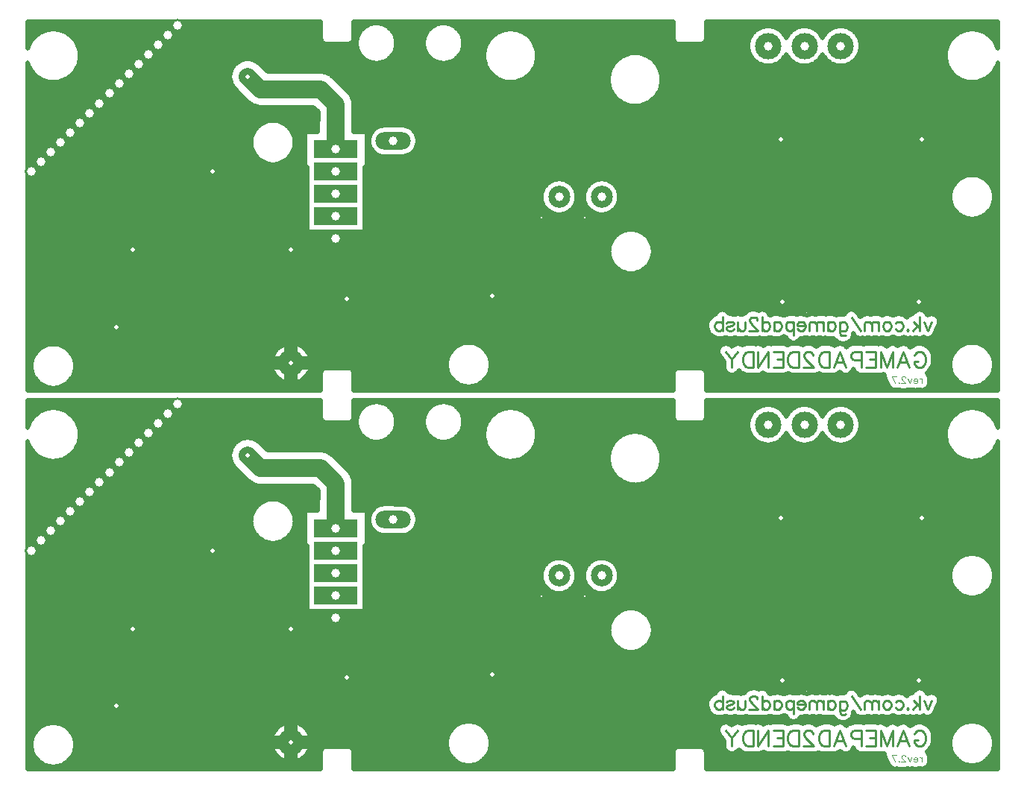
<source format=gbl>
G04 DipTrace 3.3.1.3*
G04 bottom_dendy_gamepad_Remastered_rev2.7.gbl*
%MOMM*%
G04 #@! TF.FileFunction,Copper,L2,Bot*
G04 #@! TF.Part,Single*
%ADD14C,0.5*%
%ADD15C,1.0*%
%ADD21C,0.3*%
G04 #@! TA.AperFunction,ViaPad*
%ADD17C,2.0*%
G04 #@! TA.AperFunction,ComponentPad*
%ADD18C,1.5*%
G04 #@! TA.AperFunction,Nonconductor*
%ADD19C,0.11767*%
%ADD22C,0.2353*%
%ADD23C,0.2745*%
G04 #@! TA.AperFunction,ComponentPad*
%ADD25C,2.0*%
%ADD26C,3.0*%
%ADD27O,4.0X2.0*%
%ADD28R,5.0X2.0*%
%ADD29C,3.0*%
%ADD31C,2.5*%
G04 #@! TA.AperFunction,ViaPad*
%ADD32C,0.7*%
%FSLAX35Y35*%
G04*
G71*
G90*
G75*
G01*
G04 Bottom*
%LPD*%
X4556373Y3794293D2*
D17*
Y4302323D1*
X4381727Y4476970D1*
X3699030D1*
X3556140Y4619860D1*
D3*
D32*
X6890240Y3016317D3*
X7382417D3*
X1063046Y5194910D2*
D14*
X4382238D1*
X4762290D2*
X4893931D1*
X5139634D2*
X5656092D1*
X5901704D2*
X8383176D1*
X8763228D2*
X9433449D1*
X9491118D2*
X9846249D1*
X9903918D2*
X10258957D1*
X10316717D2*
X12066561D1*
X1063046Y5145243D2*
X1251105D1*
X1447499D2*
X4382238D1*
X4762290D2*
X4836600D1*
X5196965D2*
X5598671D1*
X5959035D2*
X6442772D1*
X6639165D2*
X8383176D1*
X8763228D2*
X9313957D1*
X9610520D2*
X9726757D1*
X10023319D2*
X10139556D1*
X10436118D2*
X11682108D1*
X11878501D2*
X12066561D1*
X1063046Y5095577D2*
X1157863D1*
X1540741D2*
X4382238D1*
X4762290D2*
X4805520D1*
X5228137D2*
X5567590D1*
X5990207D2*
X6349530D1*
X6732408D2*
X8383176D1*
X8763228D2*
X9268749D1*
X9655819D2*
X9681506D1*
X10068618D2*
X10094348D1*
X10481418D2*
X11588866D1*
X11971743D2*
X12066561D1*
X1063046Y5045910D2*
X1107915D1*
X1590689D2*
X4382238D1*
X4762199D2*
X4789296D1*
X5244270D2*
X5551366D1*
X6006340D2*
X6299582D1*
X6782355D2*
X8383176D1*
X8763137D2*
X9243592D1*
X10506483D2*
X11538918D1*
X12021691D2*
X12066561D1*
X1622772Y4996243D2*
X4415233D1*
X4729204D2*
X4784829D1*
X5248736D2*
X5546900D1*
X6010806D2*
X6267499D1*
X6814439D2*
X8416171D1*
X8730142D2*
X9231926D1*
X10518241D2*
X11506743D1*
X1643007Y4946577D2*
X4791392D1*
X5242173D2*
X5553462D1*
X6004335D2*
X6247264D1*
X6834673D2*
X9231379D1*
X10518697D2*
X11486600D1*
X1653762Y4896910D2*
X4809986D1*
X5223579D2*
X5572056D1*
X5985650D2*
X6236509D1*
X6845428D2*
X9242043D1*
X10508033D2*
X11475845D1*
X1656132Y4847243D2*
X4844712D1*
X5188853D2*
X5606783D1*
X5951014D2*
X6234139D1*
X6847798D2*
X7793918D1*
X8114087D2*
X9265741D1*
X10484335D2*
X11473475D1*
X1650207Y4797577D2*
X3455103D1*
X3657147D2*
X4910793D1*
X5122772D2*
X5672954D1*
X5884842D2*
X6240064D1*
X6841874D2*
X7731483D1*
X8176522D2*
X9308671D1*
X9615897D2*
X9721470D1*
X10028697D2*
X10134270D1*
X10441496D2*
X11479400D1*
X1635533Y4747910D2*
X3394947D1*
X3718762D2*
X6254738D1*
X6827199D2*
X7692746D1*
X8215259D2*
X9406561D1*
X9518007D2*
X9819361D1*
X9930806D2*
X10232069D1*
X10343605D2*
X11494074D1*
X1610559Y4698243D2*
X3364960D1*
X3768436D2*
X6279712D1*
X6802316D2*
X7667772D1*
X8240142D2*
X11518957D1*
X12041561D2*
X12066561D1*
X1063046Y4648577D2*
X1126691D1*
X1571913D2*
X3351197D1*
X4493319D2*
X6318358D1*
X6763579D2*
X7653098D1*
X8254908D2*
X11557694D1*
X12002915D2*
X12066561D1*
X1063046Y4598910D2*
X1189126D1*
X1509478D2*
X3350194D1*
X4550467D2*
X6380793D1*
X6701145D2*
X7647173D1*
X8260832D2*
X11620129D1*
X11940480D2*
X12066561D1*
X1063046Y4549243D2*
X3361861D1*
X4600142D2*
X7649452D1*
X8258462D2*
X12066561D1*
X1063046Y4499577D2*
X3388840D1*
X4649816D2*
X7660207D1*
X8247707D2*
X12066561D1*
X1063046Y4449910D2*
X3435415D1*
X4699491D2*
X7680441D1*
X8227473D2*
X12066561D1*
X1063046Y4400243D2*
X3485090D1*
X4738046D2*
X7712525D1*
X8195480D2*
X12066561D1*
X1063046Y4350577D2*
X3534764D1*
X4757551D2*
X7762473D1*
X8145533D2*
X12066561D1*
X1063046Y4300910D2*
X3595012D1*
X4763384D2*
X7855533D1*
X8052382D2*
X12066561D1*
X1063046Y4251243D2*
X4316796D1*
X4763384D2*
X12066561D1*
X1063046Y4201577D2*
X4349335D1*
X4763384D2*
X12066561D1*
X1063046Y4151910D2*
X4349335D1*
X4763384D2*
X12066561D1*
X1063046Y4102243D2*
X3734829D1*
X3949087D2*
X4349335D1*
X4763384D2*
X12066561D1*
X1063046Y4052577D2*
X3661822D1*
X4022095D2*
X4349335D1*
X4763384D2*
X5033384D1*
X5381262D2*
X12066561D1*
X1063046Y4002910D2*
X3622538D1*
X4061379D2*
X4349335D1*
X4763384D2*
X4966392D1*
X5448254D2*
X12066561D1*
X1063046Y3953243D2*
X3599660D1*
X4084348D2*
X4199400D1*
X5477421D2*
X12066561D1*
X1063046Y3903577D2*
X3588449D1*
X4095559D2*
X4199400D1*
X5488723D2*
X12066561D1*
X1063046Y3853910D2*
X3587447D1*
X4096561D2*
X4199400D1*
X5485715D2*
X12066561D1*
X1063046Y3804243D2*
X3596470D1*
X4087447D2*
X4199400D1*
X4913410D2*
X4947227D1*
X5467395D2*
X12066561D1*
X1063046Y3754577D2*
X3616796D1*
X4067121D2*
X4199400D1*
X4913410D2*
X4987811D1*
X5426835D2*
X12066561D1*
X1063046Y3704910D2*
X3652069D1*
X4031848D2*
X4199400D1*
X4913410D2*
X12066561D1*
X1063046Y3655243D2*
X3714686D1*
X3969230D2*
X4199400D1*
X4913410D2*
X12066561D1*
X1063046Y3605577D2*
X4199400D1*
X4913410D2*
X12066561D1*
X1063046Y3555910D2*
X4224374D1*
X4888345D2*
X12066561D1*
X1063046Y3506243D2*
X4224374D1*
X4888345D2*
X12066561D1*
X1063046Y3456577D2*
X4224374D1*
X4888345D2*
X11627512D1*
X11933007D2*
X12066561D1*
X1063046Y3406910D2*
X4224374D1*
X4888345D2*
X6952824D1*
X7227876D2*
X7435350D1*
X7710493D2*
X11576743D1*
X11983866D2*
X12066561D1*
X1063046Y3357243D2*
X4224374D1*
X4888345D2*
X6911444D1*
X7269257D2*
X7394061D1*
X7751874D2*
X11547030D1*
X12013579D2*
X12066561D1*
X1063046Y3307577D2*
X4224374D1*
X4888345D2*
X6890480D1*
X7290220D2*
X7373007D1*
X7772837D2*
X11530624D1*
X12029895D2*
X12066561D1*
X1063046Y3257910D2*
X4224374D1*
X4888345D2*
X6883371D1*
X7297329D2*
X7365988D1*
X7779947D2*
X11524973D1*
X12035637D2*
X12066561D1*
X1063046Y3208243D2*
X4224374D1*
X4888345D2*
X6888749D1*
X7291952D2*
X7371275D1*
X7774569D2*
X11529257D1*
X12031353D2*
X12066561D1*
X1063046Y3158577D2*
X4224374D1*
X4888345D2*
X6907525D1*
X7273085D2*
X7390142D1*
X7755702D2*
X11544022D1*
X12016496D2*
X12066561D1*
X1063046Y3108910D2*
X4224374D1*
X4888345D2*
X6945350D1*
X7235350D2*
X7427876D1*
X7717967D2*
X11571639D1*
X11988970D2*
X12066561D1*
X1063046Y3059243D2*
X4224374D1*
X4888345D2*
X7033579D1*
X7147121D2*
X7516105D1*
X7629738D2*
X11618579D1*
X11941939D2*
X12066561D1*
X1063046Y3009577D2*
X4224374D1*
X4888345D2*
X11723488D1*
X11837121D2*
X12066561D1*
X1063046Y2959910D2*
X4224374D1*
X4888345D2*
X12066561D1*
X1063046Y2910243D2*
X4224374D1*
X4888345D2*
X12066561D1*
X1063046Y2860577D2*
X4224374D1*
X4888345D2*
X7792277D1*
X8020572D2*
X12066561D1*
X1063046Y2810910D2*
X7723007D1*
X8089751D2*
X12066561D1*
X1063046Y2761243D2*
X7685090D1*
X8127759D2*
X12066561D1*
X1063046Y2711577D2*
X7662941D1*
X8149816D2*
X12066561D1*
X1063046Y2661910D2*
X7652460D1*
X8160298D2*
X12066561D1*
X1063046Y2612243D2*
X7652095D1*
X8160663D2*
X12066561D1*
X1063046Y2562577D2*
X7661848D1*
X8150910D2*
X12066561D1*
X1063046Y2512910D2*
X7682993D1*
X8129764D2*
X12066561D1*
X1063046Y2463243D2*
X7719543D1*
X8093215D2*
X12066561D1*
X1063046Y2413577D2*
X7785168D1*
X8027590D2*
X12066561D1*
X1063046Y2363910D2*
X12066561D1*
X1063046Y2314243D2*
X12066561D1*
X1063046Y2264577D2*
X12066561D1*
X1063046Y2214910D2*
X12066561D1*
X1063046Y2165243D2*
X12066561D1*
X1063046Y2115577D2*
X12066561D1*
X1063046Y2065910D2*
X12066561D1*
X1063046Y2016243D2*
X12066561D1*
X1063046Y1966577D2*
X8900611D1*
X8987355D2*
X9238853D1*
X9438072D2*
X10366327D1*
X10452434D2*
X11141249D1*
X11227993D2*
X12066561D1*
X1063046Y1916910D2*
X8852486D1*
X9620546D2*
X9659764D1*
X10231770D2*
X10262329D1*
X10499829D2*
X10540142D1*
X10865051D2*
X10896965D1*
X10999582D2*
X11071249D1*
X11359608D2*
X12066561D1*
X1063046Y1867243D2*
X8788957D1*
X11405728D2*
X12066561D1*
X1063046Y1817577D2*
X8768085D1*
X11408462D2*
X12066561D1*
X1063046Y1767910D2*
X8765533D1*
X11388592D2*
X12066561D1*
X1063046Y1718243D2*
X8781483D1*
X11367264D2*
X12066561D1*
X1063046Y1668577D2*
X8828970D1*
X11335363D2*
X12066561D1*
X1063046Y1618910D2*
X9689569D1*
X9812954D2*
X10227694D1*
X10402121D2*
X12066561D1*
X1063046Y1569243D2*
X1260402D1*
X1438202D2*
X3943918D1*
X4152707D2*
X5940194D1*
X6189178D2*
X8925585D1*
X9999803D2*
X10025519D1*
X10336587D2*
X10373710D1*
X11057915D2*
X11103605D1*
X11260715D2*
X11655767D1*
X11904751D2*
X12066561D1*
X1063046Y1519577D2*
X1176913D1*
X1521600D2*
X3876926D1*
X4219699D2*
X5876210D1*
X6253163D2*
X8892681D1*
X11313397D2*
X11591783D1*
X11968736D2*
X12066561D1*
X1063046Y1469910D2*
X1134439D1*
X1564074D2*
X3841926D1*
X4254699D2*
X5840298D1*
X6289074D2*
X8894777D1*
X11335454D2*
X11555871D1*
X12004647D2*
X12066561D1*
X1063046Y1420243D2*
X1109465D1*
X1589048D2*
X3823059D1*
X4273566D2*
X5819608D1*
X6309764D2*
X8927590D1*
X11343840D2*
X11535181D1*
X12025337D2*
X12066561D1*
X1063046Y1370577D2*
X1096662D1*
X1601809D2*
X3816405D1*
X4280220D2*
X5810220D1*
X6319152D2*
X8958124D1*
X11342199D2*
X11525793D1*
X12034725D2*
X12066561D1*
X1063046Y1320910D2*
X1094294D1*
X1604270D2*
X3820689D1*
X4275936D2*
X5810949D1*
X6318423D2*
X8958124D1*
X11325155D2*
X11526522D1*
X12033996D2*
X12066561D1*
X1063046Y1271243D2*
X1101809D1*
X1596796D2*
X3836639D1*
X4259986D2*
X4385155D1*
X4759283D2*
X5821796D1*
X6307577D2*
X8386092D1*
X8760220D2*
X8972434D1*
X11289608D2*
X11537368D1*
X12023150D2*
X12066561D1*
X1063046Y1221577D2*
X1120311D1*
X1578293D2*
X3867538D1*
X4229178D2*
X4382238D1*
X4762290D2*
X5844400D1*
X6284973D2*
X8383176D1*
X8763228D2*
X10782863D1*
X11291978D2*
X11559973D1*
X12000546D2*
X12066561D1*
X1063046Y1171910D2*
X1153033D1*
X1545572D2*
X3924230D1*
X4172395D2*
X4382238D1*
X4762290D2*
X5883046D1*
X6246327D2*
X8383176D1*
X8763228D2*
X10794986D1*
X11298176D2*
X11598618D1*
X11961900D2*
X12066561D1*
X1063046Y1122243D2*
X1209816D1*
X1488788D2*
X4382238D1*
X4762290D2*
X5954230D1*
X6175142D2*
X8383176D1*
X8763228D2*
X10818684D1*
X11296353D2*
X11669803D1*
X11890715D2*
X12066561D1*
X1063046Y1072577D2*
X4382238D1*
X4762290D2*
X8383176D1*
X8763228D2*
X10854595D1*
X11262720D2*
X12066561D1*
X12071554Y4779044D2*
X12067975Y4766135D1*
X12060027Y4744204D1*
X12050410Y4722951D1*
X12039181Y4702504D1*
X12026407Y4682984D1*
X12012165Y4664509D1*
X11996539Y4647188D1*
X11979623Y4631125D1*
X11961518Y4616416D1*
X11942331Y4603148D1*
X11922177Y4591400D1*
X11901177Y4581243D1*
X11879456Y4572738D1*
X11857142Y4565934D1*
X11834370Y4560873D1*
X11811276Y4557584D1*
X11787996Y4556089D1*
X11764671Y4556394D1*
X11741438Y4558499D1*
X11718438Y4562390D1*
X11695806Y4568046D1*
X11673679Y4575431D1*
X11652187Y4584503D1*
X11631460Y4595206D1*
X11611621Y4607477D1*
X11592788Y4621242D1*
X11575074Y4636421D1*
X11558584Y4652921D1*
X11543417Y4670645D1*
X11529663Y4689487D1*
X11517405Y4709334D1*
X11506715Y4730068D1*
X11497657Y4751565D1*
X11490286Y4773697D1*
X11484644Y4796332D1*
X11480767Y4819335D1*
X11478677Y4842569D1*
X11478387Y4865895D1*
X11479898Y4889173D1*
X11483201Y4912266D1*
X11488276Y4935034D1*
X11495094Y4957343D1*
X11503614Y4979060D1*
X11513784Y5000053D1*
X11525544Y5020200D1*
X11538824Y5039378D1*
X11553545Y5057474D1*
X11569619Y5074380D1*
X11586950Y5089995D1*
X11605434Y5104225D1*
X11624962Y5116986D1*
X11645416Y5128202D1*
X11666675Y5137806D1*
X11688611Y5145740D1*
X11711095Y5151958D1*
X11733992Y5156421D1*
X11757165Y5159104D1*
X11780475Y5159990D1*
X11803785Y5159074D1*
X11826954Y5156362D1*
X11849845Y5151870D1*
X11872321Y5145624D1*
X11894247Y5137662D1*
X11915494Y5128031D1*
X11935934Y5116789D1*
X11955445Y5104003D1*
X11973911Y5089749D1*
X11991222Y5074112D1*
X12007275Y5057186D1*
X12021973Y5039071D1*
X12035228Y5019876D1*
X12046963Y4999715D1*
X12057107Y4978708D1*
X12065599Y4956981D1*
X12071566Y4937366D1*
X12071543Y5244576D1*
X8758145D1*
X8757874Y5044632D1*
X8754124Y5027265D1*
X8750025Y5019888D1*
X8740485Y5006857D1*
X8725031Y4996252D1*
X8717686Y4993543D1*
X8701159Y4990569D1*
X8442238Y4990859D1*
X8424872Y4994609D1*
X8417495Y4998709D1*
X8404463Y5008248D1*
X8393859Y5023702D1*
X8391150Y5031048D1*
X8388176Y5047574D1*
X8388157Y5244605D1*
X4757206Y5244576D1*
X4756954Y5044632D1*
X4753204Y5027265D1*
X4749105Y5019888D1*
X4739565Y5006857D1*
X4724111Y4996252D1*
X4716766Y4993543D1*
X4700239Y4990569D1*
X4441318Y4990859D1*
X4423952Y4994609D1*
X4416574Y4998708D1*
X4403543Y5008248D1*
X4392939Y5023702D1*
X4390229Y5031048D1*
X4387256Y5047574D1*
X4387236Y5244605D1*
X1057979Y5244577D1*
X1058000Y4937715D1*
X1064094Y4957343D1*
X1072614Y4979060D1*
X1082784Y5000053D1*
X1094544Y5020200D1*
X1107824Y5039378D1*
X1122545Y5057474D1*
X1138619Y5074380D1*
X1155950Y5089995D1*
X1174434Y5104225D1*
X1193962Y5116986D1*
X1214416Y5128202D1*
X1235675Y5137806D1*
X1257611Y5145740D1*
X1280095Y5151958D1*
X1302992Y5156421D1*
X1326165Y5159104D1*
X1349475Y5159990D1*
X1372785Y5159074D1*
X1395954Y5156362D1*
X1418845Y5151870D1*
X1441321Y5145624D1*
X1463247Y5137662D1*
X1484494Y5128031D1*
X1504934Y5116789D1*
X1524445Y5104003D1*
X1542911Y5089749D1*
X1560222Y5074112D1*
X1576275Y5057186D1*
X1590973Y5039071D1*
X1604228Y5019876D1*
X1615963Y4999715D1*
X1626107Y4978708D1*
X1634599Y4956981D1*
X1641388Y4934663D1*
X1646435Y4911888D1*
X1649708Y4888792D1*
X1651283Y4857990D1*
X1650382Y4834680D1*
X1647685Y4811509D1*
X1643207Y4788615D1*
X1636975Y4766135D1*
X1629027Y4744204D1*
X1619410Y4722951D1*
X1608181Y4702504D1*
X1595407Y4682984D1*
X1581165Y4664509D1*
X1565539Y4647188D1*
X1548623Y4631125D1*
X1530518Y4616416D1*
X1511331Y4603148D1*
X1491177Y4591400D1*
X1470177Y4581243D1*
X1448456Y4572738D1*
X1426142Y4565934D1*
X1403370Y4560873D1*
X1380276Y4557584D1*
X1356996Y4556089D1*
X1333671Y4556394D1*
X1310438Y4558499D1*
X1287438Y4562390D1*
X1264806Y4568046D1*
X1242679Y4575431D1*
X1221187Y4584503D1*
X1200460Y4595206D1*
X1180621Y4607477D1*
X1161788Y4621242D1*
X1144074Y4636421D1*
X1127584Y4652921D1*
X1112417Y4670645D1*
X1098663Y4689487D1*
X1086405Y4709334D1*
X1075715Y4730068D1*
X1066657Y4751565D1*
X1057985Y4778914D1*
X1058000Y1058001D1*
X4387258Y1058000D1*
X4387546Y1257945D1*
X4391296Y1275312D1*
X4395395Y1282689D1*
X4404935Y1295720D1*
X4420389Y1306325D1*
X4427734Y1309034D1*
X4444261Y1312007D1*
X4704143Y1311546D1*
X4722362Y1307216D1*
X4738076Y1296992D1*
X4743389Y1291241D1*
X4753204Y1275312D1*
X4757090Y1256967D1*
X4757264Y1057972D1*
X8388214Y1058000D1*
X8388466Y1257945D1*
X8392216Y1275312D1*
X8396315Y1282689D1*
X8405855Y1295720D1*
X8421309Y1306325D1*
X8428654Y1309034D1*
X8445181Y1312008D1*
X8704102Y1311718D1*
X8721468Y1307968D1*
X8728845Y1303868D1*
X8741877Y1294328D1*
X8752481Y1278875D1*
X8755190Y1271529D1*
X8758164Y1255003D1*
X8758183Y1057972D1*
X12071582Y1058000D1*
X12071543Y4778091D1*
X12029815Y1329649D2*
X12027505Y1310129D1*
X12023670Y1290851D1*
X12018334Y1271933D1*
X12011531Y1253492D1*
X12003302Y1235641D1*
X11993698Y1218491D1*
X11982777Y1202148D1*
X11970608Y1186712D1*
X11957266Y1172278D1*
X11942832Y1158935D1*
X11927396Y1146766D1*
X11911052Y1135846D1*
X11893902Y1126241D1*
X11876052Y1118012D1*
X11857611Y1111209D1*
X11838692Y1105873D1*
X11819414Y1102039D1*
X11799894Y1099728D1*
X11780253Y1098957D1*
X11760612Y1099728D1*
X11741093Y1102039D1*
X11721814Y1105873D1*
X11702896Y1111209D1*
X11684455Y1118012D1*
X11666604Y1126241D1*
X11649455Y1135846D1*
X11633111Y1146766D1*
X11617675Y1158935D1*
X11603241Y1172278D1*
X11589898Y1186712D1*
X11577729Y1202148D1*
X11566809Y1218491D1*
X11557205Y1235641D1*
X11548975Y1253492D1*
X11542172Y1271933D1*
X11536837Y1290851D1*
X11533002Y1310129D1*
X11530692Y1329649D1*
X11529920Y1349290D1*
X11530692Y1368931D1*
X11533002Y1388451D1*
X11536837Y1407729D1*
X11542172Y1426647D1*
X11548975Y1445088D1*
X11557205Y1462939D1*
X11566809Y1480089D1*
X11577729Y1496432D1*
X11589898Y1511868D1*
X11603241Y1526302D1*
X11617675Y1539645D1*
X11633111Y1551814D1*
X11649455Y1562734D1*
X11666604Y1572339D1*
X11684455Y1580568D1*
X11702896Y1587371D1*
X11721814Y1592707D1*
X11741093Y1596541D1*
X11760612Y1598852D1*
X11780253Y1599623D1*
X11799894Y1598852D1*
X11819414Y1596541D1*
X11838692Y1592707D1*
X11857611Y1587371D1*
X11876052Y1580568D1*
X11893902Y1572339D1*
X11911052Y1562734D1*
X11927396Y1551814D1*
X11942832Y1539645D1*
X11957266Y1526302D1*
X11970608Y1511868D1*
X11982777Y1496432D1*
X11993698Y1480089D1*
X12003302Y1462939D1*
X12011531Y1445088D1*
X12018334Y1426647D1*
X12023670Y1407729D1*
X12027505Y1388451D1*
X12029815Y1368931D1*
X12030587Y1349290D1*
X12029815Y1329649D1*
X1598845Y1313749D2*
X1596535Y1294229D1*
X1592700Y1274951D1*
X1587364Y1256033D1*
X1580561Y1237592D1*
X1572332Y1219741D1*
X1562728Y1202591D1*
X1551807Y1186248D1*
X1539638Y1170812D1*
X1526296Y1156378D1*
X1511862Y1143035D1*
X1496426Y1130866D1*
X1480082Y1119946D1*
X1462932Y1110341D1*
X1445082Y1102112D1*
X1426641Y1095309D1*
X1407722Y1089973D1*
X1388444Y1086139D1*
X1368924Y1083828D1*
X1349283Y1083057D1*
X1329642Y1083828D1*
X1310123Y1086139D1*
X1290844Y1089973D1*
X1271926Y1095309D1*
X1253485Y1102112D1*
X1235634Y1110341D1*
X1218485Y1119946D1*
X1202141Y1130866D1*
X1186705Y1143035D1*
X1172271Y1156378D1*
X1158928Y1170812D1*
X1146759Y1186248D1*
X1135839Y1202591D1*
X1126235Y1219741D1*
X1118005Y1237592D1*
X1111202Y1256033D1*
X1105867Y1274951D1*
X1102032Y1294229D1*
X1099722Y1313749D1*
X1098950Y1333390D1*
X1099722Y1353031D1*
X1102032Y1372551D1*
X1105867Y1391829D1*
X1111202Y1410747D1*
X1118005Y1429188D1*
X1126235Y1447039D1*
X1135839Y1464189D1*
X1146759Y1480532D1*
X1158928Y1495968D1*
X1172271Y1510402D1*
X1186705Y1523745D1*
X1202141Y1535914D1*
X1218485Y1546834D1*
X1235634Y1556439D1*
X1253485Y1564668D1*
X1271926Y1571471D1*
X1290844Y1576807D1*
X1310123Y1580641D1*
X1329642Y1582952D1*
X1349283Y1583723D1*
X1368924Y1582952D1*
X1388444Y1580641D1*
X1407722Y1576807D1*
X1426641Y1571471D1*
X1445082Y1564668D1*
X1462932Y1556439D1*
X1480082Y1546834D1*
X1496426Y1535914D1*
X1511862Y1523745D1*
X1526296Y1510402D1*
X1539638Y1495968D1*
X1551807Y1480532D1*
X1562728Y1464189D1*
X1572332Y1447039D1*
X1580561Y1429188D1*
X1587364Y1410747D1*
X1592700Y1391829D1*
X1596535Y1372551D1*
X1598845Y1353031D1*
X1599617Y1333390D1*
X1598845Y1313749D1*
X6314245Y1329649D2*
X6311935Y1310129D1*
X6308100Y1290851D1*
X6302764Y1271933D1*
X6295961Y1253492D1*
X6287732Y1235641D1*
X6278128Y1218491D1*
X6267207Y1202148D1*
X6255038Y1186712D1*
X6241696Y1172278D1*
X6227262Y1158935D1*
X6211826Y1146766D1*
X6195482Y1135846D1*
X6178332Y1126241D1*
X6160482Y1118012D1*
X6142041Y1111209D1*
X6123122Y1105873D1*
X6103844Y1102039D1*
X6084324Y1099728D1*
X6064683Y1098957D1*
X6045042Y1099728D1*
X6025523Y1102039D1*
X6006244Y1105873D1*
X5987326Y1111209D1*
X5968885Y1118012D1*
X5951034Y1126241D1*
X5933885Y1135846D1*
X5917541Y1146766D1*
X5902105Y1158935D1*
X5887671Y1172278D1*
X5874328Y1186712D1*
X5862159Y1202148D1*
X5851239Y1218491D1*
X5841635Y1235641D1*
X5833405Y1253492D1*
X5826602Y1271933D1*
X5821267Y1290851D1*
X5817432Y1310129D1*
X5815122Y1329649D1*
X5814350Y1349290D1*
X5815122Y1368931D1*
X5817432Y1388451D1*
X5821267Y1407729D1*
X5826602Y1426647D1*
X5833405Y1445088D1*
X5841635Y1462939D1*
X5851239Y1480089D1*
X5862159Y1496432D1*
X5874328Y1511868D1*
X5887671Y1526302D1*
X5902105Y1539645D1*
X5917541Y1551814D1*
X5933885Y1562734D1*
X5951034Y1572339D1*
X5968885Y1580568D1*
X5987326Y1587371D1*
X6006244Y1592707D1*
X6025523Y1596541D1*
X6045042Y1598852D1*
X6064683Y1599623D1*
X6084324Y1598852D1*
X6103844Y1596541D1*
X6123122Y1592707D1*
X6142041Y1587371D1*
X6160482Y1580568D1*
X6178332Y1572339D1*
X6195482Y1562734D1*
X6211826Y1551814D1*
X6227262Y1539645D1*
X6241696Y1526302D1*
X6255038Y1511868D1*
X6267207Y1496432D1*
X6278128Y1480089D1*
X6287732Y1462939D1*
X6295961Y1445088D1*
X6302764Y1426647D1*
X6308100Y1407729D1*
X6311935Y1388451D1*
X6314245Y1368931D1*
X6315017Y1349290D1*
X6314245Y1329649D1*
X6842082Y4834680D2*
X6839385Y4811509D1*
X6834907Y4788615D1*
X6828675Y4766135D1*
X6820727Y4744204D1*
X6811110Y4722951D1*
X6799881Y4702504D1*
X6787107Y4682984D1*
X6772865Y4664509D1*
X6757239Y4647188D1*
X6740323Y4631125D1*
X6722218Y4616416D1*
X6703031Y4603148D1*
X6682877Y4591400D1*
X6661877Y4581243D1*
X6640156Y4572738D1*
X6617842Y4565934D1*
X6595070Y4560873D1*
X6571976Y4557584D1*
X6548696Y4556089D1*
X6525371Y4556394D1*
X6502138Y4558499D1*
X6479138Y4562390D1*
X6456506Y4568046D1*
X6434379Y4575431D1*
X6412887Y4584503D1*
X6392160Y4595206D1*
X6372321Y4607477D1*
X6353488Y4621242D1*
X6335774Y4636421D1*
X6319284Y4652921D1*
X6304117Y4670645D1*
X6290363Y4689487D1*
X6278105Y4709334D1*
X6267415Y4730068D1*
X6258357Y4751565D1*
X6250986Y4773697D1*
X6245344Y4796332D1*
X6241467Y4819335D1*
X6239377Y4842569D1*
X6239087Y4865895D1*
X6240598Y4889173D1*
X6243901Y4912266D1*
X6248976Y4935034D1*
X6255794Y4957343D1*
X6264314Y4979060D1*
X6274484Y5000053D1*
X6286244Y5020200D1*
X6299524Y5039378D1*
X6314245Y5057474D1*
X6330319Y5074380D1*
X6347650Y5089995D1*
X6366134Y5104225D1*
X6385662Y5116986D1*
X6406116Y5128202D1*
X6427375Y5137806D1*
X6449311Y5145740D1*
X6471795Y5151958D1*
X6494692Y5156421D1*
X6517865Y5159104D1*
X6541175Y5159990D1*
X6564485Y5159074D1*
X6587654Y5156362D1*
X6610545Y5151870D1*
X6633021Y5145624D1*
X6654947Y5137662D1*
X6676194Y5128031D1*
X6696634Y5116789D1*
X6716145Y5104003D1*
X6734611Y5089749D1*
X6751922Y5074112D1*
X6767975Y5057186D1*
X6782673Y5039071D1*
X6795928Y5019876D1*
X6807663Y4999715D1*
X6817807Y4978708D1*
X6826299Y4956981D1*
X6833088Y4934663D1*
X6838135Y4911888D1*
X6841408Y4888792D1*
X6842983Y4857990D1*
X6842082Y4834680D1*
X5243084Y4983080D2*
X5240989Y4965379D1*
X5237511Y4947898D1*
X5232673Y4930743D1*
X5226504Y4914021D1*
X5219042Y4897834D1*
X5210333Y4882283D1*
X5200430Y4867463D1*
X5189395Y4853465D1*
X5177297Y4840377D1*
X5164208Y4828278D1*
X5150211Y4817243D1*
X5135391Y4807341D1*
X5119839Y4798632D1*
X5103652Y4791169D1*
X5086930Y4785000D1*
X5069775Y4780162D1*
X5052294Y4776685D1*
X5034594Y4774590D1*
X5016783Y4773890D1*
X4998973Y4774590D1*
X4981273Y4776685D1*
X4963791Y4780162D1*
X4946636Y4785000D1*
X4929914Y4791169D1*
X4913727Y4798632D1*
X4898176Y4807341D1*
X4883356Y4817243D1*
X4869359Y4828278D1*
X4856270Y4840377D1*
X4844171Y4853465D1*
X4833136Y4867463D1*
X4823234Y4882283D1*
X4814525Y4897834D1*
X4807063Y4914021D1*
X4800894Y4930743D1*
X4796055Y4947898D1*
X4792578Y4965379D1*
X4790483Y4983080D1*
X4789783Y5000890D1*
X4790483Y5018700D1*
X4792578Y5036401D1*
X4796055Y5053882D1*
X4800894Y5071037D1*
X4807063Y5087759D1*
X4814525Y5103946D1*
X4823234Y5119497D1*
X4833136Y5134317D1*
X4844171Y5148315D1*
X4856270Y5161403D1*
X4869359Y5173502D1*
X4883356Y5184537D1*
X4898176Y5194439D1*
X4913727Y5203148D1*
X4929914Y5210611D1*
X4946636Y5216780D1*
X4963791Y5221618D1*
X4981273Y5225095D1*
X4998973Y5227190D1*
X5016783Y5227890D1*
X5034594Y5227190D1*
X5052294Y5225095D1*
X5069775Y5221618D1*
X5086930Y5216780D1*
X5103652Y5210611D1*
X5119839Y5203148D1*
X5135391Y5194439D1*
X5150211Y5184537D1*
X5164208Y5173502D1*
X5177297Y5161403D1*
X5189395Y5148315D1*
X5200430Y5134317D1*
X5210333Y5119497D1*
X5219042Y5103946D1*
X5226504Y5087759D1*
X5232673Y5071037D1*
X5237511Y5053882D1*
X5240989Y5036401D1*
X5243084Y5018700D1*
X5243783Y5000890D1*
X5243084Y4983080D1*
X6005184D2*
X6003089Y4965379D1*
X5999611Y4947898D1*
X5994773Y4930743D1*
X5988604Y4914021D1*
X5981142Y4897834D1*
X5972433Y4882283D1*
X5962530Y4867463D1*
X5951495Y4853465D1*
X5939397Y4840377D1*
X5926308Y4828278D1*
X5912311Y4817243D1*
X5897491Y4807341D1*
X5881939Y4798632D1*
X5865752Y4791169D1*
X5849030Y4785000D1*
X5831875Y4780162D1*
X5814394Y4776685D1*
X5796694Y4774590D1*
X5778883Y4773890D1*
X5761073Y4774590D1*
X5743373Y4776685D1*
X5725891Y4780162D1*
X5708736Y4785000D1*
X5692014Y4791169D1*
X5675827Y4798632D1*
X5660276Y4807341D1*
X5645456Y4817243D1*
X5631459Y4828278D1*
X5618370Y4840377D1*
X5606271Y4853465D1*
X5595236Y4867463D1*
X5585334Y4882283D1*
X5576625Y4897834D1*
X5569163Y4914021D1*
X5562994Y4930743D1*
X5558155Y4947898D1*
X5554678Y4965379D1*
X5552583Y4983080D1*
X5551883Y5000890D1*
X5552583Y5018700D1*
X5554678Y5036401D1*
X5558155Y5053882D1*
X5562994Y5071037D1*
X5569163Y5087759D1*
X5576625Y5103946D1*
X5585334Y5119497D1*
X5595236Y5134317D1*
X5606271Y5148315D1*
X5618370Y5161403D1*
X5631459Y5173502D1*
X5645456Y5184537D1*
X5660276Y5194439D1*
X5675827Y5203148D1*
X5692014Y5210611D1*
X5708736Y5216780D1*
X5725891Y5221618D1*
X5743373Y5225095D1*
X5761073Y5227190D1*
X5778883Y5227890D1*
X5796694Y5227190D1*
X5814394Y5225095D1*
X5831875Y5221618D1*
X5849030Y5216780D1*
X5865752Y5210611D1*
X5881939Y5203148D1*
X5897491Y5194439D1*
X5912311Y5184537D1*
X5926308Y5173502D1*
X5939397Y5161403D1*
X5951495Y5148315D1*
X5962530Y5134317D1*
X5972433Y5119497D1*
X5981142Y5103946D1*
X5988604Y5087759D1*
X5994773Y5071037D1*
X5999611Y5053882D1*
X6003089Y5036401D1*
X6005184Y5018700D1*
X6005883Y5000890D1*
X6005184Y4983080D1*
X8155945Y2615649D2*
X8153635Y2596129D1*
X8149800Y2576851D1*
X8144464Y2557933D1*
X8137661Y2539492D1*
X8129432Y2521641D1*
X8119828Y2504491D1*
X8108907Y2488148D1*
X8096738Y2472712D1*
X8083396Y2458278D1*
X8068962Y2444935D1*
X8053526Y2432766D1*
X8037182Y2421846D1*
X8020032Y2412241D1*
X8002182Y2404012D1*
X7983741Y2397209D1*
X7964822Y2391873D1*
X7945544Y2388039D1*
X7926024Y2385728D1*
X7906383Y2384957D1*
X7886742Y2385728D1*
X7867223Y2388039D1*
X7847944Y2391873D1*
X7829026Y2397209D1*
X7810585Y2404012D1*
X7792734Y2412241D1*
X7775585Y2421846D1*
X7759241Y2432766D1*
X7743805Y2444935D1*
X7729371Y2458278D1*
X7716028Y2472712D1*
X7703859Y2488148D1*
X7692939Y2504491D1*
X7683335Y2521641D1*
X7675105Y2539492D1*
X7668302Y2557933D1*
X7662967Y2576851D1*
X7659132Y2596129D1*
X7656822Y2615649D1*
X7656050Y2635290D1*
X7656822Y2654931D1*
X7659132Y2674451D1*
X7662967Y2693729D1*
X7668302Y2712647D1*
X7675105Y2731088D1*
X7683335Y2748939D1*
X7692939Y2766089D1*
X7703859Y2782432D1*
X7716028Y2797868D1*
X7729371Y2812302D1*
X7743805Y2825645D1*
X7759241Y2837814D1*
X7775585Y2848734D1*
X7792734Y2858339D1*
X7810585Y2866568D1*
X7829026Y2873371D1*
X7847944Y2878707D1*
X7867223Y2882541D1*
X7886742Y2884852D1*
X7906383Y2885623D1*
X7926024Y2884852D1*
X7945544Y2882541D1*
X7964822Y2878707D1*
X7983741Y2873371D1*
X8002182Y2866568D1*
X8020032Y2858339D1*
X8037182Y2848734D1*
X8053526Y2837814D1*
X8068962Y2825645D1*
X8083396Y2812302D1*
X8096738Y2797868D1*
X8108907Y2782432D1*
X8119828Y2766089D1*
X8129432Y2748939D1*
X8137661Y2731088D1*
X8144464Y2712647D1*
X8149800Y2693729D1*
X8153635Y2674451D1*
X8155945Y2654931D1*
X8156717Y2635290D1*
X8155945Y2615649D1*
X4091545Y3854049D2*
X4089235Y3834529D1*
X4085400Y3815251D1*
X4080064Y3796333D1*
X4073261Y3777892D1*
X4065032Y3760041D1*
X4055428Y3742891D1*
X4044507Y3726548D1*
X4032338Y3711112D1*
X4018996Y3696678D1*
X4004562Y3683335D1*
X3989126Y3671166D1*
X3972782Y3660246D1*
X3955632Y3650641D1*
X3937782Y3642412D1*
X3919341Y3635609D1*
X3900422Y3630273D1*
X3881144Y3626439D1*
X3861624Y3624128D1*
X3841983Y3623357D1*
X3822342Y3624128D1*
X3802823Y3626439D1*
X3783544Y3630273D1*
X3764626Y3635609D1*
X3746185Y3642412D1*
X3728334Y3650641D1*
X3711185Y3660246D1*
X3694841Y3671166D1*
X3679405Y3683335D1*
X3664971Y3696678D1*
X3651628Y3711112D1*
X3639459Y3726548D1*
X3628539Y3742891D1*
X3618935Y3760041D1*
X3610705Y3777892D1*
X3603902Y3796333D1*
X3598567Y3815251D1*
X3594732Y3834529D1*
X3592422Y3854049D1*
X3591650Y3873690D1*
X3592422Y3893331D1*
X3594732Y3912851D1*
X3598567Y3932129D1*
X3603902Y3951047D1*
X3610705Y3969488D1*
X3618935Y3987339D1*
X3628539Y4004489D1*
X3639459Y4020832D1*
X3651628Y4036268D1*
X3664971Y4050702D1*
X3679405Y4064045D1*
X3694841Y4076214D1*
X3711185Y4087134D1*
X3728334Y4096739D1*
X3746185Y4104968D1*
X3764626Y4111771D1*
X3783544Y4117107D1*
X3802823Y4120941D1*
X3822342Y4123252D1*
X3841983Y4124023D1*
X3861624Y4123252D1*
X3881144Y4120941D1*
X3900422Y4117107D1*
X3919341Y4111771D1*
X3937782Y4104968D1*
X3955632Y4096739D1*
X3972782Y4087134D1*
X3989126Y4076214D1*
X4004562Y4064045D1*
X4018996Y4050702D1*
X4032338Y4036268D1*
X4044507Y4020832D1*
X4055428Y4004489D1*
X4065032Y3987339D1*
X4073261Y3969488D1*
X4080064Y3951047D1*
X4085400Y3932129D1*
X4089235Y3912851D1*
X4091545Y3893331D1*
X4092317Y3873690D1*
X4091545Y3854049D1*
X12029845Y3234849D2*
X12027535Y3215329D1*
X12023700Y3196051D1*
X12018364Y3177133D1*
X12011561Y3158692D1*
X12003332Y3140841D1*
X11993728Y3123691D1*
X11982807Y3107348D1*
X11970638Y3091912D1*
X11957296Y3077478D1*
X11942862Y3064135D1*
X11927426Y3051966D1*
X11911082Y3041046D1*
X11893932Y3031441D1*
X11876082Y3023212D1*
X11857641Y3016409D1*
X11838722Y3011073D1*
X11819444Y3007239D1*
X11799924Y3004928D1*
X11780283Y3004157D1*
X11760642Y3004928D1*
X11741123Y3007239D1*
X11721844Y3011073D1*
X11702926Y3016409D1*
X11684485Y3023212D1*
X11666634Y3031441D1*
X11649485Y3041046D1*
X11633141Y3051966D1*
X11617705Y3064135D1*
X11603271Y3077478D1*
X11589928Y3091912D1*
X11577759Y3107348D1*
X11566839Y3123691D1*
X11557235Y3140841D1*
X11549005Y3158692D1*
X11542202Y3177133D1*
X11536867Y3196051D1*
X11533032Y3215329D1*
X11530722Y3234849D1*
X11529950Y3254490D1*
X11530722Y3274131D1*
X11533032Y3293651D1*
X11536867Y3312929D1*
X11542202Y3331847D1*
X11549005Y3350288D1*
X11557235Y3368139D1*
X11566839Y3385289D1*
X11577759Y3401632D1*
X11589928Y3417068D1*
X11603271Y3431502D1*
X11617705Y3444845D1*
X11633141Y3457014D1*
X11649485Y3467934D1*
X11666634Y3477539D1*
X11684485Y3485768D1*
X11702926Y3492571D1*
X11721844Y3497907D1*
X11741123Y3501741D1*
X11760642Y3504052D1*
X11780283Y3504823D1*
X11799924Y3504052D1*
X11819444Y3501741D1*
X11838722Y3497907D1*
X11857641Y3492571D1*
X11876082Y3485768D1*
X11893932Y3477539D1*
X11911082Y3467934D1*
X11927426Y3457014D1*
X11942862Y3444845D1*
X11957296Y3431502D1*
X11970638Y3417068D1*
X11982807Y3401632D1*
X11993728Y3385289D1*
X12003332Y3368139D1*
X12011561Y3350288D1*
X12018364Y3331847D1*
X12023700Y3312929D1*
X12027535Y3293651D1*
X12029845Y3274131D1*
X12030617Y3254490D1*
X12029845Y3234849D1*
X8255082Y4564780D2*
X8252385Y4541609D1*
X8247907Y4518715D1*
X8241675Y4496235D1*
X8233727Y4474304D1*
X8224110Y4453051D1*
X8212881Y4432604D1*
X8200107Y4413084D1*
X8185865Y4394609D1*
X8170239Y4377288D1*
X8153323Y4361225D1*
X8135218Y4346516D1*
X8116031Y4333248D1*
X8095877Y4321500D1*
X8074877Y4311343D1*
X8053156Y4302838D1*
X8030842Y4296034D1*
X8008070Y4290973D1*
X7984976Y4287684D1*
X7961696Y4286189D1*
X7938371Y4286494D1*
X7915138Y4288599D1*
X7892138Y4292490D1*
X7869506Y4298146D1*
X7847379Y4305531D1*
X7825887Y4314603D1*
X7805160Y4325306D1*
X7785321Y4337577D1*
X7766488Y4351342D1*
X7748774Y4366521D1*
X7732284Y4383021D1*
X7717117Y4400745D1*
X7703363Y4419587D1*
X7691105Y4439434D1*
X7680415Y4460168D1*
X7671357Y4481665D1*
X7663986Y4503797D1*
X7658344Y4526432D1*
X7654467Y4549435D1*
X7652377Y4572669D1*
X7652087Y4595995D1*
X7653598Y4619273D1*
X7656901Y4642366D1*
X7661976Y4665134D1*
X7668794Y4687443D1*
X7677314Y4709160D1*
X7687484Y4730153D1*
X7699244Y4750300D1*
X7712524Y4769478D1*
X7727245Y4787574D1*
X7743319Y4804480D1*
X7760650Y4820095D1*
X7779134Y4834325D1*
X7798662Y4847086D1*
X7819116Y4858302D1*
X7840375Y4867906D1*
X7862311Y4875840D1*
X7884795Y4882058D1*
X7907692Y4886521D1*
X7930865Y4889204D1*
X7954175Y4890090D1*
X7977485Y4889174D1*
X8000654Y4886462D1*
X8023545Y4881970D1*
X8046021Y4875724D1*
X8067947Y4867762D1*
X8089194Y4858131D1*
X8109634Y4846889D1*
X8129145Y4834103D1*
X8147611Y4819849D1*
X8164922Y4804212D1*
X8180975Y4787286D1*
X8195673Y4769171D1*
X8208928Y4749976D1*
X8220663Y4729815D1*
X8230807Y4708808D1*
X8239299Y4687081D1*
X8246088Y4664763D1*
X8251135Y4641988D1*
X8254408Y4618892D1*
X8255983Y4588090D1*
X8255082Y4564780D1*
X10081367Y4874900D2*
X10068606Y4850559D1*
X10058704Y4835739D1*
X10047669Y4821742D1*
X10035570Y4808653D1*
X10022481Y4796555D1*
X10008484Y4785520D1*
X9993664Y4775617D1*
X9978113Y4766908D1*
X9961926Y4759446D1*
X9945204Y4753277D1*
X9928049Y4748439D1*
X9910567Y4744961D1*
X9892867Y4742866D1*
X9875057Y4742167D1*
X9857246Y4742866D1*
X9839546Y4744961D1*
X9822065Y4748439D1*
X9804910Y4753277D1*
X9788188Y4759446D1*
X9772001Y4766908D1*
X9756449Y4775617D1*
X9741629Y4785520D1*
X9727632Y4796555D1*
X9714543Y4808653D1*
X9702445Y4821742D1*
X9691410Y4835739D1*
X9681507Y4850559D1*
X9668746Y4874900D1*
X9655813Y4850559D1*
X9645910Y4835739D1*
X9634875Y4821742D1*
X9622777Y4808653D1*
X9609688Y4796555D1*
X9595691Y4785520D1*
X9580871Y4775617D1*
X9565319Y4766908D1*
X9549132Y4759446D1*
X9532410Y4753277D1*
X9515255Y4748439D1*
X9497774Y4744961D1*
X9480074Y4742866D1*
X9462263Y4742167D1*
X9444453Y4742866D1*
X9426753Y4744961D1*
X9409271Y4748439D1*
X9392116Y4753277D1*
X9375394Y4759446D1*
X9359207Y4766908D1*
X9343656Y4775617D1*
X9328836Y4785520D1*
X9314839Y4796555D1*
X9301750Y4808653D1*
X9289651Y4821742D1*
X9278616Y4835739D1*
X9268714Y4850559D1*
X9260005Y4866111D1*
X9252543Y4882298D1*
X9246374Y4899020D1*
X9241535Y4916175D1*
X9238058Y4933656D1*
X9235963Y4951356D1*
X9235263Y4969167D1*
X9235963Y4986977D1*
X9238058Y5004677D1*
X9241535Y5022159D1*
X9246374Y5039314D1*
X9252543Y5056036D1*
X9260005Y5072223D1*
X9268714Y5087774D1*
X9278616Y5102594D1*
X9289651Y5116591D1*
X9301750Y5129680D1*
X9314839Y5141779D1*
X9328836Y5152814D1*
X9343656Y5162716D1*
X9359207Y5171425D1*
X9375394Y5178887D1*
X9392116Y5185056D1*
X9409271Y5189895D1*
X9426753Y5193372D1*
X9444453Y5195467D1*
X9462263Y5196167D1*
X9480074Y5195467D1*
X9497774Y5193372D1*
X9515255Y5189895D1*
X9532410Y5185056D1*
X9549132Y5178887D1*
X9565319Y5171425D1*
X9580871Y5162716D1*
X9595691Y5152814D1*
X9609688Y5141779D1*
X9622777Y5129680D1*
X9634875Y5116591D1*
X9645910Y5102594D1*
X9655813Y5087774D1*
X9668574Y5063434D1*
X9681507Y5087774D1*
X9691410Y5102594D1*
X9702445Y5116591D1*
X9714543Y5129680D1*
X9727632Y5141779D1*
X9741629Y5152814D1*
X9756449Y5162716D1*
X9772001Y5171425D1*
X9788188Y5178887D1*
X9804910Y5185056D1*
X9822065Y5189895D1*
X9839546Y5193372D1*
X9857246Y5195467D1*
X9875057Y5196167D1*
X9892867Y5195467D1*
X9910567Y5193372D1*
X9928049Y5189895D1*
X9945204Y5185056D1*
X9961926Y5178887D1*
X9978113Y5171425D1*
X9993664Y5162716D1*
X10008484Y5152814D1*
X10022481Y5141779D1*
X10035570Y5129680D1*
X10047669Y5116591D1*
X10058704Y5102594D1*
X10068606Y5087774D1*
X10081367Y5063434D1*
X10094301Y5087774D1*
X10104203Y5102594D1*
X10115238Y5116591D1*
X10127337Y5129680D1*
X10140425Y5141779D1*
X10154423Y5152814D1*
X10169243Y5162716D1*
X10184794Y5171425D1*
X10200981Y5178887D1*
X10217703Y5185056D1*
X10234858Y5189895D1*
X10252339Y5193372D1*
X10270040Y5195467D1*
X10287850Y5196167D1*
X10305660Y5195467D1*
X10323361Y5193372D1*
X10340842Y5189895D1*
X10357997Y5185056D1*
X10374719Y5178887D1*
X10390906Y5171425D1*
X10406457Y5162716D1*
X10421277Y5152814D1*
X10435275Y5141779D1*
X10448363Y5129680D1*
X10460462Y5116591D1*
X10471497Y5102594D1*
X10481399Y5087774D1*
X10490108Y5072223D1*
X10497571Y5056036D1*
X10503740Y5039314D1*
X10508578Y5022159D1*
X10512055Y5004677D1*
X10514150Y4986977D1*
X10514850Y4969167D1*
X10514150Y4951356D1*
X10512055Y4933656D1*
X10508578Y4916175D1*
X10503740Y4899020D1*
X10497571Y4882298D1*
X10490108Y4866111D1*
X10481399Y4850559D1*
X10471497Y4835739D1*
X10460462Y4821742D1*
X10448363Y4808653D1*
X10435275Y4796555D1*
X10421277Y4785520D1*
X10406457Y4775617D1*
X10390906Y4766908D1*
X10374719Y4759446D1*
X10357997Y4753277D1*
X10340842Y4748439D1*
X10323361Y4744961D1*
X10305660Y4742866D1*
X10287850Y4742167D1*
X10270040Y4742866D1*
X10252339Y4744961D1*
X10234858Y4748439D1*
X10217703Y4753277D1*
X10200981Y4759446D1*
X10184794Y4766908D1*
X10169243Y4775617D1*
X10154423Y4785520D1*
X10140425Y4796555D1*
X10127337Y4808653D1*
X10115238Y4821742D1*
X10104203Y4835739D1*
X10094301Y4850559D1*
X10081540Y4874900D1*
X5107371Y3712555D2*
X5079628Y3714732D1*
X5052621Y3721216D1*
X5026960Y3731845D1*
X5003279Y3746357D1*
X4982159Y3764395D1*
X4964121Y3785515D1*
X4949609Y3809197D1*
X4938980Y3834857D1*
X4932496Y3861864D1*
X4930317Y3889553D1*
X4932496Y3917242D1*
X4938980Y3944249D1*
X4949609Y3969910D1*
X4964121Y3993591D1*
X4982159Y4014711D1*
X5003279Y4032749D1*
X5026960Y4047261D1*
X5052621Y4057890D1*
X5079628Y4064374D1*
X5107371Y4066551D1*
X5321204Y4066008D1*
X5348636Y4061663D1*
X5375052Y4053080D1*
X5399799Y4040471D1*
X5422269Y4024145D1*
X5441909Y4004506D1*
X5458234Y3982036D1*
X5470843Y3957288D1*
X5479426Y3930873D1*
X5483771Y3903441D1*
Y3875666D1*
X5479426Y3848234D1*
X5470843Y3821818D1*
X5458234Y3797071D1*
X5441909Y3774601D1*
X5422269Y3754961D1*
X5399799Y3738636D1*
X5375052Y3726027D1*
X5348636Y3717444D1*
X5321204Y3713099D1*
X5260650Y3712553D1*
X5107317Y3712644D1*
X4227707Y3996293D2*
X4354308D1*
X4354373Y4218577D1*
X4298108Y4274917D1*
X3699030Y4274970D1*
X3683181Y4275593D1*
X3667430Y4277457D1*
X3651874Y4280551D1*
X3636609Y4284857D1*
X3621728Y4290346D1*
X3607324Y4296987D1*
X3593485Y4304737D1*
X3580297Y4313549D1*
X3567841Y4323368D1*
X3539695Y4350634D1*
X3402538Y4488671D1*
X3392719Y4501127D1*
X3383907Y4514315D1*
X3376157Y4528154D1*
X3369516Y4542558D1*
X3364027Y4557439D1*
X3359721Y4572704D1*
X3356627Y4588260D1*
X3354763Y4604011D1*
X3354140Y4619860D1*
X3354763Y4635709D1*
X3356627Y4651460D1*
X3359721Y4667016D1*
X3364027Y4682281D1*
X3369516Y4697162D1*
X3376157Y4711566D1*
X3383907Y4725405D1*
X3392719Y4738593D1*
X3402538Y4751049D1*
X3413304Y4762696D1*
X3424951Y4773462D1*
X3437407Y4783281D1*
X3450595Y4792093D1*
X3464434Y4799843D1*
X3478838Y4806484D1*
X3493719Y4811973D1*
X3508984Y4816279D1*
X3524540Y4819373D1*
X3540291Y4821237D1*
X3556140Y4821860D1*
X3571989Y4821237D1*
X3587740Y4819373D1*
X3603296Y4816279D1*
X3618561Y4811973D1*
X3633442Y4806484D1*
X3647846Y4799843D1*
X3661685Y4792093D1*
X3674873Y4783281D1*
X3687329Y4773462D1*
X3715475Y4746196D1*
X3782696Y4678975D1*
X4381727Y4678970D1*
X4397575Y4678347D1*
X4413326Y4676483D1*
X4428883Y4673389D1*
X4444148Y4669083D1*
X4459029Y4663594D1*
X4473433Y4656953D1*
X4487271Y4649203D1*
X4500459Y4640391D1*
X4512915Y4630572D1*
X4541061Y4603306D1*
X4709976Y4433512D1*
X4719795Y4421056D1*
X4728607Y4407868D1*
X4736357Y4394030D1*
X4742997Y4379626D1*
X4748487Y4364745D1*
X4752792Y4349479D1*
X4755887Y4333923D1*
X4757751Y4318172D1*
X4758374Y4278990D1*
Y3996347D1*
X4908373Y3996293D1*
Y3592293D1*
X4883308D1*
X4883374Y2855293D1*
X4229374D1*
X4229373Y3592343D1*
X4204373Y3592293D1*
Y3996293D1*
X4227707D1*
X4275272Y1360497D2*
X4273595Y1337234D1*
X4269540Y1314266D1*
X4263150Y1291836D1*
X4254492Y1270179D1*
X4243658Y1249525D1*
X4230761Y1230092D1*
X4215939Y1212085D1*
X4199347Y1195694D1*
X4181161Y1181092D1*
X4161572Y1168433D1*
X4140788Y1157850D1*
X4119028Y1149457D1*
X4096521Y1143340D1*
X4073505Y1139565D1*
X4050224Y1138171D1*
X4026923Y1139174D1*
X4003847Y1142562D1*
X3981241Y1148301D1*
X3959343Y1156328D1*
X3938384Y1166560D1*
X3918586Y1178889D1*
X3900157Y1193184D1*
X3883293Y1209295D1*
X3868170Y1227051D1*
X3854949Y1246265D1*
X3843770Y1266734D1*
X3834750Y1288242D1*
X3827984Y1310562D1*
X3823545Y1333459D1*
X3821478Y1356690D1*
X3821806Y1380011D1*
X3824525Y1403175D1*
X3829607Y1425938D1*
X3836997Y1448059D1*
X3846619Y1469305D1*
X3858369Y1489452D1*
X3872125Y1508287D1*
X3887741Y1525610D1*
X3905052Y1541240D1*
X3923875Y1555012D1*
X3944012Y1566779D1*
X3965250Y1576418D1*
X3987365Y1583826D1*
X4010124Y1588927D1*
X4033285Y1591665D1*
X4056606Y1592012D1*
X4079839Y1589964D1*
X4102739Y1585544D1*
X4125065Y1578797D1*
X4146581Y1569794D1*
X4167059Y1558632D1*
X4186284Y1545427D1*
X4204052Y1530319D1*
X4220177Y1513468D1*
X4234487Y1495051D1*
X4246832Y1475263D1*
X4257082Y1454313D1*
X4265127Y1432421D1*
X4270884Y1409820D1*
X4274292Y1386747D1*
X4275320Y1365163D1*
X4275272Y1360497D1*
X7774317Y3238638D2*
X7772453Y3222887D1*
X7769359Y3207331D1*
X7765053Y3192065D1*
X7759564Y3177185D1*
X7752923Y3162781D1*
X7745173Y3148942D1*
X7736361Y3135754D1*
X7726542Y3123298D1*
X7715776Y3111651D1*
X7704129Y3100885D1*
X7691673Y3091065D1*
X7678485Y3082253D1*
X7664646Y3074503D1*
X7650242Y3067863D1*
X7635361Y3062373D1*
X7620096Y3058068D1*
X7604540Y3054974D1*
X7588789Y3053109D1*
X7572940Y3052487D1*
X7557091Y3053109D1*
X7541340Y3054974D1*
X7525784Y3058068D1*
X7510519Y3062373D1*
X7495638Y3067863D1*
X7481234Y3074503D1*
X7467395Y3082253D1*
X7454207Y3091065D1*
X7441751Y3100885D1*
X7430104Y3111651D1*
X7419338Y3123298D1*
X7409519Y3135754D1*
X7400707Y3148942D1*
X7392957Y3162781D1*
X7386316Y3177185D1*
X7380827Y3192065D1*
X7376521Y3207331D1*
X7373427Y3222887D1*
X7371563Y3238638D1*
X7370940Y3254487D1*
X7371563Y3270335D1*
X7373427Y3286086D1*
X7376521Y3301643D1*
X7380827Y3316908D1*
X7386316Y3331789D1*
X7392957Y3346193D1*
X7400707Y3360031D1*
X7409519Y3373219D1*
X7419338Y3385675D1*
X7430104Y3397322D1*
X7441751Y3408089D1*
X7454207Y3417908D1*
X7467395Y3426720D1*
X7481234Y3434470D1*
X7495638Y3441110D1*
X7510519Y3446600D1*
X7525784Y3450905D1*
X7541340Y3454000D1*
X7557091Y3455864D1*
X7572940Y3456487D1*
X7588789Y3455864D1*
X7604540Y3454000D1*
X7620096Y3450905D1*
X7635361Y3446600D1*
X7650242Y3441110D1*
X7664646Y3434470D1*
X7678485Y3426720D1*
X7691673Y3417908D1*
X7704129Y3408089D1*
X7715776Y3397322D1*
X7726542Y3385675D1*
X7736361Y3373219D1*
X7745173Y3360031D1*
X7752923Y3346193D1*
X7759564Y3331789D1*
X7765053Y3316908D1*
X7769359Y3301643D1*
X7772453Y3286086D1*
X7774317Y3270335D1*
X7774940Y3254487D1*
X7774317Y3238638D1*
X7291724D2*
X7289860Y3222887D1*
X7286765Y3207331D1*
X7282460Y3192065D1*
X7276970Y3177185D1*
X7270330Y3162781D1*
X7262580Y3148942D1*
X7253768Y3135754D1*
X7243949Y3123298D1*
X7233182Y3111651D1*
X7221535Y3100885D1*
X7209079Y3091065D1*
X7195891Y3082253D1*
X7182053Y3074503D1*
X7167649Y3067863D1*
X7152768Y3062373D1*
X7137503Y3058068D1*
X7121946Y3054974D1*
X7106195Y3053109D1*
X7090347Y3052487D1*
X7074498Y3053109D1*
X7058747Y3054974D1*
X7043191Y3058068D1*
X7027925Y3062373D1*
X7013045Y3067863D1*
X6998641Y3074503D1*
X6984802Y3082253D1*
X6971614Y3091065D1*
X6959158Y3100885D1*
X6947511Y3111651D1*
X6936745Y3123298D1*
X6926925Y3135754D1*
X6918113Y3148942D1*
X6910363Y3162781D1*
X6903723Y3177185D1*
X6898233Y3192065D1*
X6893928Y3207331D1*
X6890834Y3222887D1*
X6888969Y3238638D1*
X6888347Y3254487D1*
X6888969Y3270335D1*
X6890834Y3286086D1*
X6893928Y3301643D1*
X6898233Y3316908D1*
X6903723Y3331789D1*
X6910363Y3346193D1*
X6918113Y3360031D1*
X6926925Y3373219D1*
X6936745Y3385675D1*
X6947511Y3397322D1*
X6959158Y3408089D1*
X6971614Y3417908D1*
X6984802Y3426720D1*
X6998641Y3434470D1*
X7013045Y3441110D1*
X7027925Y3446600D1*
X7043191Y3450905D1*
X7058747Y3454000D1*
X7074498Y3455864D1*
X7090347Y3456487D1*
X7106195Y3455864D1*
X7121946Y3454000D1*
X7137503Y3450905D1*
X7152768Y3446600D1*
X7167649Y3441110D1*
X7182053Y3434470D1*
X7195891Y3426720D1*
X7209079Y3417908D1*
X7221535Y3408089D1*
X7233182Y3397322D1*
X7243949Y3385675D1*
X7253768Y3373219D1*
X7262580Y3360031D1*
X7270330Y3346193D1*
X7276970Y3331789D1*
X7282460Y3316908D1*
X7286765Y3301643D1*
X7289860Y3286086D1*
X7291724Y3270335D1*
X7292347Y3254487D1*
X7291724Y3238638D1*
X11293177Y1167180D2*
X11292927Y1133124D1*
X11290942Y1120588D1*
X11287020Y1108517D1*
X11281258Y1097209D1*
X11273798Y1086940D1*
X11264823Y1077966D1*
X11254555Y1070506D1*
X11243246Y1064743D1*
X11231175Y1060821D1*
X11218639Y1058836D1*
X11205947D1*
X11193411Y1060821D1*
X11181341Y1064743D1*
X11176857Y1066810D1*
X11166338Y1062545D1*
X11153996Y1059582D1*
X11136963Y1058587D1*
X11117970Y1059546D1*
X11105597Y1062482D1*
X11096249Y1062830D1*
X11083941Y1059729D1*
X11071300Y1058592D1*
X11058637Y1059445D1*
X11052371Y1060621D1*
X11043929Y1060821D1*
X11031393Y1058836D1*
X10967657D1*
X10960411Y1059732D1*
X10947770Y1058592D1*
X10935107Y1059444D1*
X10928840Y1060618D1*
X10909269Y1058697D1*
X10896581Y1059030D1*
X10884102Y1061345D1*
X10872138Y1065583D1*
X10860985Y1071640D1*
X10850916Y1079367D1*
X10842180Y1088575D1*
X10834992Y1099035D1*
X10793847Y1184997D1*
X10789925Y1197068D1*
X10787939Y1209604D1*
Y1222296D1*
X10788691Y1228627D1*
X10783623Y1234485D1*
X10774534Y1237655D1*
X10761292Y1233353D1*
X10747541Y1231175D1*
X10733619D1*
X10719868Y1233353D1*
X10713098Y1235244D1*
X10699560Y1231994D1*
X10685680Y1230901D1*
X10568265Y1231175D1*
X10554514Y1233353D1*
X10547741Y1235244D1*
X10534203Y1231994D1*
X10520323Y1230902D1*
X10506444Y1231994D1*
X10492906Y1235244D1*
X10480043Y1240572D1*
X10468172Y1247847D1*
X10457585Y1256889D1*
X10448543Y1267475D1*
X10441269Y1279346D1*
X10435941Y1292209D1*
X10433354Y1302411D1*
X10429872Y1289775D1*
X10424174Y1277072D1*
X10416558Y1265417D1*
X10407213Y1255096D1*
X10396369Y1246365D1*
X10384292Y1239438D1*
X10371280Y1234485D1*
X10357654Y1231628D1*
X10343748Y1230939D1*
X10329906Y1232433D1*
X10316468Y1236074D1*
X10303765Y1241773D1*
X10292110Y1249388D1*
X10281790Y1258733D1*
X10278266Y1262774D1*
X10269607Y1253801D1*
X10258577Y1245305D1*
X10246354Y1238639D1*
X10233239Y1233967D1*
X10219554Y1231405D1*
X10205637Y1231015D1*
X10191830Y1232806D1*
X10182634Y1235244D1*
X10169096Y1231994D1*
X10155217Y1230902D1*
X10087616Y1231267D1*
X10073893Y1233614D1*
X10036610Y1246121D1*
X10027569Y1243976D1*
X10015164Y1237655D1*
X10001922Y1233353D1*
X9988171Y1231175D1*
X9862110Y1230901D1*
X9848230Y1231994D1*
X9834624Y1235244D1*
X9821086Y1231994D1*
X9807207Y1230901D1*
X9739610Y1231267D1*
X9725886Y1233614D1*
X9688611Y1246118D1*
X9679562Y1243976D1*
X9667157Y1237655D1*
X9653916Y1233353D1*
X9640165Y1231175D1*
X9522747Y1230902D1*
X9508867Y1231994D1*
X9495264Y1235244D1*
X9481726Y1231994D1*
X9467847Y1230902D1*
X9453967Y1231994D1*
X9440429Y1235244D1*
X9427566Y1240572D1*
X9415695Y1247847D1*
X9408326Y1253914D1*
X9398113Y1245906D1*
X9385973Y1239090D1*
X9372916Y1234258D1*
X9359264Y1231527D1*
X9345352Y1230966D1*
X9331525Y1232588D1*
X9321261Y1235244D1*
X9307723Y1231994D1*
X9293843Y1230901D1*
X9226243Y1231267D1*
X9212520Y1233614D1*
X9175261Y1246110D1*
X9162820Y1252359D1*
X9151509Y1260477D1*
X9131259Y1280109D1*
X9123617Y1267475D1*
X9114575Y1256889D1*
X9103988Y1247847D1*
X9092117Y1240572D1*
X9079254Y1235244D1*
X9065716Y1231994D1*
X9051837Y1230902D1*
X9037957Y1231994D1*
X9024419Y1235244D1*
X9011556Y1240572D1*
X8999685Y1247847D1*
X8989099Y1256889D1*
X8980057Y1267475D1*
X8972782Y1279346D1*
X8967454Y1292209D1*
X8964204Y1305747D1*
X8963112Y1319627D1*
Y1382062D1*
X8910388Y1448501D1*
X8903505Y1460603D1*
X8898600Y1473633D1*
X8895794Y1487270D1*
X8895156Y1501178D1*
X8896701Y1515014D1*
X8900391Y1528439D1*
X8906137Y1541121D1*
X8913795Y1552748D1*
X8923178Y1563034D1*
X8934054Y1571725D1*
X8946157Y1578608D1*
X8959186Y1583513D1*
X8972823Y1586319D1*
X8986731Y1586958D1*
X9000568Y1585413D1*
X9013992Y1581722D1*
X9026674Y1575977D1*
X9038301Y1568318D1*
X9048587Y1558936D1*
X9051811Y1555211D1*
X9060040Y1563828D1*
X9071030Y1572375D1*
X9083222Y1579098D1*
X9096315Y1583830D1*
X9109988Y1586457D1*
X9123903Y1586912D1*
X9137718Y1585184D1*
X9151093Y1581317D1*
X9163698Y1575405D1*
X9171476Y1570354D1*
X9191100Y1577448D1*
X9213577Y1584554D1*
X9227329Y1586732D1*
X9293843Y1587005D1*
X9307723Y1585913D1*
X9321326Y1582663D1*
X9334864Y1585913D1*
X9348743Y1587005D1*
X9362623Y1585913D1*
X9376161Y1582663D1*
X9389024Y1577335D1*
X9400895Y1570060D1*
X9408264Y1563992D1*
X9421488Y1573931D1*
X9433893Y1580251D1*
X9447134Y1584554D1*
X9460885Y1586732D1*
X9474808D1*
X9488559Y1584554D1*
X9495329Y1582663D1*
X9508867Y1585913D1*
X9522747Y1587005D1*
X9640165Y1586732D1*
X9653916Y1584554D1*
X9667157Y1580251D1*
X9679585Y1573915D1*
X9688178Y1571811D1*
X9726944Y1584554D1*
X9740695Y1586732D1*
X9807207Y1587005D1*
X9821086Y1585913D1*
X9834624Y1582663D1*
X9847487Y1577335D1*
X9853588Y1573916D1*
X9858108Y1574057D1*
X9871217Y1580308D1*
X9884489Y1584512D1*
X9898284Y1586588D1*
X9945525Y1586538D1*
X9959276Y1584360D1*
X9972542Y1580047D1*
X10001104Y1565837D1*
X10012486Y1557771D1*
X10029419Y1568673D1*
X10047364Y1575758D1*
X10074951Y1584554D1*
X10088702Y1586732D1*
X10155217Y1587005D1*
X10169096Y1585913D1*
X10182634Y1582663D1*
X10195497Y1577335D1*
X10207368Y1570060D1*
X10217423Y1562810D1*
X10228268Y1571542D1*
X10240345Y1578469D1*
X10253356Y1583422D1*
X10266983Y1586278D1*
X10280888Y1586968D1*
X10294731Y1585474D1*
X10308169Y1581832D1*
X10320872Y1576134D1*
X10332527Y1568518D1*
X10342847Y1559173D1*
X10352123Y1549109D1*
X10365628Y1561214D1*
X10377444Y1568578D1*
X10395337Y1575693D1*
X10422961Y1584554D1*
X10436712Y1586732D1*
X10520323Y1587005D1*
X10534203Y1585913D1*
X10547809Y1582663D1*
X10561347Y1585913D1*
X10575227Y1587005D1*
X10692641Y1586732D1*
X10706392Y1584554D1*
X10713123Y1582653D1*
X10729246Y1586278D1*
X10743152Y1586968D1*
X10756994Y1585474D1*
X10770432Y1581832D1*
X10783135Y1576134D1*
X10794790Y1568518D1*
X10809119Y1555902D1*
X10818964Y1565747D1*
X10830228Y1573931D1*
X10842633Y1580251D1*
X10855874Y1584554D1*
X10869625Y1586732D1*
X10883548D1*
X10897299Y1584554D1*
X10910540Y1580251D1*
X10922945Y1573931D1*
X10938793Y1562810D1*
X10949638Y1571542D1*
X10961715Y1578469D1*
X10974726Y1583422D1*
X10988353Y1586278D1*
X11002258Y1586968D1*
X11016101Y1585474D1*
X11029539Y1581832D1*
X11042242Y1576134D1*
X11053897Y1568518D1*
X11064217Y1559173D1*
X11072963Y1548306D1*
X11078557Y1545722D1*
X11091037Y1557737D1*
X11102363Y1565834D1*
X11131090Y1580251D1*
X11144331Y1584554D1*
X11158082Y1586732D1*
X11198967Y1587005D1*
X11211856Y1586076D1*
X11225433Y1582991D1*
X11241779Y1576130D1*
X11262939Y1565211D1*
X11274155Y1556963D1*
X11300417Y1530465D1*
X11308620Y1519215D1*
X11323482Y1490222D1*
X11334529Y1457698D1*
X11337780Y1444160D1*
X11338872Y1430280D1*
X11338542Y1379990D1*
X11336259Y1366256D1*
X11323769Y1328576D1*
X11312098Y1304888D1*
X11304822Y1293018D1*
X11292398Y1279052D1*
X11273574Y1260646D1*
X11268068Y1256333D1*
X11264823Y1252018D1*
X11273798Y1243043D1*
X11281258Y1232775D1*
X11287020Y1221466D1*
X11290942Y1209395D1*
X11292927Y1196859D1*
X11293177Y1167180D1*
X11389647Y1782067D2*
X11353055Y1697108D1*
X11346071Y1685420D1*
X11337346Y1674969D1*
X11327092Y1666011D1*
X11315564Y1658768D1*
X11303045Y1653417D1*
X11289842Y1650091D1*
X11276282Y1648870D1*
X11262698Y1649786D1*
X11249424Y1652816D1*
X11236788Y1657885D1*
X11229951Y1661651D1*
X11217820Y1655469D1*
X11204872Y1651262D1*
X11191424Y1649132D1*
X11177809D1*
X11164362Y1651262D1*
X11151413Y1655469D1*
X11144553Y1658699D1*
X11130220Y1652786D1*
X11116943Y1649772D1*
X11103358Y1648871D1*
X11089799Y1650107D1*
X11077341Y1653230D1*
X11064654Y1650090D1*
X11051094Y1648870D1*
X11037509Y1649787D1*
X11024236Y1652818D1*
X11011600Y1657888D1*
X11005597Y1661164D1*
X11001193Y1659688D1*
X10985912Y1653112D1*
X10972673Y1649933D1*
X10954754Y1648865D1*
X10930819Y1649113D1*
X10917365Y1651203D1*
X10904404Y1655372D1*
X10883609Y1665590D1*
X10878623Y1665804D1*
X10857814Y1655469D1*
X10844865Y1651262D1*
X10831418Y1649132D1*
X10796159Y1649112D1*
X10782705Y1651202D1*
X10769744Y1655371D1*
X10760858Y1659566D1*
X10745905Y1653111D1*
X10732666Y1649933D1*
X10719093Y1648865D1*
X10705520Y1649933D1*
X10692281Y1653111D1*
X10679029Y1658699D1*
X10665719Y1653111D1*
X10652480Y1649933D1*
X10638907Y1648865D1*
X10625334Y1649933D1*
X10612095Y1653111D1*
X10598750Y1658751D1*
X10585362Y1653111D1*
X10572123Y1649933D1*
X10558550Y1648865D1*
X10544977Y1649933D1*
X10535001Y1652110D1*
X10521646Y1649461D1*
X10508041Y1648933D1*
X10494521Y1650541D1*
X10481419Y1654243D1*
X10469058Y1659950D1*
X10457742Y1667520D1*
X10447749Y1676767D1*
X10439325Y1687464D1*
X10428345Y1703915D1*
X10426246Y1697501D1*
X10427209Y1683920D1*
X10426037Y1670356D1*
X10422757Y1657141D1*
X10417450Y1644603D1*
X10410247Y1633049D1*
X10401326Y1622765D1*
X10390905Y1614002D1*
X10376344Y1605529D1*
X10358543Y1596930D1*
X10345563Y1592822D1*
X10332073Y1590795D1*
X10297249Y1590845D1*
X10283802Y1592975D1*
X10270829Y1597194D1*
X10244971Y1610062D1*
X10233860Y1617930D1*
X10220111Y1631349D1*
X10211387Y1641802D1*
X10207654Y1647533D1*
X10204873Y1649933D1*
X10186953Y1648865D1*
X10163008Y1649113D1*
X10153996Y1649933D1*
X10140423Y1648865D1*
X10126850Y1649933D1*
X10117018Y1652151D1*
X10100171Y1649132D1*
X10086556D1*
X10073108Y1651262D1*
X10060160Y1655470D1*
X10053299Y1658699D1*
X10039989Y1653111D1*
X10026750Y1649933D1*
X10013177Y1648865D1*
X9999604Y1649933D1*
X9986365Y1653111D1*
X9973020Y1658751D1*
X9959635Y1653111D1*
X9946396Y1649933D1*
X9932823Y1648865D1*
X9919250Y1649933D1*
X9906011Y1653111D1*
X9891227Y1659557D1*
X9876189Y1653111D1*
X9862950Y1649933D1*
X9844996Y1648865D1*
X9830331D1*
X9825253Y1639252D1*
X9817250Y1628237D1*
X9807623Y1618610D1*
X9796608Y1610607D1*
X9784477Y1604426D1*
X9771528Y1600219D1*
X9758081Y1598089D1*
X9744466D1*
X9731018Y1600219D1*
X9718070Y1604426D1*
X9705939Y1610607D1*
X9694924Y1618610D1*
X9685297Y1628237D1*
X9677294Y1639252D1*
X9670035Y1654304D1*
X9647111Y1665103D1*
X9639829Y1668930D1*
X9613260Y1655469D1*
X9600312Y1651262D1*
X9586864Y1649132D1*
X9551775Y1649112D1*
X9542756Y1649933D1*
X9529183Y1648865D1*
X9515610Y1649933D1*
X9502371Y1653111D1*
X9487587Y1659557D1*
X9472545Y1653111D1*
X9459306Y1649933D1*
X9441353Y1648865D1*
X9417274Y1649113D1*
X9408266Y1649933D1*
X9394693Y1648865D1*
X9381120Y1649933D1*
X9371288Y1652150D1*
X9354441Y1649132D1*
X9245547Y1648865D1*
X9231974Y1649933D1*
X9218735Y1653112D1*
X9211111Y1656038D1*
X9196842Y1651262D1*
X9183394Y1649132D1*
X9154535Y1648865D1*
X9140937Y1649962D1*
X9118300Y1648865D1*
X9104727Y1649933D1*
X9091488Y1653111D1*
X9081205Y1657263D1*
X9063383Y1651517D1*
X9049963Y1649222D1*
X9020197Y1648865D1*
X9006624Y1649933D1*
X8993360Y1653121D1*
X8981170Y1657239D1*
X8970805Y1653111D1*
X8957566Y1649933D1*
X8943993Y1648865D1*
X8929507Y1650115D1*
X8914975Y1648866D1*
X8886142Y1649132D1*
X8872695Y1651262D1*
X8859746Y1655469D1*
X8832999Y1669143D1*
X8821979Y1677183D1*
X8798160Y1700797D1*
X8790093Y1711764D1*
X8783841Y1723859D1*
X8774187Y1752184D1*
X8770939Y1765406D1*
X8769798Y1782328D1*
X8770066Y1800728D1*
X8772195Y1814175D1*
X8781430Y1843066D1*
X8786707Y1855617D1*
X8793881Y1867188D1*
X8808317Y1883035D1*
X8822114Y1896453D1*
X8833129Y1904456D1*
X8854147Y1915325D1*
X8860381Y1918139D1*
X8863833Y1921967D1*
X8870014Y1934098D1*
X8878017Y1945113D1*
X8887644Y1954740D1*
X8898659Y1962743D1*
X8910790Y1968924D1*
X8923738Y1973131D1*
X8937186Y1975261D1*
X8950801D1*
X8964248Y1973131D1*
X8977197Y1968924D1*
X8989328Y1962743D1*
X9000343Y1954740D1*
X9009970Y1945113D1*
X9017973Y1934098D1*
X9022984Y1924505D1*
X9049359Y1924181D1*
X9062795Y1921980D1*
X9081233Y1916164D1*
X9091488Y1920239D1*
X9104727Y1923417D1*
X9118300Y1924485D1*
X9131873Y1923417D1*
X9145112Y1920239D1*
X9158364Y1914651D1*
X9171675Y1920238D1*
X9184914Y1923417D1*
X9189169Y1923920D1*
X9200311Y1936922D1*
X9211112Y1947340D1*
X9222129Y1955340D1*
X9243131Y1966199D1*
X9255749Y1971313D1*
X9269011Y1974391D1*
X9287762Y1975359D1*
X9317884Y1975091D1*
X9331332Y1972961D1*
X9344304Y1968743D1*
X9352804Y1964754D1*
X9367881Y1971282D1*
X9381120Y1974460D1*
X9394693Y1975529D1*
X9408266Y1974460D1*
X9421505Y1971282D1*
X9434084Y1966072D1*
X9445693Y1958958D1*
X9456046Y1950116D1*
X9464888Y1939763D1*
X9472002Y1928154D1*
X9475932Y1919046D1*
X9487529Y1913829D1*
X9502371Y1920239D1*
X9515610Y1923417D1*
X9529183Y1924485D1*
X9543670Y1923235D1*
X9558327Y1924485D1*
X9585805Y1924295D1*
X9599277Y1922329D1*
X9612277Y1918281D1*
X9634577Y1907541D1*
X9646207Y1907626D1*
X9667253Y1917976D1*
X9680214Y1922146D1*
X9693694Y1924238D1*
X9728934Y1924218D1*
X9737700Y1923417D1*
X9751273Y1924485D1*
X9764846Y1923417D1*
X9778085Y1920239D1*
X9789335Y1915641D1*
X9800661Y1920238D1*
X9813900Y1923417D1*
X9831854Y1924485D1*
X9855527Y1924267D1*
X9868991Y1922239D1*
X9881971Y1918130D1*
X9902043Y1908393D1*
X9922670Y1918281D1*
X9935669Y1922330D1*
X9949168Y1924295D1*
X9983431Y1924218D1*
X9996878Y1922088D1*
X10003460Y1920229D1*
X10009269Y1920558D1*
X10022546Y1923576D1*
X10043770Y1924485D1*
X10063618Y1924218D1*
X10079790Y1923417D1*
X10093363Y1924485D1*
X10106936Y1923417D1*
X10116769Y1921199D1*
X10133616Y1924218D1*
X10147231D1*
X10155994Y1923417D1*
X10173913Y1924485D1*
X10197048Y1924295D1*
X10210521Y1922330D1*
X10223520Y1918281D1*
X10240562Y1910157D1*
X10254658Y1914845D1*
X10268106Y1916974D1*
X10281721D1*
X10290730Y1916212D1*
X10308437Y1917242D1*
X10326127Y1917240D1*
X10328017Y1918667D1*
X10333723Y1931029D1*
X10341294Y1942345D1*
X10350541Y1952338D1*
X10361237Y1960761D1*
X10373120Y1967408D1*
X10385896Y1972113D1*
X10399251Y1974763D1*
X10412856Y1975290D1*
X10426375Y1973682D1*
X10439477Y1969980D1*
X10451839Y1964273D1*
X10463155Y1956703D1*
X10473148Y1947456D1*
X10481571Y1936759D1*
X10508844Y1895897D1*
X10521538Y1905006D1*
X10548400Y1918281D1*
X10561399Y1922329D1*
X10574898Y1924295D1*
X10609158Y1924218D1*
X10622605Y1922088D1*
X10629187Y1920229D1*
X10635007Y1920561D1*
X10648284Y1923577D1*
X10669500Y1924485D1*
X10689348Y1924218D1*
X10705520Y1923417D1*
X10719093Y1924485D1*
X10732666Y1923417D1*
X10745905Y1920239D1*
X10760736Y1913767D1*
X10775898Y1920239D1*
X10789137Y1923417D1*
X10807090Y1924485D1*
X10831418Y1924218D1*
X10844865Y1922088D1*
X10857838Y1917870D1*
X10878510Y1907772D1*
X10884272Y1908261D1*
X10904166Y1917881D1*
X10917115Y1922088D1*
X10930562Y1924218D1*
X10964848Y1924295D1*
X10978321Y1922330D1*
X10991320Y1918281D1*
X11013598Y1907554D1*
X11025165Y1900373D1*
X11038363Y1888539D1*
X11040117Y1886764D1*
X11050321Y1899072D1*
X11060674Y1907914D1*
X11072283Y1915028D1*
X11084861Y1920239D1*
X11098100Y1923417D1*
X11105424Y1924240D1*
X11110637Y1934098D1*
X11118640Y1945113D1*
X11128267Y1954740D1*
X11139282Y1962743D1*
X11151413Y1968924D1*
X11164362Y1973131D1*
X11177809Y1975261D1*
X11191424D1*
X11204872Y1973131D1*
X11217820Y1968924D1*
X11229951Y1962743D1*
X11240966Y1954740D1*
X11250593Y1945113D1*
X11258596Y1934098D1*
X11264777Y1921967D1*
X11266555Y1917148D1*
X11275362Y1912649D1*
X11286918Y1918292D1*
X11299918Y1922336D1*
X11313391Y1924296D1*
X11327005Y1924125D1*
X11340425Y1921826D1*
X11353320Y1917456D1*
X11365372Y1911123D1*
X11376285Y1902982D1*
X11385790Y1893235D1*
X11393654Y1882120D1*
X11399682Y1869912D1*
X11403726Y1856912D1*
X11405686Y1843439D1*
X11405515Y1829825D1*
X11403216Y1816405D1*
X11398846Y1803510D1*
X11389647Y1782067D1*
X4048320Y1592072D2*
D18*
Y1138254D1*
X3821411Y1365163D2*
X4275229D1*
D25*
X4048317Y2651153D3*
D26*
X9875057Y4969167D3*
X10287850D3*
D25*
X2254253Y2651153D3*
D27*
X5207317Y3889553D3*
D18*
X1206393Y3651383D3*
D25*
X3159223Y3540247D3*
D18*
X1428667Y3873657D3*
X1539803Y3984793D3*
D25*
X2063733Y1777937D3*
D18*
X1984350Y4429340D3*
X1762077Y4207067D3*
D25*
X6334557Y2127223D3*
D18*
X1873213Y4318203D3*
X2095487Y4540477D3*
D25*
X4683383Y2095470D3*
D18*
X2206623Y4651613D3*
X2317760Y4762750D3*
D25*
X9621027Y2063717D3*
D18*
X1650940Y4095930D3*
X2428897Y4873887D3*
D25*
X11176940Y2063717D3*
D18*
X2540033Y4985023D3*
X1095257Y3540247D3*
D25*
X11208693Y3905410D3*
D18*
X2651170Y5096160D3*
D26*
X9462263Y4969167D3*
D25*
X9605150Y3905410D3*
D18*
X2762307Y5207297D3*
D28*
X4556373Y3794293D3*
Y3540293D3*
Y3286293D3*
Y3032293D3*
Y2778187D3*
D29*
X4048320Y1365163D3*
D18*
X1317530Y3762520D3*
D31*
X7572940Y3254487D3*
X7090347D3*
X11212293Y1190513D2*
D19*
Y1139470D1*
X11319110Y1837720D2*
D22*
X11275310Y1735630D1*
X11231677Y1837720D1*
X11184617Y1888763D2*
Y1735630D1*
X11111673Y1837720D2*
X11184617Y1764777D1*
X11155473Y1793920D2*
X11104430Y1735630D1*
X11050127Y1750287D2*
X11057373Y1742877D1*
X11050127Y1735630D1*
X11042717Y1742877D1*
X11050127Y1750287D1*
X10908057Y1815820D2*
X10922713Y1830477D1*
X10937370Y1837720D1*
X10959100D1*
X10973757Y1830477D1*
X10988243Y1815820D1*
X10995657Y1793920D1*
Y1779430D1*
X10988243Y1757530D1*
X10973757Y1743043D1*
X10959100Y1735630D1*
X10937370D1*
X10922713Y1743043D1*
X10908057Y1757530D1*
X10824610Y1837720D2*
X10839097Y1830477D1*
X10853753Y1815820D1*
X10860997Y1793920D1*
Y1779430D1*
X10853753Y1757530D1*
X10839097Y1743043D1*
X10824610Y1735630D1*
X10802710D1*
X10788053Y1743043D1*
X10773567Y1757530D1*
X10766153Y1779430D1*
Y1793920D1*
X10773567Y1815820D1*
X10788053Y1830477D1*
X10802710Y1837720D1*
X10824610D1*
X10719093D2*
Y1735630D1*
Y1808577D2*
X10697193Y1830477D1*
X10682540Y1837720D1*
X10660807D1*
X10646150Y1830477D1*
X10638907Y1808577D1*
Y1735630D1*
Y1808577D2*
X10617007Y1830477D1*
X10602350Y1837720D1*
X10580620D1*
X10565963Y1830477D1*
X10558550Y1808577D1*
Y1735630D1*
X10511493D2*
X10409403Y1888593D1*
X10274913Y1830477D2*
Y1713730D1*
X10282157Y1692000D1*
X10289403Y1684587D1*
X10304057Y1677343D1*
X10325957D1*
X10340447Y1684587D1*
X10274913Y1808577D2*
X10289403Y1823063D1*
X10304057Y1830477D1*
X10325957D1*
X10340447Y1823063D1*
X10355103Y1808577D1*
X10362347Y1786677D1*
Y1772020D1*
X10355103Y1750287D1*
X10340447Y1735630D1*
X10325957Y1728390D1*
X10304057D1*
X10289403Y1735630D1*
X10274913Y1750287D1*
X10140423Y1837720D2*
Y1735630D1*
Y1815820D2*
X10154913Y1830477D1*
X10169567Y1837720D1*
X10191300D1*
X10205957Y1830477D1*
X10220443Y1815820D1*
X10227857Y1793920D1*
Y1779430D1*
X10220443Y1757530D1*
X10205957Y1743043D1*
X10191300Y1735630D1*
X10169567D1*
X10154913Y1743043D1*
X10140423Y1757530D1*
X10093363Y1837720D2*
Y1735630D1*
Y1808577D2*
X10071467Y1830477D1*
X10056810Y1837720D1*
X10035077D1*
X10020423Y1830477D1*
X10013177Y1808577D1*
Y1735630D1*
Y1808577D2*
X9991277Y1830477D1*
X9976623Y1837720D1*
X9954890D1*
X9940233Y1830477D1*
X9932823Y1808577D1*
Y1735630D1*
X9885763Y1793920D2*
X9798330D1*
Y1808577D1*
X9805573Y1823230D1*
X9812820Y1830477D1*
X9827473Y1837720D1*
X9849377D1*
X9863863Y1830477D1*
X9878520Y1815820D1*
X9885763Y1793920D1*
Y1779430D1*
X9878520Y1757530D1*
X9863863Y1743043D1*
X9849377Y1735630D1*
X9827473D1*
X9812820Y1743043D1*
X9798330Y1757530D1*
X9751273Y1837720D2*
Y1684587D1*
Y1815820D2*
X9736617Y1830307D1*
X9722127Y1837720D1*
X9700227D1*
X9685573Y1830307D1*
X9671087Y1815820D1*
X9663673Y1793920D1*
Y1779263D1*
X9671087Y1757530D1*
X9685573Y1742877D1*
X9700227Y1735630D1*
X9722127D1*
X9736617Y1742877D1*
X9751273Y1757530D1*
X9529183Y1837720D2*
Y1735630D1*
Y1815820D2*
X9543670Y1830477D1*
X9558327Y1837720D1*
X9580057D1*
X9594713Y1830477D1*
X9609200Y1815820D1*
X9616613Y1793920D1*
Y1779430D1*
X9609200Y1757530D1*
X9594713Y1743043D1*
X9580057Y1735630D1*
X9558327D1*
X9543670Y1743043D1*
X9529183Y1757530D1*
X9394693Y1888763D2*
Y1735630D1*
Y1815820D2*
X9409180Y1830477D1*
X9423833Y1837720D1*
X9445733D1*
X9460223Y1830477D1*
X9474880Y1815820D1*
X9482123Y1793920D1*
Y1779430D1*
X9474880Y1757530D1*
X9460223Y1743043D1*
X9445733Y1735630D1*
X9423833D1*
X9409180Y1743043D1*
X9394693Y1757530D1*
X9340220Y1852207D2*
Y1859450D1*
X9332977Y1874107D1*
X9325733Y1881350D1*
X9311077Y1888593D1*
X9281933D1*
X9267447Y1881350D1*
X9260200Y1874107D1*
X9252790Y1859450D1*
Y1844963D1*
X9260200Y1830307D1*
X9274690Y1808577D1*
X9347633Y1735630D1*
X9245547D1*
X9198487Y1837720D2*
Y1764777D1*
X9191243Y1743043D1*
X9176587Y1735630D1*
X9154687D1*
X9140200Y1743043D1*
X9118300Y1764777D1*
Y1837720D2*
Y1735630D1*
X8991053Y1815820D2*
X8998297Y1830477D1*
X9020197Y1837720D1*
X9042097D1*
X9063997Y1830477D1*
X9071240Y1815820D1*
X9063997Y1801330D1*
X9049340Y1793920D1*
X9012953Y1786677D1*
X8998297Y1779430D1*
X8991053Y1764777D1*
Y1757530D1*
X8998297Y1743043D1*
X9020197Y1735630D1*
X9042097D1*
X9063997Y1743043D1*
X9071240Y1757530D1*
X8943993Y1888763D2*
Y1735630D1*
Y1815820D2*
X8929337Y1830477D1*
X8914850Y1837720D1*
X8892950D1*
X8878463Y1830477D1*
X8863807Y1815820D1*
X8856563Y1793920D1*
Y1779430D1*
X8863807Y1757530D1*
X8878463Y1743043D1*
X8892950Y1735630D1*
X8914850D1*
X8929337Y1743043D1*
X8943993Y1757530D1*
X11212293Y1168613D2*
D19*
X11208587Y1179563D1*
X11201343Y1186890D1*
X11194017Y1190513D1*
X11183067D1*
X11159537Y1168613D2*
X11115820D1*
Y1175940D1*
X11119443Y1183270D1*
X11123067Y1186890D1*
X11130393Y1190513D1*
X11141343D1*
X11148587Y1186890D1*
X11155913Y1179563D1*
X11159537Y1168613D1*
Y1161370D1*
X11155913Y1150420D1*
X11148587Y1143177D1*
X11141343Y1139470D1*
X11130393D1*
X11123067Y1143177D1*
X11115820Y1150420D1*
X11092293Y1190513D2*
X11070393Y1139470D1*
X11048577Y1190513D1*
X11021340Y1197757D2*
Y1201380D1*
X11017717Y1208707D1*
X11014097Y1212327D1*
X11006767Y1215950D1*
X10992197D1*
X10984953Y1212327D1*
X10981330Y1208707D1*
X10977627Y1201380D1*
Y1194137D1*
X10981330Y1186807D1*
X10988573Y1175940D1*
X11025047Y1139470D1*
X10974003D1*
X10946850Y1146797D2*
X10950473Y1143090D1*
X10946850Y1139470D1*
X10943147Y1143090D1*
X10946850Y1146797D1*
X10905043Y1139470D2*
X10868573Y1215950D1*
X10919617D1*
X11122590Y1455830D2*
D23*
X11131043Y1472730D1*
X11148140Y1489830D1*
X11165043Y1498280D1*
X11199047D1*
X11216143Y1489830D1*
X11233047Y1472730D1*
X11241693Y1455830D1*
X11250147Y1430280D1*
Y1387630D1*
X11241693Y1362277D1*
X11233047Y1345177D1*
X11216143Y1328277D1*
X11199047Y1319627D1*
X11165043D1*
X11148140Y1328277D1*
X11131043Y1345177D1*
X11122590Y1362277D1*
Y1387630D1*
X11165043D1*
X10931487Y1319627D2*
X10999687Y1498280D1*
X11067690Y1319627D1*
X11042140Y1379180D2*
X10957037D1*
X10740580Y1319627D2*
Y1498280D1*
X10808583Y1319627D1*
X10876587Y1498280D1*
Y1319627D1*
X10575227Y1498280D2*
X10685680D1*
Y1319627D1*
X10575227D1*
X10685680Y1413180D2*
X10617677D1*
X10520323Y1404730D2*
X10443673D1*
X10418320Y1413180D1*
X10409673Y1421827D1*
X10401220Y1438730D1*
Y1464280D1*
X10409673Y1481183D1*
X10418320Y1489830D1*
X10443673Y1498280D1*
X10520323D1*
Y1319627D1*
X10210117D2*
X10278317Y1498280D1*
X10346320Y1319627D1*
X10320770Y1379180D2*
X10235667D1*
X10155217Y1498280D2*
Y1319627D1*
X10095663D1*
X10070113Y1328277D1*
X10053017Y1345177D1*
X10044563Y1362277D1*
X10036113Y1387630D1*
Y1430280D1*
X10044563Y1455830D1*
X10053017Y1472730D1*
X10070113Y1489830D1*
X10095663Y1498280D1*
X10155217D1*
X9972563Y1455633D2*
Y1464083D1*
X9964113Y1481183D1*
X9955660Y1489633D1*
X9938563Y1498087D1*
X9904560D1*
X9887660Y1489633D1*
X9879207Y1481183D1*
X9870560Y1464083D1*
Y1447180D1*
X9879207Y1430083D1*
X9896110Y1404730D1*
X9981210Y1319627D1*
X9862110D1*
X9807207Y1498280D2*
Y1319627D1*
X9747657D1*
X9722107Y1328277D1*
X9705007Y1345177D1*
X9696557Y1362277D1*
X9688107Y1387630D1*
Y1430280D1*
X9696557Y1455830D1*
X9705007Y1472730D1*
X9722107Y1489830D1*
X9747657Y1498280D1*
X9807207D1*
X9522747D2*
X9633203D1*
Y1319627D1*
X9522747D1*
X9633203Y1413180D2*
X9565200D1*
X9348743Y1498280D2*
Y1319627D1*
X9467847Y1498280D1*
Y1319627D1*
X9293843Y1498280D2*
Y1319627D1*
X9234290D1*
X9208740Y1328277D1*
X9191643Y1345177D1*
X9183190Y1362277D1*
X9174740Y1387630D1*
Y1430280D1*
X9183190Y1455830D1*
X9191643Y1472730D1*
X9208740Y1489830D1*
X9234290Y1498280D1*
X9293843D1*
X9119837D2*
X9051837Y1413180D1*
Y1319627D1*
X8983833Y1498280D2*
X9051837Y1413180D1*
X4556373Y8096870D2*
D17*
Y8604900D1*
X4381727Y8779547D1*
X3699030D1*
X3556140Y8922437D1*
D3*
D32*
X6890240Y7318893D3*
X7382417D3*
X1063046Y9497487D2*
D14*
X4382238D1*
X4762290D2*
X4893931D1*
X5139634D2*
X5656092D1*
X5901704D2*
X8383176D1*
X8763228D2*
X9433449D1*
X9491118D2*
X9846249D1*
X9903918D2*
X10258957D1*
X10316717D2*
X12066561D1*
X1063046Y9447820D2*
X1251105D1*
X1447499D2*
X4382238D1*
X4762290D2*
X4836600D1*
X5196965D2*
X5598671D1*
X5959035D2*
X6442772D1*
X6639165D2*
X8383176D1*
X8763228D2*
X9313957D1*
X9610520D2*
X9726757D1*
X10023319D2*
X10139556D1*
X10436118D2*
X11682108D1*
X11878501D2*
X12066561D1*
X1063046Y9398153D2*
X1157863D1*
X1540741D2*
X4382238D1*
X4762290D2*
X4805520D1*
X5228137D2*
X5567590D1*
X5990207D2*
X6349530D1*
X6732408D2*
X8383176D1*
X8763228D2*
X9268749D1*
X9655819D2*
X9681506D1*
X10068618D2*
X10094348D1*
X10481418D2*
X11588866D1*
X11971743D2*
X12066561D1*
X1063046Y9348487D2*
X1107915D1*
X1590689D2*
X4382238D1*
X4762199D2*
X4789296D1*
X5244270D2*
X5551366D1*
X6006340D2*
X6299582D1*
X6782355D2*
X8383176D1*
X8763137D2*
X9243592D1*
X10506483D2*
X11538918D1*
X12021691D2*
X12066561D1*
X1622772Y9298820D2*
X4415233D1*
X4729204D2*
X4784829D1*
X5248736D2*
X5546900D1*
X6010806D2*
X6267499D1*
X6814439D2*
X8416171D1*
X8730142D2*
X9231926D1*
X10518241D2*
X11506743D1*
X1643007Y9249153D2*
X4791392D1*
X5242173D2*
X5553462D1*
X6004335D2*
X6247264D1*
X6834673D2*
X9231379D1*
X10518697D2*
X11486600D1*
X1653762Y9199487D2*
X4809986D1*
X5223579D2*
X5572056D1*
X5985650D2*
X6236509D1*
X6845428D2*
X9242043D1*
X10508033D2*
X11475845D1*
X1656132Y9149820D2*
X4844712D1*
X5188853D2*
X5606783D1*
X5951014D2*
X6234139D1*
X6847798D2*
X7793918D1*
X8114087D2*
X9265741D1*
X10484335D2*
X11473475D1*
X1650207Y9100153D2*
X3455103D1*
X3657147D2*
X4910793D1*
X5122772D2*
X5672954D1*
X5884842D2*
X6240064D1*
X6841874D2*
X7731483D1*
X8176522D2*
X9308671D1*
X9615897D2*
X9721470D1*
X10028697D2*
X10134270D1*
X10441496D2*
X11479400D1*
X1635533Y9050487D2*
X3394947D1*
X3718762D2*
X6254738D1*
X6827199D2*
X7692746D1*
X8215259D2*
X9406561D1*
X9518007D2*
X9819361D1*
X9930806D2*
X10232069D1*
X10343605D2*
X11494074D1*
X1610559Y9000820D2*
X3364960D1*
X3768436D2*
X6279712D1*
X6802316D2*
X7667772D1*
X8240142D2*
X11518957D1*
X12041561D2*
X12066561D1*
X1063046Y8951153D2*
X1126691D1*
X1571913D2*
X3351197D1*
X4493319D2*
X6318358D1*
X6763579D2*
X7653098D1*
X8254908D2*
X11557694D1*
X12002915D2*
X12066561D1*
X1063046Y8901487D2*
X1189126D1*
X1509478D2*
X3350194D1*
X4550467D2*
X6380793D1*
X6701145D2*
X7647173D1*
X8260832D2*
X11620129D1*
X11940480D2*
X12066561D1*
X1063046Y8851820D2*
X3361861D1*
X4600142D2*
X7649452D1*
X8258462D2*
X12066561D1*
X1063046Y8802153D2*
X3388840D1*
X4649816D2*
X7660207D1*
X8247707D2*
X12066561D1*
X1063046Y8752487D2*
X3435415D1*
X4699491D2*
X7680441D1*
X8227473D2*
X12066561D1*
X1063046Y8702820D2*
X3485090D1*
X4738046D2*
X7712525D1*
X8195480D2*
X12066561D1*
X1063046Y8653153D2*
X3534764D1*
X4757551D2*
X7762473D1*
X8145533D2*
X12066561D1*
X1063046Y8603487D2*
X3595012D1*
X4763384D2*
X7855533D1*
X8052382D2*
X12066561D1*
X1063046Y8553820D2*
X4316796D1*
X4763384D2*
X12066561D1*
X1063046Y8504153D2*
X4349335D1*
X4763384D2*
X12066561D1*
X1063046Y8454487D2*
X4349335D1*
X4763384D2*
X12066561D1*
X1063046Y8404820D2*
X3734829D1*
X3949087D2*
X4349335D1*
X4763384D2*
X12066561D1*
X1063046Y8355153D2*
X3661822D1*
X4022095D2*
X4349335D1*
X4763384D2*
X5033384D1*
X5381262D2*
X12066561D1*
X1063046Y8305487D2*
X3622538D1*
X4061379D2*
X4349335D1*
X4763384D2*
X4966392D1*
X5448254D2*
X12066561D1*
X1063046Y8255820D2*
X3599660D1*
X4084348D2*
X4199400D1*
X5477421D2*
X12066561D1*
X1063046Y8206153D2*
X3588449D1*
X4095559D2*
X4199400D1*
X5488723D2*
X12066561D1*
X1063046Y8156487D2*
X3587447D1*
X4096561D2*
X4199400D1*
X5485715D2*
X12066561D1*
X1063046Y8106820D2*
X3596470D1*
X4087447D2*
X4199400D1*
X4913410D2*
X4947227D1*
X5467395D2*
X12066561D1*
X1063046Y8057153D2*
X3616796D1*
X4067121D2*
X4199400D1*
X4913410D2*
X4987811D1*
X5426835D2*
X12066561D1*
X1063046Y8007487D2*
X3652069D1*
X4031848D2*
X4199400D1*
X4913410D2*
X12066561D1*
X1063046Y7957820D2*
X3714686D1*
X3969230D2*
X4199400D1*
X4913410D2*
X12066561D1*
X1063046Y7908153D2*
X4199400D1*
X4913410D2*
X12066561D1*
X1063046Y7858487D2*
X4224374D1*
X4888345D2*
X12066561D1*
X1063046Y7808820D2*
X4224374D1*
X4888345D2*
X12066561D1*
X1063046Y7759153D2*
X4224374D1*
X4888345D2*
X11627512D1*
X11933007D2*
X12066561D1*
X1063046Y7709487D2*
X4224374D1*
X4888345D2*
X6952824D1*
X7227876D2*
X7435350D1*
X7710493D2*
X11576743D1*
X11983866D2*
X12066561D1*
X1063046Y7659820D2*
X4224374D1*
X4888345D2*
X6911444D1*
X7269257D2*
X7394061D1*
X7751874D2*
X11547030D1*
X12013579D2*
X12066561D1*
X1063046Y7610153D2*
X4224374D1*
X4888345D2*
X6890480D1*
X7290220D2*
X7373007D1*
X7772837D2*
X11530624D1*
X12029895D2*
X12066561D1*
X1063046Y7560487D2*
X4224374D1*
X4888345D2*
X6883371D1*
X7297329D2*
X7365988D1*
X7779947D2*
X11524973D1*
X12035637D2*
X12066561D1*
X1063046Y7510820D2*
X4224374D1*
X4888345D2*
X6888749D1*
X7291952D2*
X7371275D1*
X7774569D2*
X11529257D1*
X12031353D2*
X12066561D1*
X1063046Y7461153D2*
X4224374D1*
X4888345D2*
X6907525D1*
X7273085D2*
X7390142D1*
X7755702D2*
X11544022D1*
X12016496D2*
X12066561D1*
X1063046Y7411487D2*
X4224374D1*
X4888345D2*
X6945350D1*
X7235350D2*
X7427876D1*
X7717967D2*
X11571639D1*
X11988970D2*
X12066561D1*
X1063046Y7361820D2*
X4224374D1*
X4888345D2*
X7033579D1*
X7147121D2*
X7516105D1*
X7629738D2*
X11618579D1*
X11941939D2*
X12066561D1*
X1063046Y7312153D2*
X4224374D1*
X4888345D2*
X11723488D1*
X11837121D2*
X12066561D1*
X1063046Y7262487D2*
X4224374D1*
X4888345D2*
X12066561D1*
X1063046Y7212820D2*
X4224374D1*
X4888345D2*
X12066561D1*
X1063046Y7163153D2*
X4224374D1*
X4888345D2*
X7792277D1*
X8020572D2*
X12066561D1*
X1063046Y7113487D2*
X7723007D1*
X8089751D2*
X12066561D1*
X1063046Y7063820D2*
X7685090D1*
X8127759D2*
X12066561D1*
X1063046Y7014153D2*
X7662941D1*
X8149816D2*
X12066561D1*
X1063046Y6964487D2*
X7652460D1*
X8160298D2*
X12066561D1*
X1063046Y6914820D2*
X7652095D1*
X8160663D2*
X12066561D1*
X1063046Y6865153D2*
X7661848D1*
X8150910D2*
X12066561D1*
X1063046Y6815487D2*
X7682993D1*
X8129764D2*
X12066561D1*
X1063046Y6765820D2*
X7719543D1*
X8093215D2*
X12066561D1*
X1063046Y6716153D2*
X7785168D1*
X8027590D2*
X12066561D1*
X1063046Y6666487D2*
X12066561D1*
X1063046Y6616820D2*
X12066561D1*
X1063046Y6567153D2*
X12066561D1*
X1063046Y6517487D2*
X12066561D1*
X1063046Y6467820D2*
X12066561D1*
X1063046Y6418153D2*
X12066561D1*
X1063046Y6368487D2*
X12066561D1*
X1063046Y6318820D2*
X12066561D1*
X1063046Y6269153D2*
X8900611D1*
X8987355D2*
X9238853D1*
X9438072D2*
X10366327D1*
X10452434D2*
X11141249D1*
X11227993D2*
X12066561D1*
X1063046Y6219487D2*
X8852486D1*
X9620546D2*
X9659764D1*
X10231770D2*
X10262329D1*
X10499829D2*
X10540142D1*
X10865051D2*
X10896965D1*
X10999582D2*
X11071249D1*
X11359608D2*
X12066561D1*
X1063046Y6169820D2*
X8788957D1*
X11405728D2*
X12066561D1*
X1063046Y6120153D2*
X8768085D1*
X11408462D2*
X12066561D1*
X1063046Y6070487D2*
X8765533D1*
X11388592D2*
X12066561D1*
X1063046Y6020820D2*
X8781483D1*
X11367264D2*
X12066561D1*
X1063046Y5971153D2*
X8828970D1*
X11335363D2*
X12066561D1*
X1063046Y5921487D2*
X9689569D1*
X9812954D2*
X10227694D1*
X10402121D2*
X12066561D1*
X1063046Y5871820D2*
X1260402D1*
X1438202D2*
X3943918D1*
X4152707D2*
X5940194D1*
X6189178D2*
X8925585D1*
X9999803D2*
X10025519D1*
X10336587D2*
X10373710D1*
X11057915D2*
X11103605D1*
X11260715D2*
X11655767D1*
X11904751D2*
X12066561D1*
X1063046Y5822153D2*
X1176913D1*
X1521600D2*
X3876926D1*
X4219699D2*
X5876210D1*
X6253163D2*
X8892681D1*
X11313397D2*
X11591783D1*
X11968736D2*
X12066561D1*
X1063046Y5772487D2*
X1134439D1*
X1564074D2*
X3841926D1*
X4254699D2*
X5840298D1*
X6289074D2*
X8894777D1*
X11335454D2*
X11555871D1*
X12004647D2*
X12066561D1*
X1063046Y5722820D2*
X1109465D1*
X1589048D2*
X3823059D1*
X4273566D2*
X5819608D1*
X6309764D2*
X8927590D1*
X11343840D2*
X11535181D1*
X12025337D2*
X12066561D1*
X1063046Y5673153D2*
X1096662D1*
X1601809D2*
X3816405D1*
X4280220D2*
X5810220D1*
X6319152D2*
X8958124D1*
X11342199D2*
X11525793D1*
X12034725D2*
X12066561D1*
X1063046Y5623487D2*
X1094294D1*
X1604270D2*
X3820689D1*
X4275936D2*
X5810949D1*
X6318423D2*
X8958124D1*
X11325155D2*
X11526522D1*
X12033996D2*
X12066561D1*
X1063046Y5573820D2*
X1101809D1*
X1596796D2*
X3836639D1*
X4259986D2*
X4385155D1*
X4759283D2*
X5821796D1*
X6307577D2*
X8386092D1*
X8760220D2*
X8972434D1*
X11289608D2*
X11537368D1*
X12023150D2*
X12066561D1*
X1063046Y5524153D2*
X1120311D1*
X1578293D2*
X3867538D1*
X4229178D2*
X4382238D1*
X4762290D2*
X5844400D1*
X6284973D2*
X8383176D1*
X8763228D2*
X10782863D1*
X11291978D2*
X11559973D1*
X12000546D2*
X12066561D1*
X1063046Y5474487D2*
X1153033D1*
X1545572D2*
X3924230D1*
X4172395D2*
X4382238D1*
X4762290D2*
X5883046D1*
X6246327D2*
X8383176D1*
X8763228D2*
X10794986D1*
X11298176D2*
X11598618D1*
X11961900D2*
X12066561D1*
X1063046Y5424820D2*
X1209816D1*
X1488788D2*
X4382238D1*
X4762290D2*
X5954230D1*
X6175142D2*
X8383176D1*
X8763228D2*
X10818684D1*
X11296353D2*
X11669803D1*
X11890715D2*
X12066561D1*
X1063046Y5375153D2*
X4382238D1*
X4762290D2*
X8383176D1*
X8763228D2*
X10854595D1*
X11262720D2*
X12066561D1*
X12071554Y9081620D2*
X12067975Y9068712D1*
X12060027Y9046780D1*
X12050410Y9025527D1*
X12039181Y9005080D1*
X12026407Y8985561D1*
X12012165Y8967086D1*
X11996539Y8949765D1*
X11979623Y8933702D1*
X11961518Y8918993D1*
X11942331Y8905725D1*
X11922177Y8893977D1*
X11901177Y8883820D1*
X11879456Y8875314D1*
X11857142Y8868511D1*
X11834370Y8863450D1*
X11811276Y8860161D1*
X11787996Y8858665D1*
X11764671Y8858970D1*
X11741438Y8861075D1*
X11718438Y8864967D1*
X11695806Y8870623D1*
X11673679Y8878008D1*
X11652187Y8887079D1*
X11631460Y8897782D1*
X11611621Y8910053D1*
X11592788Y8923819D1*
X11575074Y8938997D1*
X11558584Y8955498D1*
X11543417Y8973222D1*
X11529663Y8992063D1*
X11517405Y9011910D1*
X11506715Y9032644D1*
X11497657Y9054141D1*
X11490286Y9076274D1*
X11484644Y9098909D1*
X11480767Y9121912D1*
X11478677Y9145146D1*
X11478387Y9168471D1*
X11479898Y9191750D1*
X11483201Y9214843D1*
X11488276Y9237611D1*
X11495094Y9259920D1*
X11503614Y9281636D1*
X11513784Y9302630D1*
X11525544Y9322776D1*
X11538824Y9341955D1*
X11553545Y9360051D1*
X11569619Y9376957D1*
X11586950Y9392571D1*
X11605434Y9406802D1*
X11624962Y9419563D1*
X11645416Y9430779D1*
X11666675Y9440383D1*
X11688611Y9448317D1*
X11711095Y9454534D1*
X11733992Y9458998D1*
X11757165Y9461680D1*
X11780475Y9462567D1*
X11803785Y9461651D1*
X11826954Y9458939D1*
X11849845Y9454446D1*
X11872321Y9448200D1*
X11894247Y9440238D1*
X11915494Y9430607D1*
X11935934Y9419366D1*
X11955445Y9406579D1*
X11973911Y9392325D1*
X11991222Y9376689D1*
X12007275Y9359762D1*
X12021973Y9341648D1*
X12035228Y9322452D1*
X12046963Y9302291D1*
X12057107Y9281285D1*
X12065599Y9259558D1*
X12071566Y9239943D1*
X12071543Y9547152D1*
X8758145Y9547153D1*
X8757874Y9347208D1*
X8754124Y9329842D1*
X8750025Y9322465D1*
X8740485Y9309433D1*
X8725031Y9298829D1*
X8717686Y9296120D1*
X8701159Y9293146D1*
X8442238Y9293436D1*
X8424872Y9297186D1*
X8417495Y9301285D1*
X8404463Y9310825D1*
X8393859Y9326279D1*
X8391150Y9333624D1*
X8388176Y9350151D1*
X8388157Y9547181D1*
X4757206Y9547153D1*
X4756954Y9347208D1*
X4753204Y9329842D1*
X4749105Y9322464D1*
X4739565Y9309433D1*
X4724111Y9298829D1*
X4716766Y9296119D1*
X4700239Y9293146D1*
X4441318Y9293436D1*
X4423952Y9297186D1*
X4416574Y9301285D1*
X4403543Y9310825D1*
X4392939Y9326279D1*
X4390229Y9333624D1*
X4387256Y9350151D1*
X4387236Y9547181D1*
X1057979Y9547153D1*
X1058000Y9240291D1*
X1064094Y9259920D1*
X1072614Y9281636D1*
X1082784Y9302630D1*
X1094544Y9322776D1*
X1107824Y9341955D1*
X1122545Y9360051D1*
X1138619Y9376957D1*
X1155950Y9392571D1*
X1174434Y9406802D1*
X1193962Y9419563D1*
X1214416Y9430779D1*
X1235675Y9440383D1*
X1257611Y9448317D1*
X1280095Y9454534D1*
X1302992Y9458998D1*
X1326165Y9461680D1*
X1349475Y9462567D1*
X1372785Y9461651D1*
X1395954Y9458939D1*
X1418845Y9454446D1*
X1441321Y9448200D1*
X1463247Y9440238D1*
X1484494Y9430607D1*
X1504934Y9419366D1*
X1524445Y9406579D1*
X1542911Y9392325D1*
X1560222Y9376689D1*
X1576275Y9359762D1*
X1590973Y9341648D1*
X1604228Y9322452D1*
X1615963Y9302291D1*
X1626107Y9281285D1*
X1634599Y9259558D1*
X1641388Y9237240D1*
X1646435Y9214465D1*
X1649708Y9191368D1*
X1651283Y9160567D1*
X1650382Y9137257D1*
X1647685Y9114085D1*
X1643207Y9091192D1*
X1636975Y9068712D1*
X1629027Y9046780D1*
X1619410Y9025527D1*
X1608181Y9005080D1*
X1595407Y8985561D1*
X1581165Y8967086D1*
X1565539Y8949765D1*
X1548623Y8933702D1*
X1530518Y8918993D1*
X1511331Y8905725D1*
X1491177Y8893977D1*
X1470177Y8883820D1*
X1448456Y8875314D1*
X1426142Y8868511D1*
X1403370Y8863450D1*
X1380276Y8860161D1*
X1356996Y8858665D1*
X1333671Y8858970D1*
X1310438Y8861075D1*
X1287438Y8864967D1*
X1264806Y8870623D1*
X1242679Y8878008D1*
X1221187Y8887079D1*
X1200460Y8897782D1*
X1180621Y8910053D1*
X1161788Y8923819D1*
X1144074Y8938997D1*
X1127584Y8955498D1*
X1112417Y8973222D1*
X1098663Y8992063D1*
X1086405Y9011910D1*
X1075715Y9032644D1*
X1066657Y9054141D1*
X1057985Y9081490D1*
X1058000Y5360578D1*
X4387258Y5360577D1*
X4387546Y5560522D1*
X4391296Y5577888D1*
X4395395Y5585265D1*
X4404935Y5598297D1*
X4420389Y5608901D1*
X4427734Y5611610D1*
X4444261Y5614584D1*
X4704143Y5614123D1*
X4722362Y5609793D1*
X4738076Y5599568D1*
X4743389Y5593817D1*
X4753204Y5577889D1*
X4757090Y5559544D1*
X4757264Y5360549D1*
X8388214Y5360577D1*
X8388466Y5560522D1*
X8392216Y5577888D1*
X8396315Y5585266D1*
X8405855Y5598297D1*
X8421309Y5608901D1*
X8428654Y5611611D1*
X8445181Y5614584D1*
X8704102Y5614294D1*
X8721468Y5610544D1*
X8728845Y5606445D1*
X8741877Y5596905D1*
X8752481Y5581451D1*
X8755190Y5574106D1*
X8758164Y5557579D1*
X8758183Y5360549D1*
X12071582Y5360577D1*
X12071543Y9080668D1*
X12029815Y5632226D2*
X12027505Y5612706D1*
X12023670Y5593428D1*
X12018334Y5574509D1*
X12011531Y5556068D1*
X12003302Y5538218D1*
X11993698Y5521068D1*
X11982777Y5504724D1*
X11970608Y5489288D1*
X11957266Y5474854D1*
X11942832Y5461512D1*
X11927396Y5449343D1*
X11911052Y5438422D1*
X11893902Y5428818D1*
X11876052Y5420589D1*
X11857611Y5413786D1*
X11838692Y5408450D1*
X11819414Y5404615D1*
X11799894Y5402305D1*
X11780253Y5401533D1*
X11760612Y5402305D1*
X11741093Y5404615D1*
X11721814Y5408450D1*
X11702896Y5413786D1*
X11684455Y5420589D1*
X11666604Y5428818D1*
X11649455Y5438422D1*
X11633111Y5449343D1*
X11617675Y5461512D1*
X11603241Y5474854D1*
X11589898Y5489288D1*
X11577729Y5504724D1*
X11566809Y5521068D1*
X11557205Y5538218D1*
X11548975Y5556068D1*
X11542172Y5574509D1*
X11536837Y5593428D1*
X11533002Y5612706D1*
X11530692Y5632226D1*
X11529920Y5651867D1*
X11530692Y5671508D1*
X11533002Y5691027D1*
X11536837Y5710306D1*
X11542172Y5729224D1*
X11548975Y5747665D1*
X11557205Y5765516D1*
X11566809Y5782665D1*
X11577729Y5799009D1*
X11589898Y5814445D1*
X11603241Y5828879D1*
X11617675Y5842222D1*
X11633111Y5854391D1*
X11649455Y5865311D1*
X11666604Y5874915D1*
X11684455Y5883145D1*
X11702896Y5889948D1*
X11721814Y5895283D1*
X11741093Y5899118D1*
X11760612Y5901428D1*
X11780253Y5902200D1*
X11799894Y5901428D1*
X11819414Y5899118D1*
X11838692Y5895283D1*
X11857611Y5889948D1*
X11876052Y5883145D1*
X11893902Y5874915D1*
X11911052Y5865311D1*
X11927396Y5854391D1*
X11942832Y5842222D1*
X11957266Y5828879D1*
X11970608Y5814445D1*
X11982777Y5799009D1*
X11993698Y5782665D1*
X12003302Y5765516D1*
X12011531Y5747665D1*
X12018334Y5729224D1*
X12023670Y5710306D1*
X12027505Y5691027D1*
X12029815Y5671508D1*
X12030587Y5651867D1*
X12029815Y5632226D1*
X1598845Y5616326D2*
X1596535Y5596806D1*
X1592700Y5577528D1*
X1587364Y5558609D1*
X1580561Y5540168D1*
X1572332Y5522318D1*
X1562728Y5505168D1*
X1551807Y5488824D1*
X1539638Y5473388D1*
X1526296Y5458954D1*
X1511862Y5445612D1*
X1496426Y5433443D1*
X1480082Y5422522D1*
X1462932Y5412918D1*
X1445082Y5404689D1*
X1426641Y5397886D1*
X1407722Y5392550D1*
X1388444Y5388715D1*
X1368924Y5386405D1*
X1349283Y5385633D1*
X1329642Y5386405D1*
X1310123Y5388715D1*
X1290844Y5392550D1*
X1271926Y5397886D1*
X1253485Y5404689D1*
X1235634Y5412918D1*
X1218485Y5422522D1*
X1202141Y5433443D1*
X1186705Y5445612D1*
X1172271Y5458954D1*
X1158928Y5473388D1*
X1146759Y5488824D1*
X1135839Y5505168D1*
X1126235Y5522318D1*
X1118005Y5540168D1*
X1111202Y5558609D1*
X1105867Y5577528D1*
X1102032Y5596806D1*
X1099722Y5616326D1*
X1098950Y5635967D1*
X1099722Y5655608D1*
X1102032Y5675127D1*
X1105867Y5694406D1*
X1111202Y5713324D1*
X1118005Y5731765D1*
X1126235Y5749616D1*
X1135839Y5766765D1*
X1146759Y5783109D1*
X1158928Y5798545D1*
X1172271Y5812979D1*
X1186705Y5826322D1*
X1202141Y5838491D1*
X1218485Y5849411D1*
X1235634Y5859015D1*
X1253485Y5867245D1*
X1271926Y5874048D1*
X1290844Y5879383D1*
X1310123Y5883218D1*
X1329642Y5885528D1*
X1349283Y5886300D1*
X1368924Y5885528D1*
X1388444Y5883218D1*
X1407722Y5879383D1*
X1426641Y5874048D1*
X1445082Y5867245D1*
X1462932Y5859015D1*
X1480082Y5849411D1*
X1496426Y5838491D1*
X1511862Y5826322D1*
X1526296Y5812979D1*
X1539638Y5798545D1*
X1551807Y5783109D1*
X1562728Y5766765D1*
X1572332Y5749616D1*
X1580561Y5731765D1*
X1587364Y5713324D1*
X1592700Y5694406D1*
X1596535Y5675127D1*
X1598845Y5655608D1*
X1599617Y5635967D1*
X1598845Y5616326D1*
X6314245Y5632226D2*
X6311935Y5612706D1*
X6308100Y5593428D1*
X6302764Y5574509D1*
X6295961Y5556068D1*
X6287732Y5538218D1*
X6278128Y5521068D1*
X6267207Y5504724D1*
X6255038Y5489288D1*
X6241696Y5474854D1*
X6227262Y5461512D1*
X6211826Y5449343D1*
X6195482Y5438422D1*
X6178332Y5428818D1*
X6160482Y5420589D1*
X6142041Y5413786D1*
X6123122Y5408450D1*
X6103844Y5404615D1*
X6084324Y5402305D1*
X6064683Y5401533D1*
X6045042Y5402305D1*
X6025523Y5404615D1*
X6006244Y5408450D1*
X5987326Y5413786D1*
X5968885Y5420589D1*
X5951034Y5428818D1*
X5933885Y5438422D1*
X5917541Y5449343D1*
X5902105Y5461512D1*
X5887671Y5474854D1*
X5874328Y5489288D1*
X5862159Y5504724D1*
X5851239Y5521068D1*
X5841635Y5538218D1*
X5833405Y5556068D1*
X5826602Y5574509D1*
X5821267Y5593428D1*
X5817432Y5612706D1*
X5815122Y5632226D1*
X5814350Y5651867D1*
X5815122Y5671508D1*
X5817432Y5691027D1*
X5821267Y5710306D1*
X5826602Y5729224D1*
X5833405Y5747665D1*
X5841635Y5765516D1*
X5851239Y5782665D1*
X5862159Y5799009D1*
X5874328Y5814445D1*
X5887671Y5828879D1*
X5902105Y5842222D1*
X5917541Y5854391D1*
X5933885Y5865311D1*
X5951034Y5874915D1*
X5968885Y5883145D1*
X5987326Y5889948D1*
X6006244Y5895283D1*
X6025523Y5899118D1*
X6045042Y5901428D1*
X6064683Y5902200D1*
X6084324Y5901428D1*
X6103844Y5899118D1*
X6123122Y5895283D1*
X6142041Y5889948D1*
X6160482Y5883145D1*
X6178332Y5874915D1*
X6195482Y5865311D1*
X6211826Y5854391D1*
X6227262Y5842222D1*
X6241696Y5828879D1*
X6255038Y5814445D1*
X6267207Y5799009D1*
X6278128Y5782665D1*
X6287732Y5765516D1*
X6295961Y5747665D1*
X6302764Y5729224D1*
X6308100Y5710306D1*
X6311935Y5691027D1*
X6314245Y5671508D1*
X6315017Y5651867D1*
X6314245Y5632226D1*
X6842082Y9137257D2*
X6839385Y9114085D1*
X6834907Y9091192D1*
X6828675Y9068712D1*
X6820727Y9046780D1*
X6811110Y9025527D1*
X6799881Y9005080D1*
X6787107Y8985561D1*
X6772865Y8967086D1*
X6757239Y8949765D1*
X6740323Y8933702D1*
X6722218Y8918993D1*
X6703031Y8905725D1*
X6682877Y8893977D1*
X6661877Y8883820D1*
X6640156Y8875314D1*
X6617842Y8868511D1*
X6595070Y8863450D1*
X6571976Y8860161D1*
X6548696Y8858665D1*
X6525371Y8858970D1*
X6502138Y8861075D1*
X6479138Y8864967D1*
X6456506Y8870623D1*
X6434379Y8878008D1*
X6412887Y8887079D1*
X6392160Y8897782D1*
X6372321Y8910053D1*
X6353488Y8923819D1*
X6335774Y8938997D1*
X6319284Y8955498D1*
X6304117Y8973222D1*
X6290363Y8992063D1*
X6278105Y9011910D1*
X6267415Y9032644D1*
X6258357Y9054141D1*
X6250986Y9076274D1*
X6245344Y9098909D1*
X6241467Y9121912D1*
X6239377Y9145146D1*
X6239087Y9168471D1*
X6240598Y9191750D1*
X6243901Y9214843D1*
X6248976Y9237611D1*
X6255794Y9259920D1*
X6264314Y9281636D1*
X6274484Y9302630D1*
X6286244Y9322776D1*
X6299524Y9341955D1*
X6314245Y9360051D1*
X6330319Y9376957D1*
X6347650Y9392571D1*
X6366134Y9406802D1*
X6385662Y9419563D1*
X6406116Y9430779D1*
X6427375Y9440383D1*
X6449311Y9448317D1*
X6471795Y9454534D1*
X6494692Y9458998D1*
X6517865Y9461680D1*
X6541175Y9462567D1*
X6564485Y9461651D1*
X6587654Y9458939D1*
X6610545Y9454446D1*
X6633021Y9448200D1*
X6654947Y9440238D1*
X6676194Y9430607D1*
X6696634Y9419366D1*
X6716145Y9406579D1*
X6734611Y9392325D1*
X6751922Y9376689D1*
X6767975Y9359762D1*
X6782673Y9341648D1*
X6795928Y9322452D1*
X6807663Y9302291D1*
X6817807Y9281285D1*
X6826299Y9259558D1*
X6833088Y9237240D1*
X6838135Y9214465D1*
X6841408Y9191368D1*
X6842983Y9160567D1*
X6842082Y9137257D1*
X5243084Y9285656D2*
X5240989Y9267956D1*
X5237511Y9250475D1*
X5232673Y9233320D1*
X5226504Y9216598D1*
X5219042Y9200411D1*
X5210333Y9184859D1*
X5200430Y9170039D1*
X5189395Y9156042D1*
X5177297Y9142953D1*
X5164208Y9130855D1*
X5150211Y9119820D1*
X5135391Y9109917D1*
X5119839Y9101208D1*
X5103652Y9093746D1*
X5086930Y9087577D1*
X5069775Y9082739D1*
X5052294Y9079261D1*
X5034594Y9077166D1*
X5016783Y9076467D1*
X4998973Y9077166D1*
X4981273Y9079261D1*
X4963791Y9082739D1*
X4946636Y9087577D1*
X4929914Y9093746D1*
X4913727Y9101208D1*
X4898176Y9109917D1*
X4883356Y9119820D1*
X4869359Y9130855D1*
X4856270Y9142953D1*
X4844171Y9156042D1*
X4833136Y9170039D1*
X4823234Y9184859D1*
X4814525Y9200411D1*
X4807063Y9216598D1*
X4800894Y9233320D1*
X4796055Y9250475D1*
X4792578Y9267956D1*
X4790483Y9285656D1*
X4789783Y9303467D1*
X4790483Y9321277D1*
X4792578Y9338977D1*
X4796055Y9356459D1*
X4800894Y9373614D1*
X4807063Y9390336D1*
X4814525Y9406523D1*
X4823234Y9422074D1*
X4833136Y9436894D1*
X4844171Y9450891D1*
X4856270Y9463980D1*
X4869359Y9476079D1*
X4883356Y9487114D1*
X4898176Y9497016D1*
X4913727Y9505725D1*
X4929914Y9513187D1*
X4946636Y9519356D1*
X4963791Y9524195D1*
X4981273Y9527672D1*
X4998973Y9529767D1*
X5016783Y9530467D1*
X5034594Y9529767D1*
X5052294Y9527672D1*
X5069775Y9524195D1*
X5086930Y9519356D1*
X5103652Y9513187D1*
X5119839Y9505725D1*
X5135391Y9497016D1*
X5150211Y9487114D1*
X5164208Y9476079D1*
X5177297Y9463980D1*
X5189395Y9450891D1*
X5200430Y9436894D1*
X5210333Y9422074D1*
X5219042Y9406523D1*
X5226504Y9390336D1*
X5232673Y9373614D1*
X5237511Y9356459D1*
X5240989Y9338977D1*
X5243084Y9321277D1*
X5243783Y9303467D1*
X5243084Y9285656D1*
X6005184D2*
X6003089Y9267956D1*
X5999611Y9250475D1*
X5994773Y9233320D1*
X5988604Y9216598D1*
X5981142Y9200411D1*
X5972433Y9184859D1*
X5962530Y9170039D1*
X5951495Y9156042D1*
X5939397Y9142953D1*
X5926308Y9130855D1*
X5912311Y9119820D1*
X5897491Y9109917D1*
X5881939Y9101208D1*
X5865752Y9093746D1*
X5849030Y9087577D1*
X5831875Y9082739D1*
X5814394Y9079261D1*
X5796694Y9077166D1*
X5778883Y9076467D1*
X5761073Y9077166D1*
X5743373Y9079261D1*
X5725891Y9082739D1*
X5708736Y9087577D1*
X5692014Y9093746D1*
X5675827Y9101208D1*
X5660276Y9109917D1*
X5645456Y9119820D1*
X5631459Y9130855D1*
X5618370Y9142953D1*
X5606271Y9156042D1*
X5595236Y9170039D1*
X5585334Y9184859D1*
X5576625Y9200411D1*
X5569163Y9216598D1*
X5562994Y9233320D1*
X5558155Y9250475D1*
X5554678Y9267956D1*
X5552583Y9285656D1*
X5551883Y9303467D1*
X5552583Y9321277D1*
X5554678Y9338977D1*
X5558155Y9356459D1*
X5562994Y9373614D1*
X5569163Y9390336D1*
X5576625Y9406523D1*
X5585334Y9422074D1*
X5595236Y9436894D1*
X5606271Y9450891D1*
X5618370Y9463980D1*
X5631459Y9476079D1*
X5645456Y9487114D1*
X5660276Y9497016D1*
X5675827Y9505725D1*
X5692014Y9513187D1*
X5708736Y9519356D1*
X5725891Y9524195D1*
X5743373Y9527672D1*
X5761073Y9529767D1*
X5778883Y9530467D1*
X5796694Y9529767D1*
X5814394Y9527672D1*
X5831875Y9524195D1*
X5849030Y9519356D1*
X5865752Y9513187D1*
X5881939Y9505725D1*
X5897491Y9497016D1*
X5912311Y9487114D1*
X5926308Y9476079D1*
X5939397Y9463980D1*
X5951495Y9450891D1*
X5962530Y9436894D1*
X5972433Y9422074D1*
X5981142Y9406523D1*
X5988604Y9390336D1*
X5994773Y9373614D1*
X5999611Y9356459D1*
X6003089Y9338977D1*
X6005184Y9321277D1*
X6005883Y9303467D1*
X6005184Y9285656D1*
X8155945Y6918226D2*
X8153635Y6898706D1*
X8149800Y6879428D1*
X8144464Y6860509D1*
X8137661Y6842068D1*
X8129432Y6824218D1*
X8119828Y6807068D1*
X8108907Y6790724D1*
X8096738Y6775288D1*
X8083396Y6760854D1*
X8068962Y6747512D1*
X8053526Y6735343D1*
X8037182Y6724422D1*
X8020032Y6714818D1*
X8002182Y6706589D1*
X7983741Y6699786D1*
X7964822Y6694450D1*
X7945544Y6690615D1*
X7926024Y6688305D1*
X7906383Y6687533D1*
X7886742Y6688305D1*
X7867223Y6690615D1*
X7847944Y6694450D1*
X7829026Y6699786D1*
X7810585Y6706589D1*
X7792734Y6714818D1*
X7775585Y6724422D1*
X7759241Y6735343D1*
X7743805Y6747512D1*
X7729371Y6760854D1*
X7716028Y6775288D1*
X7703859Y6790724D1*
X7692939Y6807068D1*
X7683335Y6824218D1*
X7675105Y6842068D1*
X7668302Y6860509D1*
X7662967Y6879428D1*
X7659132Y6898706D1*
X7656822Y6918226D1*
X7656050Y6937867D1*
X7656822Y6957508D1*
X7659132Y6977027D1*
X7662967Y6996306D1*
X7668302Y7015224D1*
X7675105Y7033665D1*
X7683335Y7051516D1*
X7692939Y7068665D1*
X7703859Y7085009D1*
X7716028Y7100445D1*
X7729371Y7114879D1*
X7743805Y7128222D1*
X7759241Y7140391D1*
X7775585Y7151311D1*
X7792734Y7160915D1*
X7810585Y7169145D1*
X7829026Y7175948D1*
X7847944Y7181283D1*
X7867223Y7185118D1*
X7886742Y7187428D1*
X7906383Y7188200D1*
X7926024Y7187428D1*
X7945544Y7185118D1*
X7964822Y7181283D1*
X7983741Y7175948D1*
X8002182Y7169145D1*
X8020032Y7160915D1*
X8037182Y7151311D1*
X8053526Y7140391D1*
X8068962Y7128222D1*
X8083396Y7114879D1*
X8096738Y7100445D1*
X8108907Y7085009D1*
X8119828Y7068665D1*
X8129432Y7051516D1*
X8137661Y7033665D1*
X8144464Y7015224D1*
X8149800Y6996306D1*
X8153635Y6977027D1*
X8155945Y6957508D1*
X8156717Y6937867D1*
X8155945Y6918226D1*
X4091545Y8156626D2*
X4089235Y8137106D1*
X4085400Y8117828D1*
X4080064Y8098909D1*
X4073261Y8080468D1*
X4065032Y8062618D1*
X4055428Y8045468D1*
X4044507Y8029124D1*
X4032338Y8013688D1*
X4018996Y7999254D1*
X4004562Y7985912D1*
X3989126Y7973743D1*
X3972782Y7962822D1*
X3955632Y7953218D1*
X3937782Y7944989D1*
X3919341Y7938186D1*
X3900422Y7932850D1*
X3881144Y7929015D1*
X3861624Y7926705D1*
X3841983Y7925933D1*
X3822342Y7926705D1*
X3802823Y7929015D1*
X3783544Y7932850D1*
X3764626Y7938186D1*
X3746185Y7944989D1*
X3728334Y7953218D1*
X3711185Y7962822D1*
X3694841Y7973743D1*
X3679405Y7985912D1*
X3664971Y7999254D1*
X3651628Y8013688D1*
X3639459Y8029124D1*
X3628539Y8045468D1*
X3618935Y8062618D1*
X3610705Y8080468D1*
X3603902Y8098909D1*
X3598567Y8117828D1*
X3594732Y8137106D1*
X3592422Y8156626D1*
X3591650Y8176267D1*
X3592422Y8195908D1*
X3594732Y8215427D1*
X3598567Y8234706D1*
X3603902Y8253624D1*
X3610705Y8272065D1*
X3618935Y8289916D1*
X3628539Y8307065D1*
X3639459Y8323409D1*
X3651628Y8338845D1*
X3664971Y8353279D1*
X3679405Y8366622D1*
X3694841Y8378791D1*
X3711185Y8389711D1*
X3728334Y8399315D1*
X3746185Y8407545D1*
X3764626Y8414348D1*
X3783544Y8419683D1*
X3802823Y8423518D1*
X3822342Y8425828D1*
X3841983Y8426600D1*
X3861624Y8425828D1*
X3881144Y8423518D1*
X3900422Y8419683D1*
X3919341Y8414348D1*
X3937782Y8407545D1*
X3955632Y8399315D1*
X3972782Y8389711D1*
X3989126Y8378791D1*
X4004562Y8366622D1*
X4018996Y8353279D1*
X4032338Y8338845D1*
X4044507Y8323409D1*
X4055428Y8307065D1*
X4065032Y8289916D1*
X4073261Y8272065D1*
X4080064Y8253624D1*
X4085400Y8234706D1*
X4089235Y8215427D1*
X4091545Y8195908D1*
X4092317Y8176267D1*
X4091545Y8156626D1*
X12029845Y7537426D2*
X12027535Y7517906D1*
X12023700Y7498628D1*
X12018364Y7479709D1*
X12011561Y7461268D1*
X12003332Y7443418D1*
X11993728Y7426268D1*
X11982807Y7409924D1*
X11970638Y7394488D1*
X11957296Y7380054D1*
X11942862Y7366712D1*
X11927426Y7354543D1*
X11911082Y7343622D1*
X11893932Y7334018D1*
X11876082Y7325789D1*
X11857641Y7318986D1*
X11838722Y7313650D1*
X11819444Y7309815D1*
X11799924Y7307505D1*
X11780283Y7306733D1*
X11760642Y7307505D1*
X11741123Y7309815D1*
X11721844Y7313650D1*
X11702926Y7318986D1*
X11684485Y7325789D1*
X11666634Y7334018D1*
X11649485Y7343622D1*
X11633141Y7354543D1*
X11617705Y7366712D1*
X11603271Y7380054D1*
X11589928Y7394488D1*
X11577759Y7409924D1*
X11566839Y7426268D1*
X11557235Y7443418D1*
X11549005Y7461268D1*
X11542202Y7479709D1*
X11536867Y7498628D1*
X11533032Y7517906D1*
X11530722Y7537426D1*
X11529950Y7557067D1*
X11530722Y7576708D1*
X11533032Y7596227D1*
X11536867Y7615506D1*
X11542202Y7634424D1*
X11549005Y7652865D1*
X11557235Y7670716D1*
X11566839Y7687865D1*
X11577759Y7704209D1*
X11589928Y7719645D1*
X11603271Y7734079D1*
X11617705Y7747422D1*
X11633141Y7759591D1*
X11649485Y7770511D1*
X11666634Y7780115D1*
X11684485Y7788345D1*
X11702926Y7795148D1*
X11721844Y7800483D1*
X11741123Y7804318D1*
X11760642Y7806628D1*
X11780283Y7807400D1*
X11799924Y7806628D1*
X11819444Y7804318D1*
X11838722Y7800483D1*
X11857641Y7795148D1*
X11876082Y7788345D1*
X11893932Y7780115D1*
X11911082Y7770511D1*
X11927426Y7759591D1*
X11942862Y7747422D1*
X11957296Y7734079D1*
X11970638Y7719645D1*
X11982807Y7704209D1*
X11993728Y7687865D1*
X12003332Y7670716D1*
X12011561Y7652865D1*
X12018364Y7634424D1*
X12023700Y7615506D1*
X12027535Y7596227D1*
X12029845Y7576708D1*
X12030617Y7557067D1*
X12029845Y7537426D1*
X8255082Y8867357D2*
X8252385Y8844185D1*
X8247907Y8821292D1*
X8241675Y8798812D1*
X8233727Y8776880D1*
X8224110Y8755627D1*
X8212881Y8735180D1*
X8200107Y8715661D1*
X8185865Y8697186D1*
X8170239Y8679865D1*
X8153323Y8663802D1*
X8135218Y8649093D1*
X8116031Y8635825D1*
X8095877Y8624077D1*
X8074877Y8613920D1*
X8053156Y8605414D1*
X8030842Y8598611D1*
X8008070Y8593550D1*
X7984976Y8590261D1*
X7961696Y8588765D1*
X7938371Y8589070D1*
X7915138Y8591175D1*
X7892138Y8595067D1*
X7869506Y8600723D1*
X7847379Y8608108D1*
X7825887Y8617179D1*
X7805160Y8627882D1*
X7785321Y8640153D1*
X7766488Y8653919D1*
X7748774Y8669097D1*
X7732284Y8685598D1*
X7717117Y8703322D1*
X7703363Y8722163D1*
X7691105Y8742010D1*
X7680415Y8762744D1*
X7671357Y8784241D1*
X7663986Y8806374D1*
X7658344Y8829009D1*
X7654467Y8852012D1*
X7652377Y8875246D1*
X7652087Y8898571D1*
X7653598Y8921850D1*
X7656901Y8944943D1*
X7661976Y8967711D1*
X7668794Y8990020D1*
X7677314Y9011736D1*
X7687484Y9032730D1*
X7699244Y9052876D1*
X7712524Y9072055D1*
X7727245Y9090151D1*
X7743319Y9107057D1*
X7760650Y9122671D1*
X7779134Y9136902D1*
X7798662Y9149663D1*
X7819116Y9160879D1*
X7840375Y9170483D1*
X7862311Y9178417D1*
X7884795Y9184634D1*
X7907692Y9189098D1*
X7930865Y9191780D1*
X7954175Y9192667D1*
X7977485Y9191751D1*
X8000654Y9189039D1*
X8023545Y9184546D1*
X8046021Y9178300D1*
X8067947Y9170338D1*
X8089194Y9160707D1*
X8109634Y9149466D1*
X8129145Y9136679D1*
X8147611Y9122425D1*
X8164922Y9106789D1*
X8180975Y9089862D1*
X8195673Y9071748D1*
X8208928Y9052552D1*
X8220663Y9032391D1*
X8230807Y9011385D1*
X8239299Y8989658D1*
X8246088Y8967340D1*
X8251135Y8944565D1*
X8254408Y8921468D1*
X8255983Y8890667D1*
X8255082Y8867357D1*
X10081367Y9177476D2*
X10068606Y9153136D1*
X10058704Y9138316D1*
X10047669Y9124319D1*
X10035570Y9111230D1*
X10022481Y9099131D1*
X10008484Y9088096D1*
X9993664Y9078194D1*
X9978113Y9069485D1*
X9961926Y9062023D1*
X9945204Y9055854D1*
X9928049Y9051015D1*
X9910567Y9047538D1*
X9892867Y9045443D1*
X9875057Y9044743D1*
X9857246Y9045443D1*
X9839546Y9047538D1*
X9822065Y9051015D1*
X9804910Y9055854D1*
X9788188Y9062023D1*
X9772001Y9069485D1*
X9756449Y9078194D1*
X9741629Y9088096D1*
X9727632Y9099131D1*
X9714543Y9111230D1*
X9702445Y9124319D1*
X9691410Y9138316D1*
X9681507Y9153136D1*
X9668746Y9177476D1*
X9655813Y9153136D1*
X9645910Y9138316D1*
X9634875Y9124319D1*
X9622777Y9111230D1*
X9609688Y9099131D1*
X9595691Y9088096D1*
X9580871Y9078194D1*
X9565319Y9069485D1*
X9549132Y9062023D1*
X9532410Y9055854D1*
X9515255Y9051015D1*
X9497774Y9047538D1*
X9480074Y9045443D1*
X9462263Y9044743D1*
X9444453Y9045443D1*
X9426753Y9047538D1*
X9409271Y9051015D1*
X9392116Y9055854D1*
X9375394Y9062023D1*
X9359207Y9069485D1*
X9343656Y9078194D1*
X9328836Y9088096D1*
X9314839Y9099131D1*
X9301750Y9111230D1*
X9289651Y9124319D1*
X9278616Y9138316D1*
X9268714Y9153136D1*
X9260005Y9168687D1*
X9252543Y9184874D1*
X9246374Y9201596D1*
X9241535Y9218751D1*
X9238058Y9236233D1*
X9235963Y9253933D1*
X9235263Y9271743D1*
X9235963Y9289554D1*
X9238058Y9307254D1*
X9241535Y9324735D1*
X9246374Y9341890D1*
X9252543Y9358612D1*
X9260005Y9374799D1*
X9268714Y9390351D1*
X9278616Y9405171D1*
X9289651Y9419168D1*
X9301750Y9432257D1*
X9314839Y9444355D1*
X9328836Y9455390D1*
X9343656Y9465293D1*
X9359207Y9474002D1*
X9375394Y9481464D1*
X9392116Y9487633D1*
X9409271Y9492471D1*
X9426753Y9495949D1*
X9444453Y9498044D1*
X9462263Y9498743D1*
X9480074Y9498044D1*
X9497774Y9495949D1*
X9515255Y9492471D1*
X9532410Y9487633D1*
X9549132Y9481464D1*
X9565319Y9474002D1*
X9580871Y9465293D1*
X9595691Y9455390D1*
X9609688Y9444355D1*
X9622777Y9432257D1*
X9634875Y9419168D1*
X9645910Y9405171D1*
X9655813Y9390351D1*
X9668574Y9366010D1*
X9681507Y9390351D1*
X9691410Y9405171D1*
X9702445Y9419168D1*
X9714543Y9432257D1*
X9727632Y9444355D1*
X9741629Y9455390D1*
X9756449Y9465293D1*
X9772001Y9474002D1*
X9788188Y9481464D1*
X9804910Y9487633D1*
X9822065Y9492471D1*
X9839546Y9495949D1*
X9857246Y9498044D1*
X9875057Y9498743D1*
X9892867Y9498044D1*
X9910567Y9495949D1*
X9928049Y9492471D1*
X9945204Y9487633D1*
X9961926Y9481464D1*
X9978113Y9474002D1*
X9993664Y9465293D1*
X10008484Y9455390D1*
X10022481Y9444355D1*
X10035570Y9432257D1*
X10047669Y9419168D1*
X10058704Y9405171D1*
X10068606Y9390351D1*
X10081367Y9366010D1*
X10094301Y9390351D1*
X10104203Y9405171D1*
X10115238Y9419168D1*
X10127337Y9432257D1*
X10140425Y9444355D1*
X10154423Y9455390D1*
X10169243Y9465293D1*
X10184794Y9474002D1*
X10200981Y9481464D1*
X10217703Y9487633D1*
X10234858Y9492471D1*
X10252339Y9495949D1*
X10270040Y9498044D1*
X10287850Y9498743D1*
X10305660Y9498044D1*
X10323361Y9495949D1*
X10340842Y9492471D1*
X10357997Y9487633D1*
X10374719Y9481464D1*
X10390906Y9474002D1*
X10406457Y9465293D1*
X10421277Y9455390D1*
X10435275Y9444355D1*
X10448363Y9432257D1*
X10460462Y9419168D1*
X10471497Y9405171D1*
X10481399Y9390351D1*
X10490108Y9374799D1*
X10497571Y9358612D1*
X10503740Y9341890D1*
X10508578Y9324735D1*
X10512055Y9307254D1*
X10514150Y9289554D1*
X10514850Y9271743D1*
X10514150Y9253933D1*
X10512055Y9236233D1*
X10508578Y9218751D1*
X10503740Y9201596D1*
X10497571Y9184874D1*
X10490108Y9168687D1*
X10481399Y9153136D1*
X10471497Y9138316D1*
X10460462Y9124319D1*
X10448363Y9111230D1*
X10435275Y9099131D1*
X10421277Y9088096D1*
X10406457Y9078194D1*
X10390906Y9069485D1*
X10374719Y9062023D1*
X10357997Y9055854D1*
X10340842Y9051015D1*
X10323361Y9047538D1*
X10305660Y9045443D1*
X10287850Y9044743D1*
X10270040Y9045443D1*
X10252339Y9047538D1*
X10234858Y9051015D1*
X10217703Y9055854D1*
X10200981Y9062023D1*
X10184794Y9069485D1*
X10169243Y9078194D1*
X10154423Y9088096D1*
X10140425Y9099131D1*
X10127337Y9111230D1*
X10115238Y9124319D1*
X10104203Y9138316D1*
X10094301Y9153136D1*
X10081540Y9177476D1*
X5107371Y8015132D2*
X5079628Y8017309D1*
X5052621Y8023793D1*
X5026960Y8034422D1*
X5003279Y8048934D1*
X4982159Y8066972D1*
X4964121Y8088092D1*
X4949609Y8111774D1*
X4938980Y8137434D1*
X4932496Y8164441D1*
X4930317Y8192130D1*
X4932496Y8219819D1*
X4938980Y8246826D1*
X4949609Y8272486D1*
X4964121Y8296168D1*
X4982159Y8317288D1*
X5003279Y8335326D1*
X5026960Y8349838D1*
X5052621Y8360467D1*
X5079628Y8366951D1*
X5107371Y8369128D1*
X5321204Y8368584D1*
X5348636Y8364239D1*
X5375052Y8355657D1*
X5399799Y8343047D1*
X5422269Y8326722D1*
X5441909Y8307082D1*
X5458234Y8284612D1*
X5470843Y8259865D1*
X5479426Y8233450D1*
X5483771Y8206017D1*
Y8178243D1*
X5479426Y8150810D1*
X5470843Y8124395D1*
X5458234Y8099648D1*
X5441909Y8077178D1*
X5422269Y8057538D1*
X5399799Y8041213D1*
X5375052Y8028603D1*
X5348636Y8020021D1*
X5321204Y8015676D1*
X5260650Y8015130D1*
X5107317Y8015221D1*
X4227707Y8298870D2*
X4354308D1*
X4354373Y8521154D1*
X4298108Y8577494D1*
X3699030Y8577547D1*
X3683181Y8578169D1*
X3667430Y8580034D1*
X3651874Y8583128D1*
X3636609Y8587433D1*
X3621728Y8592923D1*
X3607324Y8599563D1*
X3593485Y8607313D1*
X3580297Y8616125D1*
X3567841Y8625945D1*
X3539695Y8653210D1*
X3402538Y8791248D1*
X3392719Y8803704D1*
X3383907Y8816892D1*
X3376157Y8830731D1*
X3369516Y8845135D1*
X3364027Y8860015D1*
X3359721Y8875281D1*
X3356627Y8890837D1*
X3354763Y8906588D1*
X3354140Y8922437D1*
X3354763Y8938285D1*
X3356627Y8954036D1*
X3359721Y8969593D1*
X3364027Y8984858D1*
X3369516Y8999739D1*
X3376157Y9014143D1*
X3383907Y9027981D1*
X3392719Y9041169D1*
X3402538Y9053625D1*
X3413304Y9065272D1*
X3424951Y9076039D1*
X3437407Y9085858D1*
X3450595Y9094670D1*
X3464434Y9102420D1*
X3478838Y9109060D1*
X3493719Y9114550D1*
X3508984Y9118855D1*
X3524540Y9121950D1*
X3540291Y9123814D1*
X3556140Y9124437D1*
X3571989Y9123814D1*
X3587740Y9121950D1*
X3603296Y9118855D1*
X3618561Y9114550D1*
X3633442Y9109060D1*
X3647846Y9102420D1*
X3661685Y9094670D1*
X3674873Y9085858D1*
X3687329Y9076039D1*
X3715475Y9048773D1*
X3782696Y8981552D1*
X4381727Y8981547D1*
X4397575Y8980924D1*
X4413326Y8979060D1*
X4428883Y8975965D1*
X4444148Y8971660D1*
X4459029Y8966170D1*
X4473433Y8959530D1*
X4487271Y8951780D1*
X4500459Y8942968D1*
X4512915Y8933149D1*
X4541061Y8905883D1*
X4709976Y8736089D1*
X4719795Y8723633D1*
X4728607Y8710445D1*
X4736357Y8696606D1*
X4742997Y8682202D1*
X4748487Y8667322D1*
X4752792Y8652056D1*
X4755887Y8636500D1*
X4757751Y8620749D1*
X4758374Y8581567D1*
Y8298923D1*
X4908373Y8298870D1*
Y7894870D1*
X4883308D1*
X4883374Y7157870D1*
X4229374D1*
X4229373Y7894919D1*
X4204373Y7894870D1*
Y8298870D1*
X4227707D1*
X4275272Y5663074D2*
X4273595Y5639811D1*
X4269540Y5616843D1*
X4263150Y5594412D1*
X4254492Y5572756D1*
X4243658Y5552102D1*
X4230761Y5532669D1*
X4215939Y5514662D1*
X4199347Y5498271D1*
X4181161Y5483668D1*
X4161572Y5471009D1*
X4140788Y5460427D1*
X4119028Y5452033D1*
X4096521Y5445917D1*
X4073505Y5442141D1*
X4050224Y5440748D1*
X4026923Y5441751D1*
X4003847Y5445139D1*
X3981241Y5450877D1*
X3959343Y5458905D1*
X3938384Y5469137D1*
X3918586Y5481466D1*
X3900157Y5495761D1*
X3883293Y5511872D1*
X3868170Y5529628D1*
X3854949Y5548842D1*
X3843770Y5569311D1*
X3834750Y5590819D1*
X3827984Y5613139D1*
X3823545Y5636036D1*
X3821478Y5659267D1*
X3821806Y5682588D1*
X3824525Y5705752D1*
X3829607Y5728515D1*
X3836997Y5750636D1*
X3846619Y5771882D1*
X3858369Y5792029D1*
X3872125Y5810863D1*
X3887741Y5828187D1*
X3905052Y5843817D1*
X3923875Y5857588D1*
X3944012Y5869355D1*
X3965250Y5878994D1*
X3987365Y5886403D1*
X4010124Y5891503D1*
X4033285Y5894242D1*
X4056606Y5894589D1*
X4079839Y5892541D1*
X4102739Y5888120D1*
X4125065Y5881373D1*
X4146581Y5872371D1*
X4167059Y5861208D1*
X4186284Y5848004D1*
X4204052Y5832896D1*
X4220177Y5816045D1*
X4234487Y5797628D1*
X4246832Y5777840D1*
X4257082Y5756889D1*
X4265127Y5734998D1*
X4270884Y5712397D1*
X4274292Y5689324D1*
X4275320Y5667740D1*
X4275272Y5663074D1*
X7774317Y7541215D2*
X7772453Y7525464D1*
X7769359Y7509907D1*
X7765053Y7494642D1*
X7759564Y7479761D1*
X7752923Y7465357D1*
X7745173Y7451519D1*
X7736361Y7438331D1*
X7726542Y7425875D1*
X7715776Y7414228D1*
X7704129Y7403461D1*
X7691673Y7393642D1*
X7678485Y7384830D1*
X7664646Y7377080D1*
X7650242Y7370440D1*
X7635361Y7364950D1*
X7620096Y7360645D1*
X7604540Y7357550D1*
X7588789Y7355686D1*
X7572940Y7355063D1*
X7557091Y7355686D1*
X7541340Y7357550D1*
X7525784Y7360645D1*
X7510519Y7364950D1*
X7495638Y7370440D1*
X7481234Y7377080D1*
X7467395Y7384830D1*
X7454207Y7393642D1*
X7441751Y7403461D1*
X7430104Y7414228D1*
X7419338Y7425875D1*
X7409519Y7438331D1*
X7400707Y7451519D1*
X7392957Y7465357D1*
X7386316Y7479761D1*
X7380827Y7494642D1*
X7376521Y7509907D1*
X7373427Y7525464D1*
X7371563Y7541215D1*
X7370940Y7557063D1*
X7371563Y7572912D1*
X7373427Y7588663D1*
X7376521Y7604219D1*
X7380827Y7619485D1*
X7386316Y7634365D1*
X7392957Y7648769D1*
X7400707Y7662608D1*
X7409519Y7675796D1*
X7419338Y7688252D1*
X7430104Y7699899D1*
X7441751Y7710665D1*
X7454207Y7720485D1*
X7467395Y7729297D1*
X7481234Y7737047D1*
X7495638Y7743687D1*
X7510519Y7749177D1*
X7525784Y7753482D1*
X7541340Y7756576D1*
X7557091Y7758441D1*
X7572940Y7759063D1*
X7588789Y7758441D1*
X7604540Y7756576D1*
X7620096Y7753482D1*
X7635361Y7749177D1*
X7650242Y7743687D1*
X7664646Y7737047D1*
X7678485Y7729297D1*
X7691673Y7720485D1*
X7704129Y7710665D1*
X7715776Y7699899D1*
X7726542Y7688252D1*
X7736361Y7675796D1*
X7745173Y7662608D1*
X7752923Y7648769D1*
X7759564Y7634365D1*
X7765053Y7619485D1*
X7769359Y7604219D1*
X7772453Y7588663D1*
X7774317Y7572912D1*
X7774940Y7557063D1*
X7774317Y7541215D1*
X7291724D2*
X7289860Y7525464D1*
X7286765Y7509907D1*
X7282460Y7494642D1*
X7276970Y7479761D1*
X7270330Y7465357D1*
X7262580Y7451519D1*
X7253768Y7438331D1*
X7243949Y7425875D1*
X7233182Y7414228D1*
X7221535Y7403461D1*
X7209079Y7393642D1*
X7195891Y7384830D1*
X7182053Y7377080D1*
X7167649Y7370440D1*
X7152768Y7364950D1*
X7137503Y7360645D1*
X7121946Y7357550D1*
X7106195Y7355686D1*
X7090347Y7355063D1*
X7074498Y7355686D1*
X7058747Y7357550D1*
X7043191Y7360645D1*
X7027925Y7364950D1*
X7013045Y7370440D1*
X6998641Y7377080D1*
X6984802Y7384830D1*
X6971614Y7393642D1*
X6959158Y7403461D1*
X6947511Y7414228D1*
X6936745Y7425875D1*
X6926925Y7438331D1*
X6918113Y7451519D1*
X6910363Y7465357D1*
X6903723Y7479761D1*
X6898233Y7494642D1*
X6893928Y7509907D1*
X6890834Y7525464D1*
X6888969Y7541215D1*
X6888347Y7557063D1*
X6888969Y7572912D1*
X6890834Y7588663D1*
X6893928Y7604219D1*
X6898233Y7619485D1*
X6903723Y7634365D1*
X6910363Y7648769D1*
X6918113Y7662608D1*
X6926925Y7675796D1*
X6936745Y7688252D1*
X6947511Y7699899D1*
X6959158Y7710665D1*
X6971614Y7720485D1*
X6984802Y7729297D1*
X6998641Y7737047D1*
X7013045Y7743687D1*
X7027925Y7749177D1*
X7043191Y7753482D1*
X7058747Y7756576D1*
X7074498Y7758441D1*
X7090347Y7759063D1*
X7106195Y7758441D1*
X7121946Y7756576D1*
X7137503Y7753482D1*
X7152768Y7749177D1*
X7167649Y7743687D1*
X7182053Y7737047D1*
X7195891Y7729297D1*
X7209079Y7720485D1*
X7221535Y7710665D1*
X7233182Y7699899D1*
X7243949Y7688252D1*
X7253768Y7675796D1*
X7262580Y7662608D1*
X7270330Y7648769D1*
X7276970Y7634365D1*
X7282460Y7619485D1*
X7286765Y7604219D1*
X7289860Y7588663D1*
X7291724Y7572912D1*
X7292347Y7557063D1*
X7291724Y7541215D1*
X11293177Y5469757D2*
X11292927Y5435701D1*
X11290942Y5423165D1*
X11287020Y5411094D1*
X11281258Y5399785D1*
X11273798Y5389517D1*
X11264823Y5380542D1*
X11254555Y5373082D1*
X11243246Y5367320D1*
X11231175Y5363398D1*
X11218639Y5361413D1*
X11205947D1*
X11193411Y5363398D1*
X11181341Y5367320D1*
X11176857Y5369387D1*
X11166338Y5365122D1*
X11153996Y5362159D1*
X11136963Y5361163D1*
X11117970Y5362123D1*
X11105597Y5365059D1*
X11096249Y5365407D1*
X11083941Y5362306D1*
X11071300Y5361168D1*
X11058637Y5362022D1*
X11052371Y5363198D1*
X11043929Y5363398D1*
X11031393Y5361412D1*
X10967657D1*
X10960411Y5362308D1*
X10947770Y5361169D1*
X10935107Y5362020D1*
X10928840Y5363195D1*
X10909269Y5361274D1*
X10896581Y5361607D1*
X10884102Y5363921D1*
X10872138Y5368159D1*
X10860985Y5374216D1*
X10850916Y5381944D1*
X10842180Y5391151D1*
X10834992Y5401612D1*
X10793847Y5487574D1*
X10789925Y5499645D1*
X10787939Y5512181D1*
Y5524873D1*
X10788691Y5531204D1*
X10783623Y5537061D1*
X10774534Y5540232D1*
X10761292Y5535930D1*
X10747541Y5533752D1*
X10733619D1*
X10719868Y5535930D1*
X10713098Y5537821D1*
X10699560Y5534570D1*
X10685680Y5533478D1*
X10568265Y5533752D1*
X10554514Y5535930D1*
X10547741Y5537821D1*
X10534203Y5534571D1*
X10520323Y5533478D1*
X10506444Y5534571D1*
X10492906Y5537821D1*
X10480043Y5543149D1*
X10468172Y5550423D1*
X10457585Y5559465D1*
X10448543Y5570052D1*
X10441269Y5581923D1*
X10435941Y5594786D1*
X10433354Y5604987D1*
X10429872Y5592351D1*
X10424174Y5579648D1*
X10416558Y5567993D1*
X10407213Y5557673D1*
X10396369Y5548942D1*
X10384292Y5542014D1*
X10371280Y5537061D1*
X10357654Y5534205D1*
X10343748Y5533516D1*
X10329906Y5535010D1*
X10316468Y5538651D1*
X10303765Y5544349D1*
X10292110Y5551965D1*
X10281790Y5561310D1*
X10278266Y5565351D1*
X10269607Y5556378D1*
X10258577Y5547882D1*
X10246354Y5541216D1*
X10233239Y5536544D1*
X10219554Y5533982D1*
X10205637Y5533591D1*
X10191830Y5535383D1*
X10182634Y5537821D1*
X10169096Y5534571D1*
X10155217Y5533478D1*
X10087616Y5533844D1*
X10073893Y5536190D1*
X10036610Y5548698D1*
X10027569Y5546553D1*
X10015164Y5540232D1*
X10001922Y5535930D1*
X9988171Y5533752D1*
X9862110Y5533478D1*
X9848230Y5534570D1*
X9834624Y5537821D1*
X9821086Y5534570D1*
X9807207Y5533478D1*
X9739610Y5533844D1*
X9725886Y5536190D1*
X9688611Y5548695D1*
X9679562Y5546553D1*
X9667157Y5540232D1*
X9653916Y5535930D1*
X9640165Y5533752D1*
X9522747Y5533478D1*
X9508867Y5534571D1*
X9495264Y5537821D1*
X9481726Y5534571D1*
X9467847Y5533478D1*
X9453967Y5534571D1*
X9440429Y5537821D1*
X9427566Y5543149D1*
X9415695Y5550423D1*
X9408326Y5556491D1*
X9398113Y5548482D1*
X9385973Y5541667D1*
X9372916Y5536834D1*
X9359264Y5534104D1*
X9345352Y5533543D1*
X9331525Y5535165D1*
X9321261Y5537821D1*
X9307723Y5534570D1*
X9293843Y5533478D1*
X9226243Y5533844D1*
X9212520Y5536190D1*
X9175261Y5548687D1*
X9162820Y5554936D1*
X9151509Y5563054D1*
X9131259Y5582686D1*
X9123617Y5570052D1*
X9114575Y5559465D1*
X9103988Y5550423D1*
X9092117Y5543149D1*
X9079254Y5537821D1*
X9065716Y5534571D1*
X9051837Y5533478D1*
X9037957Y5534571D1*
X9024419Y5537821D1*
X9011556Y5543149D1*
X8999685Y5550423D1*
X8989099Y5559465D1*
X8980057Y5570052D1*
X8972782Y5581923D1*
X8967454Y5594786D1*
X8964204Y5608324D1*
X8963112Y5622203D1*
Y5684638D1*
X8910388Y5751078D1*
X8903505Y5763180D1*
X8898600Y5776210D1*
X8895794Y5789847D1*
X8895156Y5803755D1*
X8896701Y5817591D1*
X8900391Y5831016D1*
X8906137Y5843698D1*
X8913795Y5855325D1*
X8923178Y5865610D1*
X8934054Y5874302D1*
X8946157Y5881185D1*
X8959186Y5886090D1*
X8972823Y5888896D1*
X8986731Y5889534D1*
X9000568Y5887989D1*
X9013992Y5884299D1*
X9026674Y5878553D1*
X9038301Y5870895D1*
X9048587Y5861512D1*
X9051811Y5857788D1*
X9060040Y5866404D1*
X9071030Y5874952D1*
X9083222Y5881674D1*
X9096315Y5886407D1*
X9109988Y5889033D1*
X9123903Y5889488D1*
X9137718Y5887761D1*
X9151093Y5883894D1*
X9163698Y5877982D1*
X9171476Y5872931D1*
X9191100Y5880025D1*
X9213577Y5887131D1*
X9227329Y5889309D1*
X9293843Y5889582D1*
X9307723Y5888490D1*
X9321326Y5885239D1*
X9334864Y5888489D1*
X9348743Y5889582D1*
X9362623Y5888489D1*
X9376161Y5885239D1*
X9389024Y5879911D1*
X9400895Y5872637D1*
X9408264Y5866569D1*
X9421488Y5876507D1*
X9433893Y5882828D1*
X9447134Y5887130D1*
X9460885Y5889308D1*
X9474808D1*
X9488559Y5887130D1*
X9495329Y5885239D1*
X9508867Y5888489D1*
X9522747Y5889582D1*
X9640165Y5889308D1*
X9653916Y5887130D1*
X9667157Y5882828D1*
X9679585Y5876492D1*
X9688178Y5874388D1*
X9726944Y5887130D1*
X9740695Y5889308D1*
X9807207Y5889582D1*
X9821086Y5888490D1*
X9834624Y5885239D1*
X9847487Y5879911D1*
X9853588Y5876492D1*
X9858108Y5876634D1*
X9871217Y5882885D1*
X9884489Y5887088D1*
X9898284Y5889165D1*
X9945525Y5889115D1*
X9959276Y5886937D1*
X9972542Y5882623D1*
X10001104Y5868413D1*
X10012486Y5860348D1*
X10029419Y5871249D1*
X10047364Y5878335D1*
X10074951Y5887131D1*
X10088702Y5889309D1*
X10155217Y5889582D1*
X10169096Y5888490D1*
X10182634Y5885239D1*
X10195497Y5879912D1*
X10207368Y5872637D1*
X10217423Y5865387D1*
X10228268Y5874118D1*
X10240345Y5881046D1*
X10253356Y5885999D1*
X10266983Y5888855D1*
X10280888Y5889544D1*
X10294731Y5888050D1*
X10308169Y5884409D1*
X10320872Y5878711D1*
X10332527Y5871095D1*
X10342847Y5861750D1*
X10352123Y5851686D1*
X10365628Y5863791D1*
X10377444Y5871155D1*
X10395337Y5878270D1*
X10422961Y5887130D1*
X10436712Y5889308D1*
X10520323Y5889582D1*
X10534203Y5888489D1*
X10547809Y5885239D1*
X10561347Y5888490D1*
X10575227Y5889582D1*
X10692641Y5889308D1*
X10706392Y5887130D1*
X10713123Y5885230D1*
X10729246Y5888855D1*
X10743152Y5889545D1*
X10756994Y5888050D1*
X10770432Y5884409D1*
X10783135Y5878711D1*
X10794790Y5871095D1*
X10809119Y5858479D1*
X10818964Y5868324D1*
X10830228Y5876507D1*
X10842633Y5882828D1*
X10855874Y5887130D1*
X10869625Y5889308D1*
X10883548D1*
X10897299Y5887130D1*
X10910540Y5882828D1*
X10922945Y5876507D1*
X10938793Y5865387D1*
X10949638Y5874118D1*
X10961715Y5881046D1*
X10974726Y5885999D1*
X10988353Y5888855D1*
X11002258Y5889544D1*
X11016101Y5888050D1*
X11029539Y5884409D1*
X11042242Y5878711D1*
X11053897Y5871095D1*
X11064217Y5861750D1*
X11072963Y5850882D1*
X11078557Y5848299D1*
X11091037Y5860314D1*
X11102363Y5868411D1*
X11131090Y5882828D1*
X11144331Y5887130D1*
X11158082Y5889308D1*
X11198967Y5889582D1*
X11211856Y5888652D1*
X11225433Y5885568D1*
X11241779Y5878707D1*
X11262939Y5867788D1*
X11274155Y5859539D1*
X11300417Y5833042D1*
X11308620Y5821792D1*
X11323482Y5792799D1*
X11334529Y5760274D1*
X11337780Y5746736D1*
X11338872Y5732857D1*
X11338542Y5682567D1*
X11336259Y5668833D1*
X11323769Y5631152D1*
X11312098Y5607465D1*
X11304822Y5595595D1*
X11292398Y5581629D1*
X11273574Y5563222D1*
X11268068Y5558910D1*
X11264823Y5554594D1*
X11273798Y5545620D1*
X11281258Y5535351D1*
X11287020Y5524043D1*
X11290942Y5511972D1*
X11292927Y5499436D1*
X11293177Y5469757D1*
X11389647Y6084644D2*
X11353055Y5999685D1*
X11346071Y5987997D1*
X11337346Y5977546D1*
X11327092Y5968588D1*
X11315564Y5961345D1*
X11303045Y5955994D1*
X11289842Y5952667D1*
X11276282Y5951447D1*
X11262698Y5952363D1*
X11249424Y5955393D1*
X11236788Y5960462D1*
X11229951Y5964227D1*
X11217820Y5958046D1*
X11204872Y5953839D1*
X11191424Y5951709D1*
X11177809D1*
X11164362Y5953839D1*
X11151413Y5958046D1*
X11144553Y5961275D1*
X11130220Y5955363D1*
X11116943Y5952349D1*
X11103358Y5951448D1*
X11089799Y5952684D1*
X11077341Y5955807D1*
X11064654Y5952666D1*
X11051094Y5951447D1*
X11037509Y5952364D1*
X11024236Y5955394D1*
X11011600Y5960464D1*
X11005597Y5963741D1*
X11001193Y5962265D1*
X10985912Y5955688D1*
X10972673Y5952510D1*
X10954754Y5951442D1*
X10930819Y5951689D1*
X10917365Y5953779D1*
X10904404Y5957948D1*
X10883609Y5968166D1*
X10878623Y5968381D1*
X10857814Y5958046D1*
X10844865Y5953839D1*
X10831418Y5951709D1*
X10796159Y5951689D1*
X10782705Y5953779D1*
X10769744Y5957948D1*
X10760858Y5962143D1*
X10745905Y5955688D1*
X10732666Y5952509D1*
X10719093Y5951441D1*
X10705520Y5952509D1*
X10692281Y5955688D1*
X10679029Y5961275D1*
X10665719Y5955688D1*
X10652480Y5952510D1*
X10638907Y5951442D1*
X10625334Y5952510D1*
X10612095Y5955688D1*
X10598750Y5961328D1*
X10585362Y5955688D1*
X10572123Y5952510D1*
X10558550Y5951441D1*
X10544977Y5952510D1*
X10535001Y5954687D1*
X10521646Y5952037D1*
X10508041Y5951510D1*
X10494521Y5953118D1*
X10481419Y5956820D1*
X10469058Y5962527D1*
X10457742Y5970097D1*
X10447749Y5979344D1*
X10439325Y5990041D1*
X10428345Y6006492D1*
X10426246Y6000078D1*
X10427209Y5986497D1*
X10426037Y5972932D1*
X10422757Y5959718D1*
X10417450Y5947180D1*
X10410247Y5935626D1*
X10401326Y5925341D1*
X10390905Y5916579D1*
X10376344Y5908106D1*
X10358543Y5899507D1*
X10345563Y5895399D1*
X10332073Y5893372D1*
X10297249Y5893422D1*
X10283802Y5895552D1*
X10270829Y5899770D1*
X10244971Y5912638D1*
X10233860Y5920507D1*
X10220111Y5933926D1*
X10211387Y5944379D1*
X10207654Y5950109D1*
X10204873Y5952510D1*
X10186953Y5951442D1*
X10163008Y5951690D1*
X10153996Y5952510D1*
X10140423Y5951441D1*
X10126850Y5952510D1*
X10117018Y5954727D1*
X10100171Y5951709D1*
X10086556D1*
X10073108Y5953839D1*
X10060160Y5958046D1*
X10053299Y5961276D1*
X10039989Y5955688D1*
X10026750Y5952510D1*
X10013177Y5951441D1*
X9999604Y5952510D1*
X9986365Y5955688D1*
X9973020Y5961327D1*
X9959635Y5955688D1*
X9946396Y5952510D1*
X9932823Y5951441D1*
X9919250Y5952510D1*
X9906011Y5955688D1*
X9891227Y5962134D1*
X9876189Y5955688D1*
X9862950Y5952510D1*
X9844996Y5951441D1*
X9830331D1*
X9825253Y5941829D1*
X9817250Y5930814D1*
X9807623Y5921187D1*
X9796608Y5913184D1*
X9784477Y5907003D1*
X9771528Y5902795D1*
X9758081Y5900666D1*
X9744466D1*
X9731018Y5902795D1*
X9718070Y5907003D1*
X9705939Y5913184D1*
X9694924Y5921187D1*
X9685297Y5930814D1*
X9677294Y5941829D1*
X9670035Y5956881D1*
X9647111Y5967679D1*
X9639829Y5971506D1*
X9613260Y5958046D1*
X9600312Y5953839D1*
X9586864Y5951709D1*
X9551775Y5951689D1*
X9542756Y5952510D1*
X9529183Y5951442D1*
X9515610Y5952510D1*
X9502371Y5955688D1*
X9487587Y5962134D1*
X9472545Y5955688D1*
X9459306Y5952510D1*
X9441353Y5951441D1*
X9417274Y5951690D1*
X9408266Y5952510D1*
X9394693Y5951441D1*
X9381120Y5952510D1*
X9371288Y5954727D1*
X9354441Y5951709D1*
X9245547Y5951442D1*
X9231974Y5952510D1*
X9218735Y5955688D1*
X9211111Y5958614D1*
X9196842Y5953839D1*
X9183394Y5951709D1*
X9154535Y5951442D1*
X9140937Y5952539D1*
X9118300Y5951441D1*
X9104727Y5952510D1*
X9091488Y5955688D1*
X9081205Y5959840D1*
X9063383Y5954093D1*
X9049963Y5951799D1*
X9020197Y5951442D1*
X9006624Y5952510D1*
X8993360Y5955697D1*
X8981170Y5959816D1*
X8970805Y5955688D1*
X8957566Y5952510D1*
X8943993Y5951442D1*
X8929507Y5952691D1*
X8914975Y5951442D1*
X8886142Y5951709D1*
X8872695Y5953839D1*
X8859746Y5958046D1*
X8832999Y5971720D1*
X8821979Y5979760D1*
X8798160Y6003373D1*
X8790093Y6014341D1*
X8783841Y6026436D1*
X8774187Y6054761D1*
X8770939Y6067983D1*
X8769798Y6084905D1*
X8770066Y6103304D1*
X8772195Y6116752D1*
X8781430Y6145642D1*
X8786707Y6158193D1*
X8793881Y6169765D1*
X8808317Y6185612D1*
X8822114Y6199030D1*
X8833129Y6207033D1*
X8854147Y6217902D1*
X8860381Y6220716D1*
X8863833Y6224544D1*
X8870014Y6236675D1*
X8878017Y6247689D1*
X8887644Y6257317D1*
X8898659Y6265319D1*
X8910790Y6271501D1*
X8923738Y6275708D1*
X8937186Y6277838D1*
X8950801D1*
X8964248Y6275708D1*
X8977197Y6271501D1*
X8989328Y6265319D1*
X9000343Y6257317D1*
X9009970Y6247689D1*
X9017973Y6236675D1*
X9022984Y6227081D1*
X9049359Y6226757D1*
X9062795Y6224557D1*
X9081233Y6218740D1*
X9091488Y6222815D1*
X9104727Y6225994D1*
X9118300Y6227062D1*
X9131873Y6225994D1*
X9145112Y6222815D1*
X9158364Y6217228D1*
X9171675Y6222815D1*
X9184914Y6225994D1*
X9189169Y6226497D1*
X9200311Y6239498D1*
X9211112Y6249917D1*
X9222129Y6257917D1*
X9243131Y6268775D1*
X9255749Y6273890D1*
X9269011Y6276968D1*
X9287762Y6277935D1*
X9317884Y6277668D1*
X9331332Y6275538D1*
X9344304Y6271320D1*
X9352804Y6267331D1*
X9367881Y6273859D1*
X9381120Y6277037D1*
X9394693Y6278105D1*
X9408266Y6277037D1*
X9421505Y6273859D1*
X9434084Y6268649D1*
X9445693Y6261535D1*
X9456046Y6252692D1*
X9464888Y6242339D1*
X9472002Y6230731D1*
X9475932Y6221622D1*
X9487529Y6216406D1*
X9502371Y6222815D1*
X9515610Y6225994D1*
X9529183Y6227062D1*
X9543670Y6225812D1*
X9558327Y6227062D1*
X9585805Y6226871D1*
X9599277Y6224906D1*
X9612277Y6220858D1*
X9634577Y6210117D1*
X9646207Y6210203D1*
X9667253Y6220552D1*
X9680214Y6224722D1*
X9693694Y6226815D1*
X9728934Y6226794D1*
X9737700Y6225994D1*
X9751273Y6227062D1*
X9764846Y6225994D1*
X9778085Y6222815D1*
X9789335Y6218218D1*
X9800661Y6222815D1*
X9813900Y6225993D1*
X9831854Y6227062D1*
X9855527Y6226843D1*
X9868991Y6224816D1*
X9881971Y6220707D1*
X9902043Y6210970D1*
X9922670Y6220858D1*
X9935669Y6224906D1*
X9949168Y6226872D1*
X9983431Y6226794D1*
X9996878Y6224665D1*
X10003460Y6222806D1*
X10009269Y6223135D1*
X10022546Y6226152D1*
X10043770Y6227062D1*
X10063618Y6226794D1*
X10079790Y6225994D1*
X10093363Y6227062D1*
X10106936Y6225994D1*
X10116769Y6223776D1*
X10133616Y6226794D1*
X10147231D1*
X10155994Y6225994D1*
X10173913Y6227062D1*
X10197048Y6226871D1*
X10210521Y6224906D1*
X10223520Y6220858D1*
X10240562Y6212734D1*
X10254658Y6217421D1*
X10268106Y6219551D1*
X10281721D1*
X10290730Y6218789D1*
X10308437Y6219818D1*
X10326127Y6219817D1*
X10328017Y6221244D1*
X10333723Y6233605D1*
X10341294Y6244922D1*
X10350541Y6254915D1*
X10361237Y6263338D1*
X10373120Y6269984D1*
X10385896Y6274690D1*
X10399251Y6277339D1*
X10412856Y6277867D1*
X10426375Y6276259D1*
X10439477Y6272557D1*
X10451839Y6266850D1*
X10463155Y6259280D1*
X10473148Y6250033D1*
X10481571Y6239336D1*
X10508844Y6198474D1*
X10521538Y6207582D1*
X10548400Y6220858D1*
X10561399Y6224906D1*
X10574898Y6226872D1*
X10609158Y6226794D1*
X10622605Y6224664D1*
X10629187Y6222806D1*
X10635007Y6223137D1*
X10648284Y6226153D1*
X10669500Y6227062D1*
X10689348Y6226794D1*
X10705520Y6225994D1*
X10719093Y6227062D1*
X10732666Y6225994D1*
X10745905Y6222815D1*
X10760736Y6216344D1*
X10775898Y6222815D1*
X10789137Y6225994D1*
X10807090Y6227062D1*
X10831418Y6226795D1*
X10844865Y6224665D1*
X10857838Y6220446D1*
X10878510Y6210349D1*
X10884272Y6210838D1*
X10904166Y6220457D1*
X10917115Y6224665D1*
X10930562Y6226794D1*
X10964848Y6226871D1*
X10978321Y6224906D1*
X10991320Y6220858D1*
X11013598Y6210131D1*
X11025165Y6202949D1*
X11038363Y6191115D1*
X11040117Y6189341D1*
X11050321Y6201649D1*
X11060674Y6210491D1*
X11072283Y6217605D1*
X11084861Y6222815D1*
X11098100Y6225994D1*
X11105424Y6226816D1*
X11110637Y6236675D1*
X11118640Y6247689D1*
X11128267Y6257317D1*
X11139282Y6265319D1*
X11151413Y6271501D1*
X11164362Y6275708D1*
X11177809Y6277838D1*
X11191424D1*
X11204872Y6275708D1*
X11217820Y6271501D1*
X11229951Y6265319D1*
X11240966Y6257317D1*
X11250593Y6247689D1*
X11258596Y6236675D1*
X11264777Y6224544D1*
X11266555Y6219725D1*
X11275362Y6215225D1*
X11286918Y6220869D1*
X11299918Y6224913D1*
X11313391Y6226873D1*
X11327005Y6226702D1*
X11340425Y6224403D1*
X11353320Y6220033D1*
X11365372Y6213700D1*
X11376285Y6205559D1*
X11385790Y6195811D1*
X11393654Y6184697D1*
X11399682Y6172489D1*
X11403726Y6159488D1*
X11405686Y6146015D1*
X11405515Y6132401D1*
X11403216Y6118982D1*
X11398846Y6106087D1*
X11389647Y6084644D1*
X4048320Y5894649D2*
D18*
Y5440831D1*
X3821411Y5667740D2*
X4275229D1*
D25*
X4048317Y6953730D3*
D26*
X9875057Y9271743D3*
X10287850D3*
D25*
X2254253Y6953730D3*
D27*
X5207317Y8192130D3*
D18*
X1206393Y7953960D3*
D25*
X3159223Y7842823D3*
D18*
X1428667Y8176233D3*
X1539803Y8287370D3*
D25*
X2063733Y6080513D3*
D18*
X1984350Y8731917D3*
X1762077Y8509643D3*
D25*
X6334557Y6429800D3*
D18*
X1873213Y8620780D3*
X2095487Y8843053D3*
D25*
X4683383Y6398047D3*
D18*
X2206623Y8954190D3*
X2317760Y9065327D3*
D25*
X9621027Y6366293D3*
D18*
X1650940Y8398507D3*
X2428897Y9176463D3*
D25*
X11176940Y6366293D3*
D18*
X2540033Y9287600D3*
X1095257Y7842823D3*
D25*
X11208693Y8207987D3*
D18*
X2651170Y9398737D3*
D26*
X9462263Y9271743D3*
D25*
X9605150Y8207987D3*
D18*
X2762307Y9509873D3*
D28*
X4556373Y8096870D3*
Y7842870D3*
Y7588870D3*
Y7334870D3*
Y7080763D3*
D29*
X4048320Y5667740D3*
D18*
X1317530Y8065097D3*
D31*
X7572940Y7557063D3*
X7090347D3*
X11212293Y5493090D2*
D19*
Y5442047D1*
X11319110Y6140297D2*
D22*
X11275310Y6038207D1*
X11231677Y6140297D1*
X11184617Y6191340D2*
Y6038207D1*
X11111673Y6140297D2*
X11184617Y6067353D1*
X11155473Y6096497D2*
X11104430Y6038207D1*
X11050127Y6052863D2*
X11057373Y6045453D1*
X11050127Y6038207D1*
X11042717Y6045453D1*
X11050127Y6052863D1*
X10908057Y6118397D2*
X10922713Y6133053D1*
X10937370Y6140297D1*
X10959100D1*
X10973757Y6133053D1*
X10988243Y6118397D1*
X10995657Y6096497D1*
Y6082007D1*
X10988243Y6060107D1*
X10973757Y6045620D1*
X10959100Y6038207D1*
X10937370D1*
X10922713Y6045620D1*
X10908057Y6060107D1*
X10824610Y6140297D2*
X10839097Y6133053D1*
X10853753Y6118397D1*
X10860997Y6096497D1*
Y6082007D1*
X10853753Y6060107D1*
X10839097Y6045620D1*
X10824610Y6038207D1*
X10802710D1*
X10788053Y6045620D1*
X10773567Y6060107D1*
X10766153Y6082007D1*
Y6096497D1*
X10773567Y6118397D1*
X10788053Y6133053D1*
X10802710Y6140297D1*
X10824610D1*
X10719093D2*
Y6038207D1*
Y6111153D2*
X10697193Y6133053D1*
X10682540Y6140297D1*
X10660807D1*
X10646150Y6133053D1*
X10638907Y6111153D1*
Y6038207D1*
Y6111153D2*
X10617007Y6133053D1*
X10602350Y6140297D1*
X10580620D1*
X10565963Y6133053D1*
X10558550Y6111153D1*
Y6038207D1*
X10511493D2*
X10409403Y6191170D1*
X10274913Y6133053D2*
Y6016307D1*
X10282157Y5994577D1*
X10289403Y5987163D1*
X10304057Y5979920D1*
X10325957D1*
X10340447Y5987163D1*
X10274913Y6111153D2*
X10289403Y6125640D1*
X10304057Y6133053D1*
X10325957D1*
X10340447Y6125640D1*
X10355103Y6111153D1*
X10362347Y6089253D1*
Y6074597D1*
X10355103Y6052863D1*
X10340447Y6038207D1*
X10325957Y6030967D1*
X10304057D1*
X10289403Y6038207D1*
X10274913Y6052863D1*
X10140423Y6140297D2*
Y6038207D1*
Y6118397D2*
X10154913Y6133053D1*
X10169567Y6140297D1*
X10191300D1*
X10205957Y6133053D1*
X10220443Y6118397D1*
X10227857Y6096497D1*
Y6082007D1*
X10220443Y6060107D1*
X10205957Y6045620D1*
X10191300Y6038207D1*
X10169567D1*
X10154913Y6045620D1*
X10140423Y6060107D1*
X10093363Y6140297D2*
Y6038207D1*
Y6111153D2*
X10071467Y6133053D1*
X10056810Y6140297D1*
X10035077D1*
X10020423Y6133053D1*
X10013177Y6111153D1*
Y6038207D1*
Y6111153D2*
X9991277Y6133053D1*
X9976623Y6140297D1*
X9954890D1*
X9940233Y6133053D1*
X9932823Y6111153D1*
Y6038207D1*
X9885763Y6096497D2*
X9798330D1*
Y6111153D1*
X9805573Y6125807D1*
X9812820Y6133053D1*
X9827473Y6140297D1*
X9849377D1*
X9863863Y6133053D1*
X9878520Y6118397D1*
X9885763Y6096497D1*
Y6082007D1*
X9878520Y6060107D1*
X9863863Y6045620D1*
X9849377Y6038207D1*
X9827473D1*
X9812820Y6045620D1*
X9798330Y6060107D1*
X9751273Y6140297D2*
Y5987163D1*
Y6118397D2*
X9736617Y6132883D1*
X9722127Y6140297D1*
X9700227D1*
X9685573Y6132883D1*
X9671087Y6118397D1*
X9663673Y6096497D1*
Y6081840D1*
X9671087Y6060107D1*
X9685573Y6045453D1*
X9700227Y6038207D1*
X9722127D1*
X9736617Y6045453D1*
X9751273Y6060107D1*
X9529183Y6140297D2*
Y6038207D1*
Y6118397D2*
X9543670Y6133053D1*
X9558327Y6140297D1*
X9580057D1*
X9594713Y6133053D1*
X9609200Y6118397D1*
X9616613Y6096497D1*
Y6082007D1*
X9609200Y6060107D1*
X9594713Y6045620D1*
X9580057Y6038207D1*
X9558327D1*
X9543670Y6045620D1*
X9529183Y6060107D1*
X9394693Y6191340D2*
Y6038207D1*
Y6118397D2*
X9409180Y6133053D1*
X9423833Y6140297D1*
X9445733D1*
X9460223Y6133053D1*
X9474880Y6118397D1*
X9482123Y6096497D1*
Y6082007D1*
X9474880Y6060107D1*
X9460223Y6045620D1*
X9445733Y6038207D1*
X9423833D1*
X9409180Y6045620D1*
X9394693Y6060107D1*
X9340220Y6154783D2*
Y6162027D1*
X9332977Y6176683D1*
X9325733Y6183927D1*
X9311077Y6191170D1*
X9281933D1*
X9267447Y6183927D1*
X9260200Y6176683D1*
X9252790Y6162027D1*
Y6147540D1*
X9260200Y6132883D1*
X9274690Y6111153D1*
X9347633Y6038207D1*
X9245547D1*
X9198487Y6140297D2*
Y6067353D1*
X9191243Y6045620D1*
X9176587Y6038207D1*
X9154687D1*
X9140200Y6045620D1*
X9118300Y6067353D1*
Y6140297D2*
Y6038207D1*
X8991053Y6118397D2*
X8998297Y6133053D1*
X9020197Y6140297D1*
X9042097D1*
X9063997Y6133053D1*
X9071240Y6118397D1*
X9063997Y6103907D1*
X9049340Y6096497D1*
X9012953Y6089253D1*
X8998297Y6082007D1*
X8991053Y6067353D1*
Y6060107D1*
X8998297Y6045620D1*
X9020197Y6038207D1*
X9042097D1*
X9063997Y6045620D1*
X9071240Y6060107D1*
X8943993Y6191340D2*
Y6038207D1*
Y6118397D2*
X8929337Y6133053D1*
X8914850Y6140297D1*
X8892950D1*
X8878463Y6133053D1*
X8863807Y6118397D1*
X8856563Y6096497D1*
Y6082007D1*
X8863807Y6060107D1*
X8878463Y6045620D1*
X8892950Y6038207D1*
X8914850D1*
X8929337Y6045620D1*
X8943993Y6060107D1*
X11212293Y5471190D2*
D19*
X11208587Y5482140D1*
X11201343Y5489467D1*
X11194017Y5493090D1*
X11183067D1*
X11159537Y5471190D2*
X11115820D1*
Y5478517D1*
X11119443Y5485847D1*
X11123067Y5489467D1*
X11130393Y5493090D1*
X11141343D1*
X11148587Y5489467D1*
X11155913Y5482140D1*
X11159537Y5471190D1*
Y5463947D1*
X11155913Y5452997D1*
X11148587Y5445753D1*
X11141343Y5442047D1*
X11130393D1*
X11123067Y5445753D1*
X11115820Y5452997D1*
X11092293Y5493090D2*
X11070393Y5442047D1*
X11048577Y5493090D1*
X11021340Y5500333D2*
Y5503957D1*
X11017717Y5511283D1*
X11014097Y5514903D1*
X11006767Y5518527D1*
X10992197D1*
X10984953Y5514903D1*
X10981330Y5511283D1*
X10977627Y5503957D1*
Y5496713D1*
X10981330Y5489383D1*
X10988573Y5478517D1*
X11025047Y5442047D1*
X10974003D1*
X10946850Y5449373D2*
X10950473Y5445667D1*
X10946850Y5442047D1*
X10943147Y5445667D1*
X10946850Y5449373D1*
X10905043Y5442047D2*
X10868573Y5518527D1*
X10919617D1*
X11122590Y5758407D2*
D23*
X11131043Y5775307D1*
X11148140Y5792407D1*
X11165043Y5800857D1*
X11199047D1*
X11216143Y5792407D1*
X11233047Y5775307D1*
X11241693Y5758407D1*
X11250147Y5732857D1*
Y5690207D1*
X11241693Y5664853D1*
X11233047Y5647753D1*
X11216143Y5630853D1*
X11199047Y5622203D1*
X11165043D1*
X11148140Y5630853D1*
X11131043Y5647753D1*
X11122590Y5664853D1*
Y5690207D1*
X11165043D1*
X10931487Y5622203D2*
X10999687Y5800857D1*
X11067690Y5622203D1*
X11042140Y5681757D2*
X10957037D1*
X10740580Y5622203D2*
Y5800857D1*
X10808583Y5622203D1*
X10876587Y5800857D1*
Y5622203D1*
X10575227Y5800857D2*
X10685680D1*
Y5622203D1*
X10575227D1*
X10685680Y5715757D2*
X10617677D1*
X10520323Y5707307D2*
X10443673D1*
X10418320Y5715757D1*
X10409673Y5724403D1*
X10401220Y5741307D1*
Y5766857D1*
X10409673Y5783760D1*
X10418320Y5792407D1*
X10443673Y5800857D1*
X10520323D1*
Y5622203D1*
X10210117D2*
X10278317Y5800857D1*
X10346320Y5622203D1*
X10320770Y5681757D2*
X10235667D1*
X10155217Y5800857D2*
Y5622203D1*
X10095663D1*
X10070113Y5630853D1*
X10053017Y5647753D1*
X10044563Y5664853D1*
X10036113Y5690207D1*
Y5732857D1*
X10044563Y5758407D1*
X10053017Y5775307D1*
X10070113Y5792407D1*
X10095663Y5800857D1*
X10155217D1*
X9972563Y5758210D2*
Y5766660D1*
X9964113Y5783760D1*
X9955660Y5792210D1*
X9938563Y5800663D1*
X9904560D1*
X9887660Y5792210D1*
X9879207Y5783760D1*
X9870560Y5766660D1*
Y5749757D1*
X9879207Y5732660D1*
X9896110Y5707307D1*
X9981210Y5622203D1*
X9862110D1*
X9807207Y5800857D2*
Y5622203D1*
X9747657D1*
X9722107Y5630853D1*
X9705007Y5647753D1*
X9696557Y5664853D1*
X9688107Y5690207D1*
Y5732857D1*
X9696557Y5758407D1*
X9705007Y5775307D1*
X9722107Y5792407D1*
X9747657Y5800857D1*
X9807207D1*
X9522747D2*
X9633203D1*
Y5622203D1*
X9522747D1*
X9633203Y5715757D2*
X9565200D1*
X9348743Y5800857D2*
Y5622203D1*
X9467847Y5800857D1*
Y5622203D1*
X9293843Y5800857D2*
Y5622203D1*
X9234290D1*
X9208740Y5630853D1*
X9191643Y5647753D1*
X9183190Y5664853D1*
X9174740Y5690207D1*
Y5732857D1*
X9183190Y5758407D1*
X9191643Y5775307D1*
X9208740Y5792407D1*
X9234290Y5800857D1*
X9293843D1*
X9119837D2*
X9051837Y5715757D1*
Y5622203D1*
X8983833Y5800857D2*
X9051837Y5715757D1*
G04 Bottom Clear*
%LPC*%
D14*
X3556140Y4619860D3*
D21*
X6890240Y3016317D3*
X7382417D3*
D14*
X4048317Y2651153D3*
D15*
X9875057Y4969167D3*
X10287850D3*
D14*
X2254253Y2651153D3*
D15*
X5207317Y3889553D3*
X1206393Y3651383D3*
D14*
X3159223Y3540247D3*
D15*
X1428667Y3873657D3*
X1539803Y3984793D3*
D14*
X2063733Y1777937D3*
D15*
X1984350Y4429340D3*
X1762077Y4207067D3*
D14*
X6334557Y2127223D3*
D15*
X1873213Y4318203D3*
X2095487Y4540477D3*
D14*
X4683383Y2095470D3*
D15*
X2206623Y4651613D3*
X2317760Y4762750D3*
D14*
X9621027Y2063717D3*
D15*
X1650940Y4095930D3*
X2428897Y4873887D3*
D14*
X11176940Y2063717D3*
D15*
X2540033Y4985023D3*
X1095257Y3540247D3*
D14*
X11208693Y3905410D3*
D15*
X2651170Y5096160D3*
X9462263Y4969167D3*
D14*
X9605150Y3905410D3*
D15*
X2762307Y5207297D3*
X4556373Y3794293D3*
Y3540293D3*
Y3286293D3*
Y3032293D3*
Y2778187D3*
D14*
X4048320Y1365163D3*
D15*
X1317530Y3762520D3*
X7572940Y3254487D3*
X7090347D3*
D14*
X3556140Y8922437D3*
D21*
X6890240Y7318893D3*
X7382417D3*
D14*
X4048317Y6953730D3*
D15*
X9875057Y9271743D3*
X10287850D3*
D14*
X2254253Y6953730D3*
D15*
X5207317Y8192130D3*
X1206393Y7953960D3*
D14*
X3159223Y7842823D3*
D15*
X1428667Y8176233D3*
X1539803Y8287370D3*
D14*
X2063733Y6080513D3*
D15*
X1984350Y8731917D3*
X1762077Y8509643D3*
D14*
X6334557Y6429800D3*
D15*
X1873213Y8620780D3*
X2095487Y8843053D3*
D14*
X4683383Y6398047D3*
D15*
X2206623Y8954190D3*
X2317760Y9065327D3*
D14*
X9621027Y6366293D3*
D15*
X1650940Y8398507D3*
X2428897Y9176463D3*
D14*
X11176940Y6366293D3*
D15*
X2540033Y9287600D3*
X1095257Y7842823D3*
D14*
X11208693Y8207987D3*
D15*
X2651170Y9398737D3*
X9462263Y9271743D3*
D14*
X9605150Y8207987D3*
D15*
X2762307Y9509873D3*
X4556373Y8096870D3*
Y7842870D3*
Y7588870D3*
Y7334870D3*
Y7080763D3*
D14*
X4048320Y5667740D3*
D15*
X1317530Y8065097D3*
X7572940Y7557063D3*
X7090347D3*
M02*

</source>
